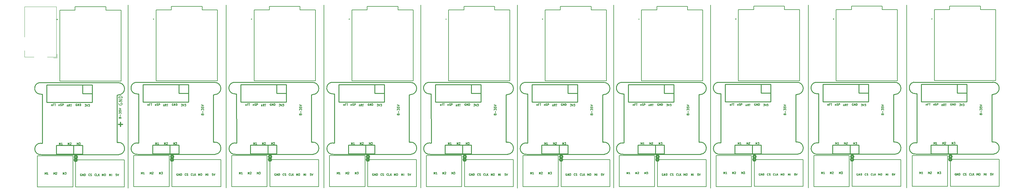
<source format=gbr>
%TF.GenerationSoftware,KiCad,Pcbnew,8.0.6*%
%TF.CreationDate,2024-11-22T20:17:49-05:00*%
%TF.ProjectId,exosuit_modular_board,65786f73-7569-4745-9f6d-6f64756c6172,rev?*%
%TF.SameCoordinates,Original*%
%TF.FileFunction,Legend,Top*%
%TF.FilePolarity,Positive*%
%FSLAX46Y46*%
G04 Gerber Fmt 4.6, Leading zero omitted, Abs format (unit mm)*
G04 Created by KiCad (PCBNEW 8.0.6) date 2024-11-22 20:17:49*
%MOMM*%
%LPD*%
G01*
G04 APERTURE LIST*
%ADD10C,0.254000*%
%ADD11C,0.200000*%
%ADD12C,0.140000*%
%ADD13C,0.160000*%
%ADD14C,0.300000*%
%ADD15C,0.152400*%
%ADD16C,0.508000*%
%ADD17C,0.127000*%
%ADD18C,0.120000*%
G04 APERTURE END LIST*
D10*
X271172258Y-103060300D02*
X271187458Y-117335100D01*
X377572083Y-99675000D02*
G75*
G02*
X377686369Y-103235479I126917J-1778000D01*
G01*
X377686370Y-103235403D02*
X377318000Y-103251300D01*
X186278785Y-103053566D02*
X186701357Y-103060300D01*
X326820828Y-103018566D02*
X327243400Y-103025300D01*
X265150941Y-99710000D02*
X242290901Y-99710000D01*
X157864743Y-103053566D02*
G75*
G02*
X157405963Y-99710023I-77843J1692566D01*
G01*
X355593400Y-103025300D02*
X355608600Y-117300100D01*
X152320998Y-99795000D02*
X129460958Y-99795000D01*
X242926004Y-120665000D02*
G75*
G02*
X242764536Y-117346121I-254204J1651000D01*
G01*
X406087083Y-99645000D02*
X383227043Y-99645000D01*
X158041061Y-120665000D02*
X180520000Y-120665000D01*
X270749686Y-103053566D02*
G75*
G02*
X270290910Y-99710038I-77786J1692566D01*
G01*
X270926004Y-120665000D02*
G75*
G02*
X270764536Y-117346121I-254204J1651000D01*
G01*
X377318000Y-103251300D02*
X377318000Y-117063800D01*
D11*
X324262043Y-77175000D02*
X324262043Y-130500000D01*
D10*
X270926004Y-120665000D02*
X293404943Y-120665000D01*
X406138422Y-117041143D02*
G75*
G02*
X406341080Y-120599924I75578J-1780857D01*
G01*
X130342315Y-103145300D02*
X130357515Y-117420100D01*
X237119437Y-117106143D02*
X236814015Y-117098800D01*
X298874146Y-120659000D02*
X321353085Y-120659000D01*
X355347146Y-120630000D02*
G75*
G02*
X355185678Y-117311117I-254246J1651000D01*
G01*
D11*
X212108058Y-77200000D02*
X212108058Y-130450000D01*
D10*
X355185679Y-117311097D02*
X355608600Y-117300100D01*
X214666843Y-103053566D02*
X215089415Y-103060300D01*
X130096061Y-120750000D02*
G75*
G02*
X129934593Y-117431115I-254261J1651000D01*
G01*
X186701357Y-103060300D02*
X186716557Y-117335100D01*
D11*
X296139043Y-77150000D02*
X296139043Y-130450000D01*
X183720000Y-77175000D02*
X183720000Y-130450000D01*
D10*
X293150941Y-99710000D02*
X270290901Y-99710000D01*
D11*
X155300043Y-77175000D02*
X155300000Y-130475000D01*
D10*
X349273422Y-117071143D02*
X348968000Y-117063800D01*
X383862146Y-120600000D02*
G75*
G02*
X383700678Y-117281117I-254246J1651000D01*
G01*
X208425957Y-103286300D02*
X208425957Y-117098800D01*
X383862146Y-120600000D02*
X406341085Y-120600000D01*
X152372337Y-117191143D02*
X152066915Y-117183800D01*
X298697828Y-103047566D02*
X299120400Y-103054300D01*
X237119437Y-117106143D02*
G75*
G02*
X237322094Y-120664923I75563J-1780857D01*
G01*
X152372337Y-117191143D02*
G75*
G02*
X152574994Y-120749923I75563J-1780857D01*
G01*
D11*
X381127043Y-77150000D02*
X381127043Y-130425000D01*
D10*
X242749686Y-103053566D02*
G75*
G02*
X242290910Y-99710038I-77786J1692566D01*
G01*
X270764537Y-117346097D02*
X271187458Y-117335100D01*
X265202280Y-117106143D02*
X264896858Y-117098800D01*
X157864743Y-103053566D02*
X158287315Y-103060300D01*
X383685828Y-102988566D02*
X384108400Y-102995300D01*
X186278785Y-103053566D02*
G75*
G02*
X185820009Y-99710038I-77785J1692566D01*
G01*
X321150422Y-117100143D02*
X320845000Y-117092800D01*
X326820828Y-103018566D02*
G75*
G02*
X326362049Y-99675027I-77828J1692566D01*
G01*
X242749686Y-103053566D02*
X243172258Y-103060300D01*
X406138422Y-117041143D02*
X405833000Y-117033800D01*
X158041061Y-120665000D02*
G75*
G02*
X157879593Y-117346115I-254261J1651000D01*
G01*
X377623422Y-117071143D02*
X377318000Y-117063800D01*
X265202280Y-117106143D02*
G75*
G02*
X265404937Y-120664918I75520J-1780857D01*
G01*
X293202280Y-117106143D02*
G75*
G02*
X293404937Y-120664918I75520J-1780857D01*
G01*
X355347146Y-120630000D02*
X377826085Y-120630000D01*
X242926004Y-120665000D02*
X265404943Y-120665000D01*
X321099083Y-99704000D02*
X298239043Y-99704000D01*
X236814015Y-103286300D02*
X236814015Y-117098800D01*
X298697828Y-103047566D02*
G75*
G02*
X298239049Y-99704027I-77828J1692566D01*
G01*
X130096061Y-120750000D02*
X152575000Y-120750000D01*
X293265228Y-103270403D02*
X292896858Y-103286300D01*
X152066915Y-103371300D02*
X152066915Y-117183800D01*
X321150422Y-117100143D02*
G75*
G02*
X321353080Y-120658924I75578J-1780857D01*
G01*
X180265998Y-99710000D02*
G75*
G02*
X180380284Y-103270485I127002J-1778000D01*
G01*
X186293636Y-117346097D02*
X186716557Y-117335100D01*
X326835679Y-117311097D02*
X327258600Y-117300100D01*
X180011915Y-103286300D02*
X180011915Y-117098800D01*
D11*
X240190901Y-77175000D02*
X240190901Y-130450000D01*
D10*
X270749686Y-103053566D02*
X271172258Y-103060300D01*
X383685828Y-102988566D02*
G75*
G02*
X383227049Y-99645027I-77828J1692566D01*
G01*
X326997146Y-120630000D02*
X349476085Y-120630000D01*
X242764537Y-117346097D02*
X243187458Y-117335100D01*
X406087083Y-99645000D02*
G75*
G02*
X406201369Y-103205479I126917J-1778000D01*
G01*
X405833000Y-103221300D02*
X405833000Y-117033800D01*
X237068098Y-99710000D02*
X214208058Y-99710000D01*
X214666843Y-103053566D02*
G75*
G02*
X214208063Y-99710023I-77843J1692566D01*
G01*
X293150941Y-99710000D02*
G75*
G02*
X293265227Y-103270482I126959J-1778000D01*
G01*
X180380285Y-103270403D02*
X180011915Y-103286300D01*
D11*
X268190901Y-77125000D02*
X268190901Y-130500000D01*
D10*
X265265228Y-103270403D02*
X264896858Y-103286300D01*
X152435285Y-103355403D02*
X152066915Y-103371300D01*
X214843161Y-120665000D02*
X237322100Y-120665000D01*
X349222083Y-99675000D02*
G75*
G02*
X349336369Y-103235479I126917J-1778000D01*
G01*
X208731379Y-117106143D02*
X208425957Y-117098800D01*
X186455103Y-120665000D02*
X208934042Y-120665000D01*
X321099083Y-99704000D02*
G75*
G02*
X321213369Y-103264479I126917J-1778000D01*
G01*
X327243400Y-103025300D02*
X327258600Y-117300100D01*
X129934594Y-117431097D02*
X130357515Y-117420100D01*
X349336370Y-103235403D02*
X348968000Y-103251300D01*
X180317337Y-117106143D02*
X180011915Y-117098800D01*
X384108400Y-102995300D02*
X384123600Y-117270100D01*
D11*
X352612043Y-77125000D02*
X352612043Y-130400000D01*
D10*
X214681694Y-117346097D02*
X215104615Y-117335100D01*
X377572083Y-99675000D02*
X354712043Y-99675000D01*
X298874146Y-120659000D02*
G75*
G02*
X298712678Y-117340117I-254246J1651000D01*
G01*
X208680040Y-99710000D02*
X185820000Y-99710000D01*
X214843161Y-120665000D02*
G75*
G02*
X214681693Y-117346115I-254261J1651000D01*
G01*
X129919743Y-103138566D02*
G75*
G02*
X129460963Y-99795023I-77843J1692566D01*
G01*
X320845000Y-103280300D02*
X320845000Y-117092800D01*
X208794327Y-103270403D02*
X208425957Y-103286300D01*
X349273422Y-117071143D02*
G75*
G02*
X349476080Y-120629924I75578J-1780857D01*
G01*
X215089415Y-103060300D02*
X215104615Y-117335100D01*
X355170828Y-103018566D02*
X355593400Y-103025300D01*
X292896858Y-103286300D02*
X292896858Y-117098800D01*
X321213370Y-103264403D02*
X320845000Y-103280300D01*
X243172258Y-103060300D02*
X243187458Y-117335100D01*
X237068098Y-99710000D02*
G75*
G02*
X237182384Y-103270478I126902J-1778000D01*
G01*
X406201370Y-103205403D02*
X405833000Y-103221300D01*
X180265998Y-99710000D02*
X157405958Y-99710000D01*
X298712679Y-117340097D02*
X299135600Y-117329100D01*
X186455103Y-120665000D02*
G75*
G02*
X186293635Y-117346121I-254203J1651000D01*
G01*
X157879594Y-117346097D02*
X158302515Y-117335100D01*
X265150941Y-99710000D02*
G75*
G02*
X265265227Y-103270482I126959J-1778000D01*
G01*
X129919743Y-103138566D02*
X130342315Y-103145300D01*
X377623422Y-117071143D02*
G75*
G02*
X377826080Y-120629924I75578J-1780857D01*
G01*
X299120400Y-103054300D02*
X299135600Y-117329100D01*
X208731379Y-117106143D02*
G75*
G02*
X208934036Y-120664918I75521J-1780857D01*
G01*
X383700679Y-117281097D02*
X384123600Y-117270100D01*
X152320998Y-99795000D02*
G75*
G02*
X152435284Y-103355485I127002J-1778000D01*
G01*
X237182385Y-103270403D02*
X236814015Y-103286300D01*
X355170828Y-103018566D02*
G75*
G02*
X354712049Y-99675027I-77828J1692566D01*
G01*
X180317337Y-117106143D02*
G75*
G02*
X180519994Y-120664923I75563J-1780857D01*
G01*
X326997146Y-120630000D02*
G75*
G02*
X326835678Y-117311117I-254246J1651000D01*
G01*
X293202280Y-117106143D02*
X292896858Y-117098800D01*
X348968000Y-103251300D02*
X348968000Y-117063800D01*
X264896858Y-103286300D02*
X264896858Y-117098800D01*
X208680040Y-99710000D02*
G75*
G02*
X208794326Y-103270482I126960J-1778000D01*
G01*
X349222083Y-99675000D02*
X326362043Y-99675000D01*
X158287315Y-103060300D02*
X158302515Y-117335100D01*
D12*
X334461438Y-106179053D02*
X334461438Y-106552386D01*
X334461438Y-106232386D02*
X334488105Y-106205720D01*
X334488105Y-106205720D02*
X334541438Y-106179053D01*
X334541438Y-106179053D02*
X334621438Y-106179053D01*
X334621438Y-106179053D02*
X334674771Y-106205720D01*
X334674771Y-106205720D02*
X334701438Y-106259053D01*
X334701438Y-106259053D02*
X334701438Y-106552386D01*
X335288105Y-106552386D02*
X335101438Y-106285720D01*
X334968105Y-106552386D02*
X334968105Y-105992386D01*
X334968105Y-105992386D02*
X335181438Y-105992386D01*
X335181438Y-105992386D02*
X335234772Y-106019053D01*
X335234772Y-106019053D02*
X335261438Y-106045720D01*
X335261438Y-106045720D02*
X335288105Y-106099053D01*
X335288105Y-106099053D02*
X335288105Y-106179053D01*
X335288105Y-106179053D02*
X335261438Y-106232386D01*
X335261438Y-106232386D02*
X335234772Y-106259053D01*
X335234772Y-106259053D02*
X335181438Y-106285720D01*
X335181438Y-106285720D02*
X334968105Y-106285720D01*
X335448105Y-105992386D02*
X335768105Y-105992386D01*
X335608105Y-106552386D02*
X335608105Y-105992386D01*
X217735453Y-106087053D02*
X217735453Y-106460386D01*
X217735453Y-106140386D02*
X217762120Y-106113720D01*
X217762120Y-106113720D02*
X217815453Y-106087053D01*
X217815453Y-106087053D02*
X217895453Y-106087053D01*
X217895453Y-106087053D02*
X217948786Y-106113720D01*
X217948786Y-106113720D02*
X217975453Y-106167053D01*
X217975453Y-106167053D02*
X217975453Y-106460386D01*
X218428787Y-106167053D02*
X218242120Y-106167053D01*
X218242120Y-106460386D02*
X218242120Y-105900386D01*
X218242120Y-105900386D02*
X218508787Y-105900386D01*
X218642120Y-105900386D02*
X218962120Y-105900386D01*
X218802120Y-106460386D02*
X218802120Y-105900386D01*
X137814353Y-117848386D02*
X137814353Y-117288386D01*
X137814353Y-117288386D02*
X138001020Y-117688386D01*
X138001020Y-117688386D02*
X138187686Y-117288386D01*
X138187686Y-117288386D02*
X138187686Y-117848386D01*
X138427686Y-117341720D02*
X138454353Y-117315053D01*
X138454353Y-117315053D02*
X138507686Y-117288386D01*
X138507686Y-117288386D02*
X138641020Y-117288386D01*
X138641020Y-117288386D02*
X138694353Y-117315053D01*
X138694353Y-117315053D02*
X138721020Y-117341720D01*
X138721020Y-117341720D02*
X138747686Y-117395053D01*
X138747686Y-117395053D02*
X138747686Y-117448386D01*
X138747686Y-117448386D02*
X138721020Y-117528386D01*
X138721020Y-117528386D02*
X138401020Y-117848386D01*
X138401020Y-117848386D02*
X138747686Y-117848386D01*
X365732438Y-117728386D02*
X365732438Y-117168386D01*
X365732438Y-117168386D02*
X365919105Y-117568386D01*
X365919105Y-117568386D02*
X366105771Y-117168386D01*
X366105771Y-117168386D02*
X366105771Y-117728386D01*
X366319105Y-117168386D02*
X366665771Y-117168386D01*
X366665771Y-117168386D02*
X366479105Y-117381720D01*
X366479105Y-117381720D02*
X366559105Y-117381720D01*
X366559105Y-117381720D02*
X366612438Y-117408386D01*
X366612438Y-117408386D02*
X366639105Y-117435053D01*
X366639105Y-117435053D02*
X366665771Y-117488386D01*
X366665771Y-117488386D02*
X366665771Y-117621720D01*
X366665771Y-117621720D02*
X366639105Y-117675053D01*
X366639105Y-117675053D02*
X366612438Y-117701720D01*
X366612438Y-117701720D02*
X366559105Y-117728386D01*
X366559105Y-117728386D02*
X366399105Y-117728386D01*
X366399105Y-117728386D02*
X366345771Y-117701720D01*
X366345771Y-117701720D02*
X366319105Y-117675053D01*
X232467638Y-126841686D02*
X232467638Y-126281686D01*
X232467638Y-126281686D02*
X232654305Y-126681686D01*
X232654305Y-126681686D02*
X232840971Y-126281686D01*
X232840971Y-126281686D02*
X232840971Y-126841686D01*
X233214305Y-126281686D02*
X233320971Y-126281686D01*
X233320971Y-126281686D02*
X233374305Y-126308353D01*
X233374305Y-126308353D02*
X233427638Y-126361686D01*
X233427638Y-126361686D02*
X233454305Y-126468353D01*
X233454305Y-126468353D02*
X233454305Y-126655020D01*
X233454305Y-126655020D02*
X233427638Y-126761686D01*
X233427638Y-126761686D02*
X233374305Y-126815020D01*
X233374305Y-126815020D02*
X233320971Y-126841686D01*
X233320971Y-126841686D02*
X233214305Y-126841686D01*
X233214305Y-126841686D02*
X233160971Y-126815020D01*
X233160971Y-126815020D02*
X233107638Y-126761686D01*
X233107638Y-126761686D02*
X233080971Y-126655020D01*
X233080971Y-126655020D02*
X233080971Y-126468353D01*
X233080971Y-126468353D02*
X233107638Y-126361686D01*
X233107638Y-126361686D02*
X233160971Y-126308353D01*
X233160971Y-126308353D02*
X233214305Y-126281686D01*
X151987205Y-126366686D02*
X151720538Y-126366686D01*
X151720538Y-126366686D02*
X151693871Y-126633353D01*
X151693871Y-126633353D02*
X151720538Y-126606686D01*
X151720538Y-126606686D02*
X151773871Y-126580020D01*
X151773871Y-126580020D02*
X151907205Y-126580020D01*
X151907205Y-126580020D02*
X151960538Y-126606686D01*
X151960538Y-126606686D02*
X151987205Y-126633353D01*
X151987205Y-126633353D02*
X152013871Y-126686686D01*
X152013871Y-126686686D02*
X152013871Y-126820020D01*
X152013871Y-126820020D02*
X151987205Y-126873353D01*
X151987205Y-126873353D02*
X151960538Y-126900020D01*
X151960538Y-126900020D02*
X151907205Y-126926686D01*
X151907205Y-126926686D02*
X151773871Y-126926686D01*
X151773871Y-126926686D02*
X151720538Y-126900020D01*
X151720538Y-126900020D02*
X151693871Y-126873353D01*
X152173871Y-126366686D02*
X152360538Y-126926686D01*
X152360538Y-126926686D02*
X152547204Y-126366686D01*
X311492105Y-106021386D02*
X311838771Y-106021386D01*
X311838771Y-106021386D02*
X311652105Y-106234720D01*
X311652105Y-106234720D02*
X311732105Y-106234720D01*
X311732105Y-106234720D02*
X311785438Y-106261386D01*
X311785438Y-106261386D02*
X311812105Y-106288053D01*
X311812105Y-106288053D02*
X311838771Y-106341386D01*
X311838771Y-106341386D02*
X311838771Y-106474720D01*
X311838771Y-106474720D02*
X311812105Y-106528053D01*
X311812105Y-106528053D02*
X311785438Y-106554720D01*
X311785438Y-106554720D02*
X311732105Y-106581386D01*
X311732105Y-106581386D02*
X311572105Y-106581386D01*
X311572105Y-106581386D02*
X311518771Y-106554720D01*
X311518771Y-106554720D02*
X311492105Y-106528053D01*
X311998771Y-106021386D02*
X312185438Y-106581386D01*
X312185438Y-106581386D02*
X312372104Y-106021386D01*
X312505438Y-106021386D02*
X312852104Y-106021386D01*
X312852104Y-106021386D02*
X312665438Y-106234720D01*
X312665438Y-106234720D02*
X312745438Y-106234720D01*
X312745438Y-106234720D02*
X312798771Y-106261386D01*
X312798771Y-106261386D02*
X312825438Y-106288053D01*
X312825438Y-106288053D02*
X312852104Y-106341386D01*
X312852104Y-106341386D02*
X312852104Y-106474720D01*
X312852104Y-106474720D02*
X312825438Y-106528053D01*
X312825438Y-106528053D02*
X312798771Y-106554720D01*
X312798771Y-106554720D02*
X312745438Y-106581386D01*
X312745438Y-106581386D02*
X312585438Y-106581386D01*
X312585438Y-106581386D02*
X312532104Y-106554720D01*
X312532104Y-106554720D02*
X312505438Y-106528053D01*
X360398438Y-106052053D02*
X360398438Y-106425386D01*
X360398438Y-106105386D02*
X360425105Y-106078720D01*
X360425105Y-106078720D02*
X360478438Y-106052053D01*
X360478438Y-106052053D02*
X360558438Y-106052053D01*
X360558438Y-106052053D02*
X360611771Y-106078720D01*
X360611771Y-106078720D02*
X360638438Y-106132053D01*
X360638438Y-106132053D02*
X360638438Y-106425386D01*
X360878438Y-106398720D02*
X360958438Y-106425386D01*
X360958438Y-106425386D02*
X361091772Y-106425386D01*
X361091772Y-106425386D02*
X361145105Y-106398720D01*
X361145105Y-106398720D02*
X361171772Y-106372053D01*
X361171772Y-106372053D02*
X361198438Y-106318720D01*
X361198438Y-106318720D02*
X361198438Y-106265386D01*
X361198438Y-106265386D02*
X361171772Y-106212053D01*
X361171772Y-106212053D02*
X361145105Y-106185386D01*
X361145105Y-106185386D02*
X361091772Y-106158720D01*
X361091772Y-106158720D02*
X360985105Y-106132053D01*
X360985105Y-106132053D02*
X360931772Y-106105386D01*
X360931772Y-106105386D02*
X360905105Y-106078720D01*
X360905105Y-106078720D02*
X360878438Y-106025386D01*
X360878438Y-106025386D02*
X360878438Y-105972053D01*
X360878438Y-105972053D02*
X360905105Y-105918720D01*
X360905105Y-105918720D02*
X360931772Y-105892053D01*
X360931772Y-105892053D02*
X360985105Y-105865386D01*
X360985105Y-105865386D02*
X361118438Y-105865386D01*
X361118438Y-105865386D02*
X361198438Y-105892053D01*
X361438438Y-106425386D02*
X361438438Y-105865386D01*
X361438438Y-105865386D02*
X361651771Y-105865386D01*
X361651771Y-105865386D02*
X361705105Y-105892053D01*
X361705105Y-105892053D02*
X361731771Y-105918720D01*
X361731771Y-105918720D02*
X361758438Y-105972053D01*
X361758438Y-105972053D02*
X361758438Y-106052053D01*
X361758438Y-106052053D02*
X361731771Y-106105386D01*
X361731771Y-106105386D02*
X361705105Y-106132053D01*
X361705105Y-106132053D02*
X361651771Y-106158720D01*
X361651771Y-106158720D02*
X361438438Y-106158720D01*
X275977296Y-106087053D02*
X275977296Y-106460386D01*
X275977296Y-106140386D02*
X276003963Y-106113720D01*
X276003963Y-106113720D02*
X276057296Y-106087053D01*
X276057296Y-106087053D02*
X276137296Y-106087053D01*
X276137296Y-106087053D02*
X276190629Y-106113720D01*
X276190629Y-106113720D02*
X276217296Y-106167053D01*
X276217296Y-106167053D02*
X276217296Y-106460386D01*
X276457296Y-106433720D02*
X276537296Y-106460386D01*
X276537296Y-106460386D02*
X276670630Y-106460386D01*
X276670630Y-106460386D02*
X276723963Y-106433720D01*
X276723963Y-106433720D02*
X276750630Y-106407053D01*
X276750630Y-106407053D02*
X276777296Y-106353720D01*
X276777296Y-106353720D02*
X276777296Y-106300386D01*
X276777296Y-106300386D02*
X276750630Y-106247053D01*
X276750630Y-106247053D02*
X276723963Y-106220386D01*
X276723963Y-106220386D02*
X276670630Y-106193720D01*
X276670630Y-106193720D02*
X276563963Y-106167053D01*
X276563963Y-106167053D02*
X276510630Y-106140386D01*
X276510630Y-106140386D02*
X276483963Y-106113720D01*
X276483963Y-106113720D02*
X276457296Y-106060386D01*
X276457296Y-106060386D02*
X276457296Y-106007053D01*
X276457296Y-106007053D02*
X276483963Y-105953720D01*
X276483963Y-105953720D02*
X276510630Y-105927053D01*
X276510630Y-105927053D02*
X276563963Y-105900386D01*
X276563963Y-105900386D02*
X276697296Y-105900386D01*
X276697296Y-105900386D02*
X276777296Y-105927053D01*
X277017296Y-106460386D02*
X277017296Y-105900386D01*
X277017296Y-105900386D02*
X277230629Y-105900386D01*
X277230629Y-105900386D02*
X277283963Y-105927053D01*
X277283963Y-105927053D02*
X277310629Y-105953720D01*
X277310629Y-105953720D02*
X277337296Y-106007053D01*
X277337296Y-106007053D02*
X277337296Y-106087053D01*
X277337296Y-106087053D02*
X277310629Y-106140386D01*
X277310629Y-106140386D02*
X277283963Y-106167053D01*
X277283963Y-106167053D02*
X277230629Y-106193720D01*
X277230629Y-106193720D02*
X277017296Y-106193720D01*
X225140786Y-105927053D02*
X225087453Y-105900386D01*
X225087453Y-105900386D02*
X225007453Y-105900386D01*
X225007453Y-105900386D02*
X224927453Y-105927053D01*
X224927453Y-105927053D02*
X224874120Y-105980386D01*
X224874120Y-105980386D02*
X224847453Y-106033720D01*
X224847453Y-106033720D02*
X224820786Y-106140386D01*
X224820786Y-106140386D02*
X224820786Y-106220386D01*
X224820786Y-106220386D02*
X224847453Y-106327053D01*
X224847453Y-106327053D02*
X224874120Y-106380386D01*
X224874120Y-106380386D02*
X224927453Y-106433720D01*
X224927453Y-106433720D02*
X225007453Y-106460386D01*
X225007453Y-106460386D02*
X225060786Y-106460386D01*
X225060786Y-106460386D02*
X225140786Y-106433720D01*
X225140786Y-106433720D02*
X225167453Y-106407053D01*
X225167453Y-106407053D02*
X225167453Y-106220386D01*
X225167453Y-106220386D02*
X225060786Y-106220386D01*
X225407453Y-106460386D02*
X225407453Y-105900386D01*
X225407453Y-105900386D02*
X225727453Y-106460386D01*
X225727453Y-106460386D02*
X225727453Y-105900386D01*
X225994120Y-106460386D02*
X225994120Y-105900386D01*
X225994120Y-105900386D02*
X226127453Y-105900386D01*
X226127453Y-105900386D02*
X226207453Y-105927053D01*
X226207453Y-105927053D02*
X226260787Y-105980386D01*
X226260787Y-105980386D02*
X226287453Y-106033720D01*
X226287453Y-106033720D02*
X226314120Y-106140386D01*
X226314120Y-106140386D02*
X226314120Y-106220386D01*
X226314120Y-106220386D02*
X226287453Y-106327053D01*
X226287453Y-106327053D02*
X226260787Y-106380386D01*
X226260787Y-106380386D02*
X226207453Y-106433720D01*
X226207453Y-106433720D02*
X226127453Y-106460386D01*
X226127453Y-106460386D02*
X225994120Y-106460386D01*
X362811438Y-106179053D02*
X362811438Y-106552386D01*
X362811438Y-106232386D02*
X362838105Y-106205720D01*
X362838105Y-106205720D02*
X362891438Y-106179053D01*
X362891438Y-106179053D02*
X362971438Y-106179053D01*
X362971438Y-106179053D02*
X363024771Y-106205720D01*
X363024771Y-106205720D02*
X363051438Y-106259053D01*
X363051438Y-106259053D02*
X363051438Y-106552386D01*
X363638105Y-106552386D02*
X363451438Y-106285720D01*
X363318105Y-106552386D02*
X363318105Y-105992386D01*
X363318105Y-105992386D02*
X363531438Y-105992386D01*
X363531438Y-105992386D02*
X363584772Y-106019053D01*
X363584772Y-106019053D02*
X363611438Y-106045720D01*
X363611438Y-106045720D02*
X363638105Y-106099053D01*
X363638105Y-106099053D02*
X363638105Y-106179053D01*
X363638105Y-106179053D02*
X363611438Y-106232386D01*
X363611438Y-106232386D02*
X363584772Y-106259053D01*
X363584772Y-106259053D02*
X363531438Y-106285720D01*
X363531438Y-106285720D02*
X363318105Y-106285720D01*
X363798105Y-105992386D02*
X364118105Y-105992386D01*
X363958105Y-106552386D02*
X363958105Y-105992386D01*
X301766438Y-106081053D02*
X301766438Y-106454386D01*
X301766438Y-106134386D02*
X301793105Y-106107720D01*
X301793105Y-106107720D02*
X301846438Y-106081053D01*
X301846438Y-106081053D02*
X301926438Y-106081053D01*
X301926438Y-106081053D02*
X301979771Y-106107720D01*
X301979771Y-106107720D02*
X302006438Y-106161053D01*
X302006438Y-106161053D02*
X302006438Y-106454386D01*
X302459772Y-106161053D02*
X302273105Y-106161053D01*
X302273105Y-106454386D02*
X302273105Y-105894386D01*
X302273105Y-105894386D02*
X302539772Y-105894386D01*
X302673105Y-105894386D02*
X302993105Y-105894386D01*
X302833105Y-106454386D02*
X302833105Y-105894386D01*
X306592438Y-117757386D02*
X306592438Y-117197386D01*
X306592438Y-117197386D02*
X306779105Y-117597386D01*
X306779105Y-117597386D02*
X306965771Y-117197386D01*
X306965771Y-117197386D02*
X306965771Y-117757386D01*
X307205771Y-117250720D02*
X307232438Y-117224053D01*
X307232438Y-117224053D02*
X307285771Y-117197386D01*
X307285771Y-117197386D02*
X307419105Y-117197386D01*
X307419105Y-117197386D02*
X307472438Y-117224053D01*
X307472438Y-117224053D02*
X307499105Y-117250720D01*
X307499105Y-117250720D02*
X307525771Y-117304053D01*
X307525771Y-117304053D02*
X307525771Y-117357386D01*
X307525771Y-117357386D02*
X307499105Y-117437386D01*
X307499105Y-117437386D02*
X307179105Y-117757386D01*
X307179105Y-117757386D02*
X307525771Y-117757386D01*
X160933353Y-106087053D02*
X160933353Y-106460386D01*
X160933353Y-106140386D02*
X160960020Y-106113720D01*
X160960020Y-106113720D02*
X161013353Y-106087053D01*
X161013353Y-106087053D02*
X161093353Y-106087053D01*
X161093353Y-106087053D02*
X161146686Y-106113720D01*
X161146686Y-106113720D02*
X161173353Y-106167053D01*
X161173353Y-106167053D02*
X161173353Y-106460386D01*
X161626687Y-106167053D02*
X161440020Y-106167053D01*
X161440020Y-106460386D02*
X161440020Y-105900386D01*
X161440020Y-105900386D02*
X161706687Y-105900386D01*
X161840020Y-105900386D02*
X162160020Y-105900386D01*
X162000020Y-106460386D02*
X162000020Y-105900386D01*
X161633338Y-126394386D02*
X161633338Y-125834386D01*
X161633338Y-125834386D02*
X161820005Y-126234386D01*
X161820005Y-126234386D02*
X162006671Y-125834386D01*
X162006671Y-125834386D02*
X162006671Y-126394386D01*
X162246671Y-125887720D02*
X162273338Y-125861053D01*
X162273338Y-125861053D02*
X162326671Y-125834386D01*
X162326671Y-125834386D02*
X162460005Y-125834386D01*
X162460005Y-125834386D02*
X162513338Y-125861053D01*
X162513338Y-125861053D02*
X162540005Y-125887720D01*
X162540005Y-125887720D02*
X162566671Y-125941053D01*
X162566671Y-125941053D02*
X162566671Y-125994386D01*
X162566671Y-125994386D02*
X162540005Y-126074386D01*
X162540005Y-126074386D02*
X162220005Y-126394386D01*
X162220005Y-126394386D02*
X162566671Y-126394386D01*
X177790538Y-126841686D02*
X177790538Y-126281686D01*
X177790538Y-126281686D02*
X177977205Y-126681686D01*
X177977205Y-126681686D02*
X178163871Y-126281686D01*
X178163871Y-126281686D02*
X178163871Y-126841686D01*
X178430538Y-126841686D02*
X178430538Y-126281686D01*
D13*
X374123441Y-109056927D02*
X374092965Y-109117879D01*
X374092965Y-109117879D02*
X374062489Y-109148356D01*
X374062489Y-109148356D02*
X374001537Y-109178832D01*
X374001537Y-109178832D02*
X373971060Y-109178832D01*
X373971060Y-109178832D02*
X373910108Y-109148356D01*
X373910108Y-109148356D02*
X373879632Y-109117879D01*
X373879632Y-109117879D02*
X373849156Y-109056927D01*
X373849156Y-109056927D02*
X373849156Y-108935022D01*
X373849156Y-108935022D02*
X373879632Y-108874070D01*
X373879632Y-108874070D02*
X373910108Y-108843594D01*
X373910108Y-108843594D02*
X373971060Y-108813117D01*
X373971060Y-108813117D02*
X374001537Y-108813117D01*
X374001537Y-108813117D02*
X374062489Y-108843594D01*
X374062489Y-108843594D02*
X374092965Y-108874070D01*
X374092965Y-108874070D02*
X374123441Y-108935022D01*
X374123441Y-108935022D02*
X374123441Y-109056927D01*
X374123441Y-109056927D02*
X374153918Y-109117879D01*
X374153918Y-109117879D02*
X374184394Y-109148356D01*
X374184394Y-109148356D02*
X374245346Y-109178832D01*
X374245346Y-109178832D02*
X374367251Y-109178832D01*
X374367251Y-109178832D02*
X374428203Y-109148356D01*
X374428203Y-109148356D02*
X374458680Y-109117879D01*
X374458680Y-109117879D02*
X374489156Y-109056927D01*
X374489156Y-109056927D02*
X374489156Y-108935022D01*
X374489156Y-108935022D02*
X374458680Y-108874070D01*
X374458680Y-108874070D02*
X374428203Y-108843594D01*
X374428203Y-108843594D02*
X374367251Y-108813117D01*
X374367251Y-108813117D02*
X374245346Y-108813117D01*
X374245346Y-108813117D02*
X374184394Y-108843594D01*
X374184394Y-108843594D02*
X374153918Y-108874070D01*
X374153918Y-108874070D02*
X374123441Y-108935022D01*
X374245346Y-108538832D02*
X374245346Y-108051213D01*
X373849156Y-107807403D02*
X373849156Y-107411212D01*
X373849156Y-107411212D02*
X374092965Y-107624546D01*
X374092965Y-107624546D02*
X374092965Y-107533117D01*
X374092965Y-107533117D02*
X374123441Y-107472165D01*
X374123441Y-107472165D02*
X374153918Y-107441689D01*
X374153918Y-107441689D02*
X374214870Y-107411212D01*
X374214870Y-107411212D02*
X374367251Y-107411212D01*
X374367251Y-107411212D02*
X374428203Y-107441689D01*
X374428203Y-107441689D02*
X374458680Y-107472165D01*
X374458680Y-107472165D02*
X374489156Y-107533117D01*
X374489156Y-107533117D02*
X374489156Y-107715974D01*
X374489156Y-107715974D02*
X374458680Y-107776927D01*
X374458680Y-107776927D02*
X374428203Y-107807403D01*
X373849156Y-106832165D02*
X373849156Y-107136927D01*
X373849156Y-107136927D02*
X374153918Y-107167403D01*
X374153918Y-107167403D02*
X374123441Y-107136927D01*
X374123441Y-107136927D02*
X374092965Y-107075974D01*
X374092965Y-107075974D02*
X374092965Y-106923593D01*
X374092965Y-106923593D02*
X374123441Y-106862641D01*
X374123441Y-106862641D02*
X374153918Y-106832165D01*
X374153918Y-106832165D02*
X374214870Y-106801688D01*
X374214870Y-106801688D02*
X374367251Y-106801688D01*
X374367251Y-106801688D02*
X374428203Y-106832165D01*
X374428203Y-106832165D02*
X374458680Y-106862641D01*
X374458680Y-106862641D02*
X374489156Y-106923593D01*
X374489156Y-106923593D02*
X374489156Y-107075974D01*
X374489156Y-107075974D02*
X374458680Y-107136927D01*
X374458680Y-107136927D02*
X374428203Y-107167403D01*
X373849156Y-106618831D02*
X374489156Y-106405498D01*
X374489156Y-106405498D02*
X373849156Y-106192164D01*
D12*
X140481353Y-117848386D02*
X140481353Y-117288386D01*
X140481353Y-117288386D02*
X140668020Y-117688386D01*
X140668020Y-117688386D02*
X140854686Y-117288386D01*
X140854686Y-117288386D02*
X140854686Y-117848386D01*
X141068020Y-117288386D02*
X141414686Y-117288386D01*
X141414686Y-117288386D02*
X141228020Y-117501720D01*
X141228020Y-117501720D02*
X141308020Y-117501720D01*
X141308020Y-117501720D02*
X141361353Y-117528386D01*
X141361353Y-117528386D02*
X141388020Y-117555053D01*
X141388020Y-117555053D02*
X141414686Y-117608386D01*
X141414686Y-117608386D02*
X141414686Y-117741720D01*
X141414686Y-117741720D02*
X141388020Y-117795053D01*
X141388020Y-117795053D02*
X141361353Y-117821720D01*
X141361353Y-117821720D02*
X141308020Y-117848386D01*
X141308020Y-117848386D02*
X141148020Y-117848386D01*
X141148020Y-117848386D02*
X141094686Y-117821720D01*
X141094686Y-117821720D02*
X141068020Y-117795053D01*
X344621623Y-126806686D02*
X344621623Y-126246686D01*
X344621623Y-126246686D02*
X344808290Y-126646686D01*
X344808290Y-126646686D02*
X344994956Y-126246686D01*
X344994956Y-126246686D02*
X344994956Y-126806686D01*
X345368290Y-126246686D02*
X345474956Y-126246686D01*
X345474956Y-126246686D02*
X345528290Y-126273353D01*
X345528290Y-126273353D02*
X345581623Y-126326686D01*
X345581623Y-126326686D02*
X345608290Y-126433353D01*
X345608290Y-126433353D02*
X345608290Y-126620020D01*
X345608290Y-126620020D02*
X345581623Y-126726686D01*
X345581623Y-126726686D02*
X345528290Y-126780020D01*
X345528290Y-126780020D02*
X345474956Y-126806686D01*
X345474956Y-126806686D02*
X345368290Y-126806686D01*
X345368290Y-126806686D02*
X345314956Y-126780020D01*
X345314956Y-126780020D02*
X345261623Y-126726686D01*
X345261623Y-126726686D02*
X345234956Y-126620020D01*
X345234956Y-126620020D02*
X345234956Y-126433353D01*
X345234956Y-126433353D02*
X345261623Y-126326686D01*
X345261623Y-126326686D02*
X345314956Y-126273353D01*
X345314956Y-126273353D02*
X345368290Y-126246686D01*
X377238290Y-126246686D02*
X376971623Y-126246686D01*
X376971623Y-126246686D02*
X376944956Y-126513353D01*
X376944956Y-126513353D02*
X376971623Y-126486686D01*
X376971623Y-126486686D02*
X377024956Y-126460020D01*
X377024956Y-126460020D02*
X377158290Y-126460020D01*
X377158290Y-126460020D02*
X377211623Y-126486686D01*
X377211623Y-126486686D02*
X377238290Y-126513353D01*
X377238290Y-126513353D02*
X377264956Y-126566686D01*
X377264956Y-126566686D02*
X377264956Y-126700020D01*
X377264956Y-126700020D02*
X377238290Y-126753353D01*
X377238290Y-126753353D02*
X377211623Y-126780020D01*
X377211623Y-126780020D02*
X377158290Y-126806686D01*
X377158290Y-126806686D02*
X377024956Y-126806686D01*
X377024956Y-126806686D02*
X376971623Y-126780020D01*
X376971623Y-126780020D02*
X376944956Y-126753353D01*
X377424956Y-126246686D02*
X377611623Y-126806686D01*
X377611623Y-126806686D02*
X377798289Y-126246686D01*
X332175438Y-117728386D02*
X332175438Y-117168386D01*
X332175438Y-117168386D02*
X332362105Y-117568386D01*
X332362105Y-117568386D02*
X332548771Y-117168386D01*
X332548771Y-117168386D02*
X332548771Y-117728386D01*
X333108771Y-117728386D02*
X332788771Y-117728386D01*
X332948771Y-117728386D02*
X332948771Y-117168386D01*
X332948771Y-117168386D02*
X332895438Y-117248386D01*
X332895438Y-117248386D02*
X332842105Y-117301720D01*
X332842105Y-117301720D02*
X332788771Y-117328386D01*
X245818296Y-106087053D02*
X245818296Y-106460386D01*
X245818296Y-106140386D02*
X245844963Y-106113720D01*
X245844963Y-106113720D02*
X245898296Y-106087053D01*
X245898296Y-106087053D02*
X245978296Y-106087053D01*
X245978296Y-106087053D02*
X246031629Y-106113720D01*
X246031629Y-106113720D02*
X246058296Y-106167053D01*
X246058296Y-106167053D02*
X246058296Y-106460386D01*
X246511630Y-106167053D02*
X246324963Y-106167053D01*
X246324963Y-106460386D02*
X246324963Y-105900386D01*
X246324963Y-105900386D02*
X246591630Y-105900386D01*
X246724963Y-105900386D02*
X247044963Y-105900386D01*
X246884963Y-106460386D02*
X246884963Y-105900386D01*
X278644296Y-117763386D02*
X278644296Y-117203386D01*
X278644296Y-117203386D02*
X278830963Y-117603386D01*
X278830963Y-117603386D02*
X279017629Y-117203386D01*
X279017629Y-117203386D02*
X279017629Y-117763386D01*
X279257629Y-117256720D02*
X279284296Y-117230053D01*
X279284296Y-117230053D02*
X279337629Y-117203386D01*
X279337629Y-117203386D02*
X279470963Y-117203386D01*
X279470963Y-117203386D02*
X279524296Y-117230053D01*
X279524296Y-117230053D02*
X279550963Y-117256720D01*
X279550963Y-117256720D02*
X279577629Y-117310053D01*
X279577629Y-117310053D02*
X279577629Y-117363386D01*
X279577629Y-117363386D02*
X279550963Y-117443386D01*
X279550963Y-117443386D02*
X279230963Y-117763386D01*
X279230963Y-117763386D02*
X279577629Y-117763386D01*
X394247438Y-117698386D02*
X394247438Y-117138386D01*
X394247438Y-117138386D02*
X394434105Y-117538386D01*
X394434105Y-117538386D02*
X394620771Y-117138386D01*
X394620771Y-117138386D02*
X394620771Y-117698386D01*
X394834105Y-117138386D02*
X395180771Y-117138386D01*
X395180771Y-117138386D02*
X394994105Y-117351720D01*
X394994105Y-117351720D02*
X395074105Y-117351720D01*
X395074105Y-117351720D02*
X395127438Y-117378386D01*
X395127438Y-117378386D02*
X395154105Y-117405053D01*
X395154105Y-117405053D02*
X395180771Y-117458386D01*
X395180771Y-117458386D02*
X395180771Y-117591720D01*
X395180771Y-117591720D02*
X395154105Y-117645053D01*
X395154105Y-117645053D02*
X395127438Y-117671720D01*
X395127438Y-117671720D02*
X395074105Y-117698386D01*
X395074105Y-117698386D02*
X394914105Y-117698386D01*
X394914105Y-117698386D02*
X394860771Y-117671720D01*
X394860771Y-117671720D02*
X394834105Y-117645053D01*
X168426353Y-117763386D02*
X168426353Y-117203386D01*
X168426353Y-117203386D02*
X168613020Y-117603386D01*
X168613020Y-117603386D02*
X168799686Y-117203386D01*
X168799686Y-117203386D02*
X168799686Y-117763386D01*
X169013020Y-117203386D02*
X169359686Y-117203386D01*
X169359686Y-117203386D02*
X169173020Y-117416720D01*
X169173020Y-117416720D02*
X169253020Y-117416720D01*
X169253020Y-117416720D02*
X169306353Y-117443386D01*
X169306353Y-117443386D02*
X169333020Y-117470053D01*
X169333020Y-117470053D02*
X169359686Y-117523386D01*
X169359686Y-117523386D02*
X169359686Y-117656720D01*
X169359686Y-117656720D02*
X169333020Y-117710053D01*
X169333020Y-117710053D02*
X169306353Y-117736720D01*
X169306353Y-117736720D02*
X169253020Y-117763386D01*
X169253020Y-117763386D02*
X169093020Y-117763386D01*
X169093020Y-117763386D02*
X169039686Y-117736720D01*
X169039686Y-117736720D02*
X169013020Y-117710053D01*
X165505353Y-106214053D02*
X165505353Y-106587386D01*
X165505353Y-106267386D02*
X165532020Y-106240720D01*
X165532020Y-106240720D02*
X165585353Y-106214053D01*
X165585353Y-106214053D02*
X165665353Y-106214053D01*
X165665353Y-106214053D02*
X165718686Y-106240720D01*
X165718686Y-106240720D02*
X165745353Y-106294053D01*
X165745353Y-106294053D02*
X165745353Y-106587386D01*
X166332020Y-106587386D02*
X166145353Y-106320720D01*
X166012020Y-106587386D02*
X166012020Y-106027386D01*
X166012020Y-106027386D02*
X166225353Y-106027386D01*
X166225353Y-106027386D02*
X166278687Y-106054053D01*
X166278687Y-106054053D02*
X166305353Y-106080720D01*
X166305353Y-106080720D02*
X166332020Y-106134053D01*
X166332020Y-106134053D02*
X166332020Y-106214053D01*
X166332020Y-106214053D02*
X166305353Y-106267386D01*
X166305353Y-106267386D02*
X166278687Y-106294053D01*
X166278687Y-106294053D02*
X166225353Y-106320720D01*
X166225353Y-106320720D02*
X166012020Y-106320720D01*
X166492020Y-106027386D02*
X166812020Y-106027386D01*
X166652020Y-106587386D02*
X166652020Y-106027386D01*
D13*
X205231398Y-109091927D02*
X205200922Y-109152879D01*
X205200922Y-109152879D02*
X205170446Y-109183356D01*
X205170446Y-109183356D02*
X205109494Y-109213832D01*
X205109494Y-109213832D02*
X205079017Y-109213832D01*
X205079017Y-109213832D02*
X205018065Y-109183356D01*
X205018065Y-109183356D02*
X204987589Y-109152879D01*
X204987589Y-109152879D02*
X204957113Y-109091927D01*
X204957113Y-109091927D02*
X204957113Y-108970022D01*
X204957113Y-108970022D02*
X204987589Y-108909070D01*
X204987589Y-108909070D02*
X205018065Y-108878594D01*
X205018065Y-108878594D02*
X205079017Y-108848117D01*
X205079017Y-108848117D02*
X205109494Y-108848117D01*
X205109494Y-108848117D02*
X205170446Y-108878594D01*
X205170446Y-108878594D02*
X205200922Y-108909070D01*
X205200922Y-108909070D02*
X205231398Y-108970022D01*
X205231398Y-108970022D02*
X205231398Y-109091927D01*
X205231398Y-109091927D02*
X205261875Y-109152879D01*
X205261875Y-109152879D02*
X205292351Y-109183356D01*
X205292351Y-109183356D02*
X205353303Y-109213832D01*
X205353303Y-109213832D02*
X205475208Y-109213832D01*
X205475208Y-109213832D02*
X205536160Y-109183356D01*
X205536160Y-109183356D02*
X205566637Y-109152879D01*
X205566637Y-109152879D02*
X205597113Y-109091927D01*
X205597113Y-109091927D02*
X205597113Y-108970022D01*
X205597113Y-108970022D02*
X205566637Y-108909070D01*
X205566637Y-108909070D02*
X205536160Y-108878594D01*
X205536160Y-108878594D02*
X205475208Y-108848117D01*
X205475208Y-108848117D02*
X205353303Y-108848117D01*
X205353303Y-108848117D02*
X205292351Y-108878594D01*
X205292351Y-108878594D02*
X205261875Y-108909070D01*
X205261875Y-108909070D02*
X205231398Y-108970022D01*
X205353303Y-108573832D02*
X205353303Y-108086213D01*
X204957113Y-107842403D02*
X204957113Y-107446212D01*
X204957113Y-107446212D02*
X205200922Y-107659546D01*
X205200922Y-107659546D02*
X205200922Y-107568117D01*
X205200922Y-107568117D02*
X205231398Y-107507165D01*
X205231398Y-107507165D02*
X205261875Y-107476689D01*
X205261875Y-107476689D02*
X205322827Y-107446212D01*
X205322827Y-107446212D02*
X205475208Y-107446212D01*
X205475208Y-107446212D02*
X205536160Y-107476689D01*
X205536160Y-107476689D02*
X205566637Y-107507165D01*
X205566637Y-107507165D02*
X205597113Y-107568117D01*
X205597113Y-107568117D02*
X205597113Y-107750974D01*
X205597113Y-107750974D02*
X205566637Y-107811927D01*
X205566637Y-107811927D02*
X205536160Y-107842403D01*
X204957113Y-106867165D02*
X204957113Y-107171927D01*
X204957113Y-107171927D02*
X205261875Y-107202403D01*
X205261875Y-107202403D02*
X205231398Y-107171927D01*
X205231398Y-107171927D02*
X205200922Y-107110974D01*
X205200922Y-107110974D02*
X205200922Y-106958593D01*
X205200922Y-106958593D02*
X205231398Y-106897641D01*
X205231398Y-106897641D02*
X205261875Y-106867165D01*
X205261875Y-106867165D02*
X205322827Y-106836688D01*
X205322827Y-106836688D02*
X205475208Y-106836688D01*
X205475208Y-106836688D02*
X205536160Y-106867165D01*
X205536160Y-106867165D02*
X205566637Y-106897641D01*
X205566637Y-106897641D02*
X205597113Y-106958593D01*
X205597113Y-106958593D02*
X205597113Y-107110974D01*
X205597113Y-107110974D02*
X205566637Y-107171927D01*
X205566637Y-107171927D02*
X205536160Y-107202403D01*
X204957113Y-106653831D02*
X205597113Y-106440498D01*
X205597113Y-106440498D02*
X204957113Y-106227164D01*
D12*
X318623623Y-126835686D02*
X318623623Y-126275686D01*
X318623623Y-126275686D02*
X318810290Y-126675686D01*
X318810290Y-126675686D02*
X318996956Y-126275686D01*
X318996956Y-126275686D02*
X318996956Y-126835686D01*
X319263623Y-126835686D02*
X319263623Y-126275686D01*
X348888290Y-126246686D02*
X348621623Y-126246686D01*
X348621623Y-126246686D02*
X348594956Y-126513353D01*
X348594956Y-126513353D02*
X348621623Y-126486686D01*
X348621623Y-126486686D02*
X348674956Y-126460020D01*
X348674956Y-126460020D02*
X348808290Y-126460020D01*
X348808290Y-126460020D02*
X348861623Y-126486686D01*
X348861623Y-126486686D02*
X348888290Y-126513353D01*
X348888290Y-126513353D02*
X348914956Y-126566686D01*
X348914956Y-126566686D02*
X348914956Y-126700020D01*
X348914956Y-126700020D02*
X348888290Y-126753353D01*
X348888290Y-126753353D02*
X348861623Y-126780020D01*
X348861623Y-126780020D02*
X348808290Y-126806686D01*
X348808290Y-126806686D02*
X348674956Y-126806686D01*
X348674956Y-126806686D02*
X348621623Y-126780020D01*
X348621623Y-126780020D02*
X348594956Y-126753353D01*
X349074956Y-126246686D02*
X349261623Y-126806686D01*
X349261623Y-126806686D02*
X349448289Y-126246686D01*
X202274580Y-126788353D02*
X202247913Y-126815020D01*
X202247913Y-126815020D02*
X202167913Y-126841686D01*
X202167913Y-126841686D02*
X202114580Y-126841686D01*
X202114580Y-126841686D02*
X202034580Y-126815020D01*
X202034580Y-126815020D02*
X201981247Y-126761686D01*
X201981247Y-126761686D02*
X201954580Y-126708353D01*
X201954580Y-126708353D02*
X201927913Y-126601686D01*
X201927913Y-126601686D02*
X201927913Y-126521686D01*
X201927913Y-126521686D02*
X201954580Y-126415020D01*
X201954580Y-126415020D02*
X201981247Y-126361686D01*
X201981247Y-126361686D02*
X202034580Y-126308353D01*
X202034580Y-126308353D02*
X202114580Y-126281686D01*
X202114580Y-126281686D02*
X202167913Y-126281686D01*
X202167913Y-126281686D02*
X202247913Y-126308353D01*
X202247913Y-126308353D02*
X202274580Y-126335020D01*
X202781247Y-126841686D02*
X202514580Y-126841686D01*
X202514580Y-126841686D02*
X202514580Y-126281686D01*
X202967913Y-126841686D02*
X202967913Y-126281686D01*
X203287913Y-126841686D02*
X203047913Y-126521686D01*
X203287913Y-126281686D02*
X202967913Y-126601686D01*
X394159771Y-105862053D02*
X394106438Y-105835386D01*
X394106438Y-105835386D02*
X394026438Y-105835386D01*
X394026438Y-105835386D02*
X393946438Y-105862053D01*
X393946438Y-105862053D02*
X393893105Y-105915386D01*
X393893105Y-105915386D02*
X393866438Y-105968720D01*
X393866438Y-105968720D02*
X393839771Y-106075386D01*
X393839771Y-106075386D02*
X393839771Y-106155386D01*
X393839771Y-106155386D02*
X393866438Y-106262053D01*
X393866438Y-106262053D02*
X393893105Y-106315386D01*
X393893105Y-106315386D02*
X393946438Y-106368720D01*
X393946438Y-106368720D02*
X394026438Y-106395386D01*
X394026438Y-106395386D02*
X394079771Y-106395386D01*
X394079771Y-106395386D02*
X394159771Y-106368720D01*
X394159771Y-106368720D02*
X394186438Y-106342053D01*
X394186438Y-106342053D02*
X394186438Y-106155386D01*
X394186438Y-106155386D02*
X394079771Y-106155386D01*
X394426438Y-106395386D02*
X394426438Y-105835386D01*
X394426438Y-105835386D02*
X394746438Y-106395386D01*
X394746438Y-106395386D02*
X394746438Y-105835386D01*
X395013105Y-106395386D02*
X395013105Y-105835386D01*
X395013105Y-105835386D02*
X395146438Y-105835386D01*
X395146438Y-105835386D02*
X395226438Y-105862053D01*
X395226438Y-105862053D02*
X395279772Y-105915386D01*
X395279772Y-105915386D02*
X395306438Y-105968720D01*
X395306438Y-105968720D02*
X395333105Y-106075386D01*
X395333105Y-106075386D02*
X395333105Y-106155386D01*
X395333105Y-106155386D02*
X395306438Y-106262053D01*
X395306438Y-106262053D02*
X395279772Y-106315386D01*
X395279772Y-106315386D02*
X395226438Y-106368720D01*
X395226438Y-106368720D02*
X395146438Y-106395386D01*
X395146438Y-106395386D02*
X395013105Y-106395386D01*
X253223629Y-105927053D02*
X253170296Y-105900386D01*
X253170296Y-105900386D02*
X253090296Y-105900386D01*
X253090296Y-105900386D02*
X253010296Y-105927053D01*
X253010296Y-105927053D02*
X252956963Y-105980386D01*
X252956963Y-105980386D02*
X252930296Y-106033720D01*
X252930296Y-106033720D02*
X252903629Y-106140386D01*
X252903629Y-106140386D02*
X252903629Y-106220386D01*
X252903629Y-106220386D02*
X252930296Y-106327053D01*
X252930296Y-106327053D02*
X252956963Y-106380386D01*
X252956963Y-106380386D02*
X253010296Y-106433720D01*
X253010296Y-106433720D02*
X253090296Y-106460386D01*
X253090296Y-106460386D02*
X253143629Y-106460386D01*
X253143629Y-106460386D02*
X253223629Y-106433720D01*
X253223629Y-106433720D02*
X253250296Y-106407053D01*
X253250296Y-106407053D02*
X253250296Y-106220386D01*
X253250296Y-106220386D02*
X253143629Y-106220386D01*
X253490296Y-106460386D02*
X253490296Y-105900386D01*
X253490296Y-105900386D02*
X253810296Y-106460386D01*
X253810296Y-106460386D02*
X253810296Y-105900386D01*
X254076963Y-106460386D02*
X254076963Y-105900386D01*
X254076963Y-105900386D02*
X254210296Y-105900386D01*
X254210296Y-105900386D02*
X254290296Y-105927053D01*
X254290296Y-105927053D02*
X254343630Y-105980386D01*
X254343630Y-105980386D02*
X254370296Y-106033720D01*
X254370296Y-106033720D02*
X254396963Y-106140386D01*
X254396963Y-106140386D02*
X254396963Y-106220386D01*
X254396963Y-106220386D02*
X254370296Y-106327053D01*
X254370296Y-106327053D02*
X254343630Y-106380386D01*
X254343630Y-106380386D02*
X254290296Y-106433720D01*
X254290296Y-106433720D02*
X254210296Y-106460386D01*
X254210296Y-106460386D02*
X254076963Y-106460386D01*
X133688338Y-126479386D02*
X133688338Y-125919386D01*
X133688338Y-125919386D02*
X133875005Y-126319386D01*
X133875005Y-126319386D02*
X134061671Y-125919386D01*
X134061671Y-125919386D02*
X134061671Y-126479386D01*
X134301671Y-125972720D02*
X134328338Y-125946053D01*
X134328338Y-125946053D02*
X134381671Y-125919386D01*
X134381671Y-125919386D02*
X134515005Y-125919386D01*
X134515005Y-125919386D02*
X134568338Y-125946053D01*
X134568338Y-125946053D02*
X134595005Y-125972720D01*
X134595005Y-125972720D02*
X134621671Y-126026053D01*
X134621671Y-126026053D02*
X134621671Y-126079386D01*
X134621671Y-126079386D02*
X134595005Y-126159386D01*
X134595005Y-126159386D02*
X134275005Y-126479386D01*
X134275005Y-126479386D02*
X134621671Y-126479386D01*
X299926423Y-126388386D02*
X299926423Y-125828386D01*
X299926423Y-125828386D02*
X300113090Y-126228386D01*
X300113090Y-126228386D02*
X300299756Y-125828386D01*
X300299756Y-125828386D02*
X300299756Y-126388386D01*
X300859756Y-126388386D02*
X300539756Y-126388386D01*
X300699756Y-126388386D02*
X300699756Y-125828386D01*
X300699756Y-125828386D02*
X300646423Y-125908386D01*
X300646423Y-125908386D02*
X300593090Y-125961720D01*
X300593090Y-125961720D02*
X300539756Y-125988386D01*
X271978281Y-126394386D02*
X271978281Y-125834386D01*
X271978281Y-125834386D02*
X272164948Y-126234386D01*
X272164948Y-126234386D02*
X272351614Y-125834386D01*
X272351614Y-125834386D02*
X272351614Y-126394386D01*
X272911614Y-126394386D02*
X272591614Y-126394386D01*
X272751614Y-126394386D02*
X272751614Y-125834386D01*
X272751614Y-125834386D02*
X272698281Y-125914386D01*
X272698281Y-125914386D02*
X272644948Y-125967720D01*
X272644948Y-125967720D02*
X272591614Y-125994386D01*
X278390296Y-106214053D02*
X278390296Y-106587386D01*
X278390296Y-106267386D02*
X278416963Y-106240720D01*
X278416963Y-106240720D02*
X278470296Y-106214053D01*
X278470296Y-106214053D02*
X278550296Y-106214053D01*
X278550296Y-106214053D02*
X278603629Y-106240720D01*
X278603629Y-106240720D02*
X278630296Y-106294053D01*
X278630296Y-106294053D02*
X278630296Y-106587386D01*
X279216963Y-106587386D02*
X279030296Y-106320720D01*
X278896963Y-106587386D02*
X278896963Y-106027386D01*
X278896963Y-106027386D02*
X279110296Y-106027386D01*
X279110296Y-106027386D02*
X279163630Y-106054053D01*
X279163630Y-106054053D02*
X279190296Y-106080720D01*
X279190296Y-106080720D02*
X279216963Y-106134053D01*
X279216963Y-106134053D02*
X279216963Y-106214053D01*
X279216963Y-106214053D02*
X279190296Y-106267386D01*
X279190296Y-106267386D02*
X279163630Y-106294053D01*
X279163630Y-106294053D02*
X279110296Y-106320720D01*
X279110296Y-106320720D02*
X278896963Y-106320720D01*
X279376963Y-106027386D02*
X279696963Y-106027386D01*
X279536963Y-106587386D02*
X279536963Y-106027386D01*
X236734305Y-126281686D02*
X236467638Y-126281686D01*
X236467638Y-126281686D02*
X236440971Y-126548353D01*
X236440971Y-126548353D02*
X236467638Y-126521686D01*
X236467638Y-126521686D02*
X236520971Y-126495020D01*
X236520971Y-126495020D02*
X236654305Y-126495020D01*
X236654305Y-126495020D02*
X236707638Y-126521686D01*
X236707638Y-126521686D02*
X236734305Y-126548353D01*
X236734305Y-126548353D02*
X236760971Y-126601686D01*
X236760971Y-126601686D02*
X236760971Y-126735020D01*
X236760971Y-126735020D02*
X236734305Y-126788353D01*
X236734305Y-126788353D02*
X236707638Y-126815020D01*
X236707638Y-126815020D02*
X236654305Y-126841686D01*
X236654305Y-126841686D02*
X236520971Y-126841686D01*
X236520971Y-126841686D02*
X236467638Y-126815020D01*
X236467638Y-126815020D02*
X236440971Y-126788353D01*
X236920971Y-126281686D02*
X237107638Y-126841686D01*
X237107638Y-126841686D02*
X237294304Y-126281686D01*
D13*
X152871441Y-110100927D02*
X152840965Y-110161879D01*
X152840965Y-110161879D02*
X152810489Y-110192356D01*
X152810489Y-110192356D02*
X152749537Y-110222832D01*
X152749537Y-110222832D02*
X152719060Y-110222832D01*
X152719060Y-110222832D02*
X152658108Y-110192356D01*
X152658108Y-110192356D02*
X152627632Y-110161879D01*
X152627632Y-110161879D02*
X152597156Y-110100927D01*
X152597156Y-110100927D02*
X152597156Y-109979022D01*
X152597156Y-109979022D02*
X152627632Y-109918070D01*
X152627632Y-109918070D02*
X152658108Y-109887594D01*
X152658108Y-109887594D02*
X152719060Y-109857117D01*
X152719060Y-109857117D02*
X152749537Y-109857117D01*
X152749537Y-109857117D02*
X152810489Y-109887594D01*
X152810489Y-109887594D02*
X152840965Y-109918070D01*
X152840965Y-109918070D02*
X152871441Y-109979022D01*
X152871441Y-109979022D02*
X152871441Y-110100927D01*
X152871441Y-110100927D02*
X152901918Y-110161879D01*
X152901918Y-110161879D02*
X152932394Y-110192356D01*
X152932394Y-110192356D02*
X152993346Y-110222832D01*
X152993346Y-110222832D02*
X153115251Y-110222832D01*
X153115251Y-110222832D02*
X153176203Y-110192356D01*
X153176203Y-110192356D02*
X153206680Y-110161879D01*
X153206680Y-110161879D02*
X153237156Y-110100927D01*
X153237156Y-110100927D02*
X153237156Y-109979022D01*
X153237156Y-109979022D02*
X153206680Y-109918070D01*
X153206680Y-109918070D02*
X153176203Y-109887594D01*
X153176203Y-109887594D02*
X153115251Y-109857117D01*
X153115251Y-109857117D02*
X152993346Y-109857117D01*
X152993346Y-109857117D02*
X152932394Y-109887594D01*
X152932394Y-109887594D02*
X152901918Y-109918070D01*
X152901918Y-109918070D02*
X152871441Y-109979022D01*
X152993346Y-109582832D02*
X152993346Y-109095213D01*
X152597156Y-108851403D02*
X152597156Y-108455212D01*
X152597156Y-108455212D02*
X152840965Y-108668546D01*
X152840965Y-108668546D02*
X152840965Y-108577117D01*
X152840965Y-108577117D02*
X152871441Y-108516165D01*
X152871441Y-108516165D02*
X152901918Y-108485689D01*
X152901918Y-108485689D02*
X152962870Y-108455212D01*
X152962870Y-108455212D02*
X153115251Y-108455212D01*
X153115251Y-108455212D02*
X153176203Y-108485689D01*
X153176203Y-108485689D02*
X153206680Y-108516165D01*
X153206680Y-108516165D02*
X153237156Y-108577117D01*
X153237156Y-108577117D02*
X153237156Y-108759974D01*
X153237156Y-108759974D02*
X153206680Y-108820927D01*
X153206680Y-108820927D02*
X153176203Y-108851403D01*
X152597156Y-107876165D02*
X152597156Y-108180927D01*
X152597156Y-108180927D02*
X152901918Y-108211403D01*
X152901918Y-108211403D02*
X152871441Y-108180927D01*
X152871441Y-108180927D02*
X152840965Y-108119974D01*
X152840965Y-108119974D02*
X152840965Y-107967593D01*
X152840965Y-107967593D02*
X152871441Y-107906641D01*
X152871441Y-107906641D02*
X152901918Y-107876165D01*
X152901918Y-107876165D02*
X152962870Y-107845688D01*
X152962870Y-107845688D02*
X153115251Y-107845688D01*
X153115251Y-107845688D02*
X153176203Y-107876165D01*
X153176203Y-107876165D02*
X153206680Y-107906641D01*
X153206680Y-107906641D02*
X153237156Y-107967593D01*
X153237156Y-107967593D02*
X153237156Y-108119974D01*
X153237156Y-108119974D02*
X153206680Y-108180927D01*
X153206680Y-108180927D02*
X153176203Y-108211403D01*
X152597156Y-107662831D02*
X153237156Y-107449498D01*
X153237156Y-107449498D02*
X152597156Y-107236164D01*
D12*
X303925438Y-106081053D02*
X303925438Y-106454386D01*
X303925438Y-106134386D02*
X303952105Y-106107720D01*
X303952105Y-106107720D02*
X304005438Y-106081053D01*
X304005438Y-106081053D02*
X304085438Y-106081053D01*
X304085438Y-106081053D02*
X304138771Y-106107720D01*
X304138771Y-106107720D02*
X304165438Y-106161053D01*
X304165438Y-106161053D02*
X304165438Y-106454386D01*
X304405438Y-106427720D02*
X304485438Y-106454386D01*
X304485438Y-106454386D02*
X304618772Y-106454386D01*
X304618772Y-106454386D02*
X304672105Y-106427720D01*
X304672105Y-106427720D02*
X304698772Y-106401053D01*
X304698772Y-106401053D02*
X304725438Y-106347720D01*
X304725438Y-106347720D02*
X304725438Y-106294386D01*
X304725438Y-106294386D02*
X304698772Y-106241053D01*
X304698772Y-106241053D02*
X304672105Y-106214386D01*
X304672105Y-106214386D02*
X304618772Y-106187720D01*
X304618772Y-106187720D02*
X304512105Y-106161053D01*
X304512105Y-106161053D02*
X304458772Y-106134386D01*
X304458772Y-106134386D02*
X304432105Y-106107720D01*
X304432105Y-106107720D02*
X304405438Y-106054386D01*
X304405438Y-106054386D02*
X304405438Y-106001053D01*
X304405438Y-106001053D02*
X304432105Y-105947720D01*
X304432105Y-105947720D02*
X304458772Y-105921053D01*
X304458772Y-105921053D02*
X304512105Y-105894386D01*
X304512105Y-105894386D02*
X304645438Y-105894386D01*
X304645438Y-105894386D02*
X304725438Y-105921053D01*
X304965438Y-106454386D02*
X304965438Y-105894386D01*
X304965438Y-105894386D02*
X305178771Y-105894386D01*
X305178771Y-105894386D02*
X305232105Y-105921053D01*
X305232105Y-105921053D02*
X305258771Y-105947720D01*
X305258771Y-105947720D02*
X305285438Y-106001053D01*
X305285438Y-106001053D02*
X305285438Y-106081053D01*
X305285438Y-106081053D02*
X305258771Y-106134386D01*
X305258771Y-106134386D02*
X305232105Y-106161053D01*
X305232105Y-106161053D02*
X305178771Y-106187720D01*
X305178771Y-106187720D02*
X304965438Y-106187720D01*
X165759353Y-117763386D02*
X165759353Y-117203386D01*
X165759353Y-117203386D02*
X165946020Y-117603386D01*
X165946020Y-117603386D02*
X166132686Y-117203386D01*
X166132686Y-117203386D02*
X166132686Y-117763386D01*
X166372686Y-117256720D02*
X166399353Y-117230053D01*
X166399353Y-117230053D02*
X166452686Y-117203386D01*
X166452686Y-117203386D02*
X166586020Y-117203386D01*
X166586020Y-117203386D02*
X166639353Y-117230053D01*
X166639353Y-117230053D02*
X166666020Y-117256720D01*
X166666020Y-117256720D02*
X166692686Y-117310053D01*
X166692686Y-117310053D02*
X166692686Y-117363386D01*
X166692686Y-117363386D02*
X166666020Y-117443386D01*
X166666020Y-117443386D02*
X166346020Y-117763386D01*
X166346020Y-117763386D02*
X166692686Y-117763386D01*
X141713871Y-126393353D02*
X141660538Y-126366686D01*
X141660538Y-126366686D02*
X141580538Y-126366686D01*
X141580538Y-126366686D02*
X141500538Y-126393353D01*
X141500538Y-126393353D02*
X141447205Y-126446686D01*
X141447205Y-126446686D02*
X141420538Y-126500020D01*
X141420538Y-126500020D02*
X141393871Y-126606686D01*
X141393871Y-126606686D02*
X141393871Y-126686686D01*
X141393871Y-126686686D02*
X141420538Y-126793353D01*
X141420538Y-126793353D02*
X141447205Y-126846686D01*
X141447205Y-126846686D02*
X141500538Y-126900020D01*
X141500538Y-126900020D02*
X141580538Y-126926686D01*
X141580538Y-126926686D02*
X141633871Y-126926686D01*
X141633871Y-126926686D02*
X141713871Y-126900020D01*
X141713871Y-126900020D02*
X141740538Y-126873353D01*
X141740538Y-126873353D02*
X141740538Y-126686686D01*
X141740538Y-126686686D02*
X141633871Y-126686686D01*
X141980538Y-126926686D02*
X141980538Y-126366686D01*
X141980538Y-126366686D02*
X142300538Y-126926686D01*
X142300538Y-126926686D02*
X142300538Y-126366686D01*
X142567205Y-126926686D02*
X142567205Y-126366686D01*
X142567205Y-126366686D02*
X142700538Y-126366686D01*
X142700538Y-126366686D02*
X142780538Y-126393353D01*
X142780538Y-126393353D02*
X142833872Y-126446686D01*
X142833872Y-126446686D02*
X142860538Y-126500020D01*
X142860538Y-126500020D02*
X142887205Y-126606686D01*
X142887205Y-126606686D02*
X142887205Y-126686686D01*
X142887205Y-126686686D02*
X142860538Y-126793353D01*
X142860538Y-126793353D02*
X142833872Y-126846686D01*
X142833872Y-126846686D02*
X142780538Y-126900020D01*
X142780538Y-126900020D02*
X142700538Y-126926686D01*
X142700538Y-126926686D02*
X142567205Y-126926686D01*
X208346247Y-126281686D02*
X208079580Y-126281686D01*
X208079580Y-126281686D02*
X208052913Y-126548353D01*
X208052913Y-126548353D02*
X208079580Y-126521686D01*
X208079580Y-126521686D02*
X208132913Y-126495020D01*
X208132913Y-126495020D02*
X208266247Y-126495020D01*
X208266247Y-126495020D02*
X208319580Y-126521686D01*
X208319580Y-126521686D02*
X208346247Y-126548353D01*
X208346247Y-126548353D02*
X208372913Y-126601686D01*
X208372913Y-126601686D02*
X208372913Y-126735020D01*
X208372913Y-126735020D02*
X208346247Y-126788353D01*
X208346247Y-126788353D02*
X208319580Y-126815020D01*
X208319580Y-126815020D02*
X208266247Y-126841686D01*
X208266247Y-126841686D02*
X208132913Y-126841686D01*
X208132913Y-126841686D02*
X208079580Y-126815020D01*
X208079580Y-126815020D02*
X208052913Y-126788353D01*
X208532913Y-126281686D02*
X208719580Y-126841686D01*
X208719580Y-126841686D02*
X208906246Y-126281686D01*
X225228453Y-117763386D02*
X225228453Y-117203386D01*
X225228453Y-117203386D02*
X225415120Y-117603386D01*
X225415120Y-117603386D02*
X225601786Y-117203386D01*
X225601786Y-117203386D02*
X225601786Y-117763386D01*
X225815120Y-117203386D02*
X226161786Y-117203386D01*
X226161786Y-117203386D02*
X225975120Y-117416720D01*
X225975120Y-117416720D02*
X226055120Y-117416720D01*
X226055120Y-117416720D02*
X226108453Y-117443386D01*
X226108453Y-117443386D02*
X226135120Y-117470053D01*
X226135120Y-117470053D02*
X226161786Y-117523386D01*
X226161786Y-117523386D02*
X226161786Y-117656720D01*
X226161786Y-117656720D02*
X226135120Y-117710053D01*
X226135120Y-117710053D02*
X226108453Y-117736720D01*
X226108453Y-117736720D02*
X226055120Y-117763386D01*
X226055120Y-117763386D02*
X225895120Y-117763386D01*
X225895120Y-117763386D02*
X225841786Y-117736720D01*
X225841786Y-117736720D02*
X225815120Y-117710053D01*
X314693623Y-126782353D02*
X314666956Y-126809020D01*
X314666956Y-126809020D02*
X314586956Y-126835686D01*
X314586956Y-126835686D02*
X314533623Y-126835686D01*
X314533623Y-126835686D02*
X314453623Y-126809020D01*
X314453623Y-126809020D02*
X314400290Y-126755686D01*
X314400290Y-126755686D02*
X314373623Y-126702353D01*
X314373623Y-126702353D02*
X314346956Y-126595686D01*
X314346956Y-126595686D02*
X314346956Y-126515686D01*
X314346956Y-126515686D02*
X314373623Y-126409020D01*
X314373623Y-126409020D02*
X314400290Y-126355686D01*
X314400290Y-126355686D02*
X314453623Y-126302353D01*
X314453623Y-126302353D02*
X314533623Y-126275686D01*
X314533623Y-126275686D02*
X314586956Y-126275686D01*
X314586956Y-126275686D02*
X314666956Y-126302353D01*
X314666956Y-126302353D02*
X314693623Y-126329020D01*
X315200290Y-126835686D02*
X314933623Y-126835686D01*
X314933623Y-126835686D02*
X314933623Y-126275686D01*
X315386956Y-126835686D02*
X315386956Y-126275686D01*
X315706956Y-126835686D02*
X315466956Y-126515686D01*
X315706956Y-126275686D02*
X315386956Y-126595686D01*
D11*
X152614838Y-105781517D02*
X152567219Y-105876755D01*
X152567219Y-105876755D02*
X152567219Y-106019612D01*
X152567219Y-106019612D02*
X152614838Y-106162469D01*
X152614838Y-106162469D02*
X152710076Y-106257707D01*
X152710076Y-106257707D02*
X152805314Y-106305326D01*
X152805314Y-106305326D02*
X152995790Y-106352945D01*
X152995790Y-106352945D02*
X153138647Y-106352945D01*
X153138647Y-106352945D02*
X153329123Y-106305326D01*
X153329123Y-106305326D02*
X153424361Y-106257707D01*
X153424361Y-106257707D02*
X153519600Y-106162469D01*
X153519600Y-106162469D02*
X153567219Y-106019612D01*
X153567219Y-106019612D02*
X153567219Y-105924374D01*
X153567219Y-105924374D02*
X153519600Y-105781517D01*
X153519600Y-105781517D02*
X153471980Y-105733898D01*
X153471980Y-105733898D02*
X153138647Y-105733898D01*
X153138647Y-105733898D02*
X153138647Y-105924374D01*
X153567219Y-105305326D02*
X152567219Y-105305326D01*
X152567219Y-105305326D02*
X153567219Y-104733898D01*
X153567219Y-104733898D02*
X152567219Y-104733898D01*
X153567219Y-104257707D02*
X152567219Y-104257707D01*
X152567219Y-104257707D02*
X152567219Y-104019612D01*
X152567219Y-104019612D02*
X152614838Y-103876755D01*
X152614838Y-103876755D02*
X152710076Y-103781517D01*
X152710076Y-103781517D02*
X152805314Y-103733898D01*
X152805314Y-103733898D02*
X152995790Y-103686279D01*
X152995790Y-103686279D02*
X153138647Y-103686279D01*
X153138647Y-103686279D02*
X153329123Y-103733898D01*
X153329123Y-103733898D02*
X153424361Y-103781517D01*
X153424361Y-103781517D02*
X153519600Y-103876755D01*
X153519600Y-103876755D02*
X153567219Y-104019612D01*
X153567219Y-104019612D02*
X153567219Y-104257707D01*
D12*
X290675481Y-126841686D02*
X290675481Y-126281686D01*
X290675481Y-126281686D02*
X290862148Y-126681686D01*
X290862148Y-126681686D02*
X291048814Y-126281686D01*
X291048814Y-126281686D02*
X291048814Y-126841686D01*
X291315481Y-126841686D02*
X291315481Y-126281686D01*
X189347395Y-106087053D02*
X189347395Y-106460386D01*
X189347395Y-106140386D02*
X189374062Y-106113720D01*
X189374062Y-106113720D02*
X189427395Y-106087053D01*
X189427395Y-106087053D02*
X189507395Y-106087053D01*
X189507395Y-106087053D02*
X189560728Y-106113720D01*
X189560728Y-106113720D02*
X189587395Y-106167053D01*
X189587395Y-106167053D02*
X189587395Y-106460386D01*
X190040729Y-106167053D02*
X189854062Y-106167053D01*
X189854062Y-106460386D02*
X189854062Y-105900386D01*
X189854062Y-105900386D02*
X190120729Y-105900386D01*
X190254062Y-105900386D02*
X190574062Y-105900386D01*
X190414062Y-106460386D02*
X190414062Y-105900386D01*
X292817148Y-126281686D02*
X292550481Y-126281686D01*
X292550481Y-126281686D02*
X292523814Y-126548353D01*
X292523814Y-126548353D02*
X292550481Y-126521686D01*
X292550481Y-126521686D02*
X292603814Y-126495020D01*
X292603814Y-126495020D02*
X292737148Y-126495020D01*
X292737148Y-126495020D02*
X292790481Y-126521686D01*
X292790481Y-126521686D02*
X292817148Y-126548353D01*
X292817148Y-126548353D02*
X292843814Y-126601686D01*
X292843814Y-126601686D02*
X292843814Y-126735020D01*
X292843814Y-126735020D02*
X292817148Y-126788353D01*
X292817148Y-126788353D02*
X292790481Y-126815020D01*
X292790481Y-126815020D02*
X292737148Y-126841686D01*
X292737148Y-126841686D02*
X292603814Y-126841686D01*
X292603814Y-126841686D02*
X292550481Y-126815020D01*
X292550481Y-126815020D02*
X292523814Y-126788353D01*
X293003814Y-126281686D02*
X293190481Y-126841686D01*
X293190481Y-126841686D02*
X293377147Y-126281686D01*
X387454423Y-126329386D02*
X387454423Y-125769386D01*
X387454423Y-125769386D02*
X387641090Y-126169386D01*
X387641090Y-126169386D02*
X387827756Y-125769386D01*
X387827756Y-125769386D02*
X387827756Y-126329386D01*
X388067756Y-125822720D02*
X388094423Y-125796053D01*
X388094423Y-125796053D02*
X388147756Y-125769386D01*
X388147756Y-125769386D02*
X388281090Y-125769386D01*
X388281090Y-125769386D02*
X388334423Y-125796053D01*
X388334423Y-125796053D02*
X388361090Y-125822720D01*
X388361090Y-125822720D02*
X388387756Y-125876053D01*
X388387756Y-125876053D02*
X388387756Y-125929386D01*
X388387756Y-125929386D02*
X388361090Y-126009386D01*
X388361090Y-126009386D02*
X388041090Y-126329386D01*
X388041090Y-126329386D02*
X388387756Y-126329386D01*
D13*
X176817356Y-109091927D02*
X176786880Y-109152879D01*
X176786880Y-109152879D02*
X176756404Y-109183356D01*
X176756404Y-109183356D02*
X176695452Y-109213832D01*
X176695452Y-109213832D02*
X176664975Y-109213832D01*
X176664975Y-109213832D02*
X176604023Y-109183356D01*
X176604023Y-109183356D02*
X176573547Y-109152879D01*
X176573547Y-109152879D02*
X176543071Y-109091927D01*
X176543071Y-109091927D02*
X176543071Y-108970022D01*
X176543071Y-108970022D02*
X176573547Y-108909070D01*
X176573547Y-108909070D02*
X176604023Y-108878594D01*
X176604023Y-108878594D02*
X176664975Y-108848117D01*
X176664975Y-108848117D02*
X176695452Y-108848117D01*
X176695452Y-108848117D02*
X176756404Y-108878594D01*
X176756404Y-108878594D02*
X176786880Y-108909070D01*
X176786880Y-108909070D02*
X176817356Y-108970022D01*
X176817356Y-108970022D02*
X176817356Y-109091927D01*
X176817356Y-109091927D02*
X176847833Y-109152879D01*
X176847833Y-109152879D02*
X176878309Y-109183356D01*
X176878309Y-109183356D02*
X176939261Y-109213832D01*
X176939261Y-109213832D02*
X177061166Y-109213832D01*
X177061166Y-109213832D02*
X177122118Y-109183356D01*
X177122118Y-109183356D02*
X177152595Y-109152879D01*
X177152595Y-109152879D02*
X177183071Y-109091927D01*
X177183071Y-109091927D02*
X177183071Y-108970022D01*
X177183071Y-108970022D02*
X177152595Y-108909070D01*
X177152595Y-108909070D02*
X177122118Y-108878594D01*
X177122118Y-108878594D02*
X177061166Y-108848117D01*
X177061166Y-108848117D02*
X176939261Y-108848117D01*
X176939261Y-108848117D02*
X176878309Y-108878594D01*
X176878309Y-108878594D02*
X176847833Y-108909070D01*
X176847833Y-108909070D02*
X176817356Y-108970022D01*
X176939261Y-108573832D02*
X176939261Y-108086213D01*
X176543071Y-107842403D02*
X176543071Y-107446212D01*
X176543071Y-107446212D02*
X176786880Y-107659546D01*
X176786880Y-107659546D02*
X176786880Y-107568117D01*
X176786880Y-107568117D02*
X176817356Y-107507165D01*
X176817356Y-107507165D02*
X176847833Y-107476689D01*
X176847833Y-107476689D02*
X176908785Y-107446212D01*
X176908785Y-107446212D02*
X177061166Y-107446212D01*
X177061166Y-107446212D02*
X177122118Y-107476689D01*
X177122118Y-107476689D02*
X177152595Y-107507165D01*
X177152595Y-107507165D02*
X177183071Y-107568117D01*
X177183071Y-107568117D02*
X177183071Y-107750974D01*
X177183071Y-107750974D02*
X177152595Y-107811927D01*
X177152595Y-107811927D02*
X177122118Y-107842403D01*
X176543071Y-106867165D02*
X176543071Y-107171927D01*
X176543071Y-107171927D02*
X176847833Y-107202403D01*
X176847833Y-107202403D02*
X176817356Y-107171927D01*
X176817356Y-107171927D02*
X176786880Y-107110974D01*
X176786880Y-107110974D02*
X176786880Y-106958593D01*
X176786880Y-106958593D02*
X176817356Y-106897641D01*
X176817356Y-106897641D02*
X176847833Y-106867165D01*
X176847833Y-106867165D02*
X176908785Y-106836688D01*
X176908785Y-106836688D02*
X177061166Y-106836688D01*
X177061166Y-106836688D02*
X177122118Y-106867165D01*
X177122118Y-106867165D02*
X177152595Y-106897641D01*
X177152595Y-106897641D02*
X177183071Y-106958593D01*
X177183071Y-106958593D02*
X177183071Y-107110974D01*
X177183071Y-107110974D02*
X177152595Y-107171927D01*
X177152595Y-107171927D02*
X177122118Y-107202403D01*
X176543071Y-106653831D02*
X177183071Y-106440498D01*
X177183071Y-106440498D02*
X176543071Y-106227164D01*
D12*
X304052438Y-117757386D02*
X304052438Y-117197386D01*
X304052438Y-117197386D02*
X304239105Y-117597386D01*
X304239105Y-117597386D02*
X304425771Y-117197386D01*
X304425771Y-117197386D02*
X304425771Y-117757386D01*
X304985771Y-117757386D02*
X304665771Y-117757386D01*
X304825771Y-117757386D02*
X304825771Y-117197386D01*
X304825771Y-117197386D02*
X304772438Y-117277386D01*
X304772438Y-117277386D02*
X304719105Y-117330720D01*
X304719105Y-117330720D02*
X304665771Y-117357386D01*
X358939423Y-126359386D02*
X358939423Y-125799386D01*
X358939423Y-125799386D02*
X359126090Y-126199386D01*
X359126090Y-126199386D02*
X359312756Y-125799386D01*
X359312756Y-125799386D02*
X359312756Y-126359386D01*
X359552756Y-125852720D02*
X359579423Y-125826053D01*
X359579423Y-125826053D02*
X359632756Y-125799386D01*
X359632756Y-125799386D02*
X359766090Y-125799386D01*
X359766090Y-125799386D02*
X359819423Y-125826053D01*
X359819423Y-125826053D02*
X359846090Y-125852720D01*
X359846090Y-125852720D02*
X359872756Y-125906053D01*
X359872756Y-125906053D02*
X359872756Y-125959386D01*
X359872756Y-125959386D02*
X359846090Y-126039386D01*
X359846090Y-126039386D02*
X359526090Y-126359386D01*
X359526090Y-126359386D02*
X359872756Y-126359386D01*
X226460971Y-126308353D02*
X226407638Y-126281686D01*
X226407638Y-126281686D02*
X226327638Y-126281686D01*
X226327638Y-126281686D02*
X226247638Y-126308353D01*
X226247638Y-126308353D02*
X226194305Y-126361686D01*
X226194305Y-126361686D02*
X226167638Y-126415020D01*
X226167638Y-126415020D02*
X226140971Y-126521686D01*
X226140971Y-126521686D02*
X226140971Y-126601686D01*
X226140971Y-126601686D02*
X226167638Y-126708353D01*
X226167638Y-126708353D02*
X226194305Y-126761686D01*
X226194305Y-126761686D02*
X226247638Y-126815020D01*
X226247638Y-126815020D02*
X226327638Y-126841686D01*
X226327638Y-126841686D02*
X226380971Y-126841686D01*
X226380971Y-126841686D02*
X226460971Y-126815020D01*
X226460971Y-126815020D02*
X226487638Y-126788353D01*
X226487638Y-126788353D02*
X226487638Y-126601686D01*
X226487638Y-126601686D02*
X226380971Y-126601686D01*
X226727638Y-126841686D02*
X226727638Y-126281686D01*
X226727638Y-126281686D02*
X227047638Y-126841686D01*
X227047638Y-126841686D02*
X227047638Y-126281686D01*
X227314305Y-126841686D02*
X227314305Y-126281686D01*
X227314305Y-126281686D02*
X227447638Y-126281686D01*
X227447638Y-126281686D02*
X227527638Y-126308353D01*
X227527638Y-126308353D02*
X227580972Y-126361686D01*
X227580972Y-126361686D02*
X227607638Y-126415020D01*
X227607638Y-126415020D02*
X227634305Y-126521686D01*
X227634305Y-126521686D02*
X227634305Y-126601686D01*
X227634305Y-126601686D02*
X227607638Y-126708353D01*
X227607638Y-126708353D02*
X227580972Y-126761686D01*
X227580972Y-126761686D02*
X227527638Y-126815020D01*
X227527638Y-126815020D02*
X227447638Y-126841686D01*
X227447638Y-126841686D02*
X227314305Y-126841686D01*
X234592638Y-126841686D02*
X234592638Y-126281686D01*
X234592638Y-126281686D02*
X234779305Y-126681686D01*
X234779305Y-126681686D02*
X234965971Y-126281686D01*
X234965971Y-126281686D02*
X234965971Y-126841686D01*
X235232638Y-126841686D02*
X235232638Y-126281686D01*
X329889438Y-106052053D02*
X329889438Y-106425386D01*
X329889438Y-106105386D02*
X329916105Y-106078720D01*
X329916105Y-106078720D02*
X329969438Y-106052053D01*
X329969438Y-106052053D02*
X330049438Y-106052053D01*
X330049438Y-106052053D02*
X330102771Y-106078720D01*
X330102771Y-106078720D02*
X330129438Y-106132053D01*
X330129438Y-106132053D02*
X330129438Y-106425386D01*
X330582772Y-106132053D02*
X330396105Y-106132053D01*
X330396105Y-106425386D02*
X330396105Y-105865386D01*
X330396105Y-105865386D02*
X330662772Y-105865386D01*
X330796105Y-105865386D02*
X331116105Y-105865386D01*
X330956105Y-106425386D02*
X330956105Y-105865386D01*
X361606423Y-126359386D02*
X361606423Y-125799386D01*
X361606423Y-125799386D02*
X361793090Y-126199386D01*
X361793090Y-126199386D02*
X361979756Y-125799386D01*
X361979756Y-125799386D02*
X361979756Y-126359386D01*
X362193090Y-125799386D02*
X362539756Y-125799386D01*
X362539756Y-125799386D02*
X362353090Y-126012720D01*
X362353090Y-126012720D02*
X362433090Y-126012720D01*
X362433090Y-126012720D02*
X362486423Y-126039386D01*
X362486423Y-126039386D02*
X362513090Y-126066053D01*
X362513090Y-126066053D02*
X362539756Y-126119386D01*
X362539756Y-126119386D02*
X362539756Y-126252720D01*
X362539756Y-126252720D02*
X362513090Y-126306053D01*
X362513090Y-126306053D02*
X362486423Y-126332720D01*
X362486423Y-126332720D02*
X362433090Y-126359386D01*
X362433090Y-126359386D02*
X362273090Y-126359386D01*
X362273090Y-126359386D02*
X362219756Y-126332720D01*
X362219756Y-126332720D02*
X362193090Y-126306053D01*
X243978281Y-126394386D02*
X243978281Y-125834386D01*
X243978281Y-125834386D02*
X244164948Y-126234386D01*
X244164948Y-126234386D02*
X244351614Y-125834386D01*
X244351614Y-125834386D02*
X244351614Y-126394386D01*
X244911614Y-126394386D02*
X244591614Y-126394386D01*
X244751614Y-126394386D02*
X244751614Y-125834386D01*
X244751614Y-125834386D02*
X244698281Y-125914386D01*
X244698281Y-125914386D02*
X244644948Y-125967720D01*
X244644948Y-125967720D02*
X244591614Y-125994386D01*
X142714020Y-106112386D02*
X143060686Y-106112386D01*
X143060686Y-106112386D02*
X142874020Y-106325720D01*
X142874020Y-106325720D02*
X142954020Y-106325720D01*
X142954020Y-106325720D02*
X143007353Y-106352386D01*
X143007353Y-106352386D02*
X143034020Y-106379053D01*
X143034020Y-106379053D02*
X143060686Y-106432386D01*
X143060686Y-106432386D02*
X143060686Y-106565720D01*
X143060686Y-106565720D02*
X143034020Y-106619053D01*
X143034020Y-106619053D02*
X143007353Y-106645720D01*
X143007353Y-106645720D02*
X142954020Y-106672386D01*
X142954020Y-106672386D02*
X142794020Y-106672386D01*
X142794020Y-106672386D02*
X142740686Y-106645720D01*
X142740686Y-106645720D02*
X142714020Y-106619053D01*
X143220686Y-106112386D02*
X143407353Y-106672386D01*
X143407353Y-106672386D02*
X143594019Y-106112386D01*
X143727353Y-106112386D02*
X144074019Y-106112386D01*
X144074019Y-106112386D02*
X143887353Y-106325720D01*
X143887353Y-106325720D02*
X143967353Y-106325720D01*
X143967353Y-106325720D02*
X144020686Y-106352386D01*
X144020686Y-106352386D02*
X144047353Y-106379053D01*
X144047353Y-106379053D02*
X144074019Y-106432386D01*
X144074019Y-106432386D02*
X144074019Y-106565720D01*
X144074019Y-106565720D02*
X144047353Y-106619053D01*
X144047353Y-106619053D02*
X144020686Y-106645720D01*
X144020686Y-106645720D02*
X143967353Y-106672386D01*
X143967353Y-106672386D02*
X143807353Y-106672386D01*
X143807353Y-106672386D02*
X143754019Y-106645720D01*
X143754019Y-106645720D02*
X143727353Y-106619053D01*
X341041623Y-126753353D02*
X341014956Y-126780020D01*
X341014956Y-126780020D02*
X340934956Y-126806686D01*
X340934956Y-126806686D02*
X340881623Y-126806686D01*
X340881623Y-126806686D02*
X340801623Y-126780020D01*
X340801623Y-126780020D02*
X340748290Y-126726686D01*
X340748290Y-126726686D02*
X340721623Y-126673353D01*
X340721623Y-126673353D02*
X340694956Y-126566686D01*
X340694956Y-126566686D02*
X340694956Y-126486686D01*
X340694956Y-126486686D02*
X340721623Y-126380020D01*
X340721623Y-126380020D02*
X340748290Y-126326686D01*
X340748290Y-126326686D02*
X340801623Y-126273353D01*
X340801623Y-126273353D02*
X340881623Y-126246686D01*
X340881623Y-126246686D02*
X340934956Y-126246686D01*
X340934956Y-126246686D02*
X341014956Y-126273353D01*
X341014956Y-126273353D02*
X341041623Y-126300020D01*
X341254956Y-126780020D02*
X341334956Y-126806686D01*
X341334956Y-126806686D02*
X341468290Y-126806686D01*
X341468290Y-126806686D02*
X341521623Y-126780020D01*
X341521623Y-126780020D02*
X341548290Y-126753353D01*
X341548290Y-126753353D02*
X341574956Y-126700020D01*
X341574956Y-126700020D02*
X341574956Y-126646686D01*
X341574956Y-126646686D02*
X341548290Y-126593353D01*
X341548290Y-126593353D02*
X341521623Y-126566686D01*
X341521623Y-126566686D02*
X341468290Y-126540020D01*
X341468290Y-126540020D02*
X341361623Y-126513353D01*
X341361623Y-126513353D02*
X341308290Y-126486686D01*
X341308290Y-126486686D02*
X341281623Y-126460020D01*
X341281623Y-126460020D02*
X341254956Y-126406686D01*
X341254956Y-126406686D02*
X341254956Y-126353353D01*
X341254956Y-126353353D02*
X341281623Y-126300020D01*
X341281623Y-126300020D02*
X341308290Y-126273353D01*
X341308290Y-126273353D02*
X341361623Y-126246686D01*
X341361623Y-126246686D02*
X341494956Y-126246686D01*
X341494956Y-126246686D02*
X341574956Y-126273353D01*
X193919395Y-106214053D02*
X193919395Y-106587386D01*
X193919395Y-106267386D02*
X193946062Y-106240720D01*
X193946062Y-106240720D02*
X193999395Y-106214053D01*
X193999395Y-106214053D02*
X194079395Y-106214053D01*
X194079395Y-106214053D02*
X194132728Y-106240720D01*
X194132728Y-106240720D02*
X194159395Y-106294053D01*
X194159395Y-106294053D02*
X194159395Y-106587386D01*
X194746062Y-106587386D02*
X194559395Y-106320720D01*
X194426062Y-106587386D02*
X194426062Y-106027386D01*
X194426062Y-106027386D02*
X194639395Y-106027386D01*
X194639395Y-106027386D02*
X194692729Y-106054053D01*
X194692729Y-106054053D02*
X194719395Y-106080720D01*
X194719395Y-106080720D02*
X194746062Y-106134053D01*
X194746062Y-106134053D02*
X194746062Y-106214053D01*
X194746062Y-106214053D02*
X194719395Y-106267386D01*
X194719395Y-106267386D02*
X194692729Y-106294053D01*
X194692729Y-106294053D02*
X194639395Y-106320720D01*
X194639395Y-106320720D02*
X194426062Y-106320720D01*
X194906062Y-106027386D02*
X195226062Y-106027386D01*
X195066062Y-106587386D02*
X195066062Y-106027386D01*
X330589423Y-126359386D02*
X330589423Y-125799386D01*
X330589423Y-125799386D02*
X330776090Y-126199386D01*
X330776090Y-126199386D02*
X330962756Y-125799386D01*
X330962756Y-125799386D02*
X330962756Y-126359386D01*
X331202756Y-125852720D02*
X331229423Y-125826053D01*
X331229423Y-125826053D02*
X331282756Y-125799386D01*
X331282756Y-125799386D02*
X331416090Y-125799386D01*
X331416090Y-125799386D02*
X331469423Y-125826053D01*
X331469423Y-125826053D02*
X331496090Y-125852720D01*
X331496090Y-125852720D02*
X331522756Y-125906053D01*
X331522756Y-125906053D02*
X331522756Y-125959386D01*
X331522756Y-125959386D02*
X331496090Y-126039386D01*
X331496090Y-126039386D02*
X331176090Y-126359386D01*
X331176090Y-126359386D02*
X331522756Y-126359386D01*
X276104296Y-117763386D02*
X276104296Y-117203386D01*
X276104296Y-117203386D02*
X276290963Y-117603386D01*
X276290963Y-117603386D02*
X276477629Y-117203386D01*
X276477629Y-117203386D02*
X276477629Y-117763386D01*
X277037629Y-117763386D02*
X276717629Y-117763386D01*
X276877629Y-117763386D02*
X276877629Y-117203386D01*
X276877629Y-117203386D02*
X276824296Y-117283386D01*
X276824296Y-117283386D02*
X276770963Y-117336720D01*
X276770963Y-117336720D02*
X276717629Y-117363386D01*
X302466423Y-126388386D02*
X302466423Y-125828386D01*
X302466423Y-125828386D02*
X302653090Y-126228386D01*
X302653090Y-126228386D02*
X302839756Y-125828386D01*
X302839756Y-125828386D02*
X302839756Y-126388386D01*
X303079756Y-125881720D02*
X303106423Y-125855053D01*
X303106423Y-125855053D02*
X303159756Y-125828386D01*
X303159756Y-125828386D02*
X303293090Y-125828386D01*
X303293090Y-125828386D02*
X303346423Y-125855053D01*
X303346423Y-125855053D02*
X303373090Y-125881720D01*
X303373090Y-125881720D02*
X303399756Y-125935053D01*
X303399756Y-125935053D02*
X303399756Y-125988386D01*
X303399756Y-125988386D02*
X303373090Y-126068386D01*
X303373090Y-126068386D02*
X303053090Y-126388386D01*
X303053090Y-126388386D02*
X303399756Y-126388386D01*
D13*
X317650441Y-109085927D02*
X317619965Y-109146879D01*
X317619965Y-109146879D02*
X317589489Y-109177356D01*
X317589489Y-109177356D02*
X317528537Y-109207832D01*
X317528537Y-109207832D02*
X317498060Y-109207832D01*
X317498060Y-109207832D02*
X317437108Y-109177356D01*
X317437108Y-109177356D02*
X317406632Y-109146879D01*
X317406632Y-109146879D02*
X317376156Y-109085927D01*
X317376156Y-109085927D02*
X317376156Y-108964022D01*
X317376156Y-108964022D02*
X317406632Y-108903070D01*
X317406632Y-108903070D02*
X317437108Y-108872594D01*
X317437108Y-108872594D02*
X317498060Y-108842117D01*
X317498060Y-108842117D02*
X317528537Y-108842117D01*
X317528537Y-108842117D02*
X317589489Y-108872594D01*
X317589489Y-108872594D02*
X317619965Y-108903070D01*
X317619965Y-108903070D02*
X317650441Y-108964022D01*
X317650441Y-108964022D02*
X317650441Y-109085927D01*
X317650441Y-109085927D02*
X317680918Y-109146879D01*
X317680918Y-109146879D02*
X317711394Y-109177356D01*
X317711394Y-109177356D02*
X317772346Y-109207832D01*
X317772346Y-109207832D02*
X317894251Y-109207832D01*
X317894251Y-109207832D02*
X317955203Y-109177356D01*
X317955203Y-109177356D02*
X317985680Y-109146879D01*
X317985680Y-109146879D02*
X318016156Y-109085927D01*
X318016156Y-109085927D02*
X318016156Y-108964022D01*
X318016156Y-108964022D02*
X317985680Y-108903070D01*
X317985680Y-108903070D02*
X317955203Y-108872594D01*
X317955203Y-108872594D02*
X317894251Y-108842117D01*
X317894251Y-108842117D02*
X317772346Y-108842117D01*
X317772346Y-108842117D02*
X317711394Y-108872594D01*
X317711394Y-108872594D02*
X317680918Y-108903070D01*
X317680918Y-108903070D02*
X317650441Y-108964022D01*
X317772346Y-108567832D02*
X317772346Y-108080213D01*
X317376156Y-107836403D02*
X317376156Y-107440212D01*
X317376156Y-107440212D02*
X317619965Y-107653546D01*
X317619965Y-107653546D02*
X317619965Y-107562117D01*
X317619965Y-107562117D02*
X317650441Y-107501165D01*
X317650441Y-107501165D02*
X317680918Y-107470689D01*
X317680918Y-107470689D02*
X317741870Y-107440212D01*
X317741870Y-107440212D02*
X317894251Y-107440212D01*
X317894251Y-107440212D02*
X317955203Y-107470689D01*
X317955203Y-107470689D02*
X317985680Y-107501165D01*
X317985680Y-107501165D02*
X318016156Y-107562117D01*
X318016156Y-107562117D02*
X318016156Y-107744974D01*
X318016156Y-107744974D02*
X317985680Y-107805927D01*
X317985680Y-107805927D02*
X317955203Y-107836403D01*
X317376156Y-106861165D02*
X317376156Y-107165927D01*
X317376156Y-107165927D02*
X317680918Y-107196403D01*
X317680918Y-107196403D02*
X317650441Y-107165927D01*
X317650441Y-107165927D02*
X317619965Y-107104974D01*
X317619965Y-107104974D02*
X317619965Y-106952593D01*
X317619965Y-106952593D02*
X317650441Y-106891641D01*
X317650441Y-106891641D02*
X317680918Y-106861165D01*
X317680918Y-106861165D02*
X317741870Y-106830688D01*
X317741870Y-106830688D02*
X317894251Y-106830688D01*
X317894251Y-106830688D02*
X317955203Y-106861165D01*
X317955203Y-106861165D02*
X317985680Y-106891641D01*
X317985680Y-106891641D02*
X318016156Y-106952593D01*
X318016156Y-106952593D02*
X318016156Y-107104974D01*
X318016156Y-107104974D02*
X317985680Y-107165927D01*
X317985680Y-107165927D02*
X317955203Y-107196403D01*
X317376156Y-106647831D02*
X318016156Y-106434498D01*
X318016156Y-106434498D02*
X317376156Y-106221164D01*
D12*
X262675481Y-126841686D02*
X262675481Y-126281686D01*
X262675481Y-126281686D02*
X262862148Y-126681686D01*
X262862148Y-126681686D02*
X263048814Y-126281686D01*
X263048814Y-126281686D02*
X263048814Y-126841686D01*
X263315481Y-126841686D02*
X263315481Y-126281686D01*
D13*
X402638441Y-109026927D02*
X402607965Y-109087879D01*
X402607965Y-109087879D02*
X402577489Y-109118356D01*
X402577489Y-109118356D02*
X402516537Y-109148832D01*
X402516537Y-109148832D02*
X402486060Y-109148832D01*
X402486060Y-109148832D02*
X402425108Y-109118356D01*
X402425108Y-109118356D02*
X402394632Y-109087879D01*
X402394632Y-109087879D02*
X402364156Y-109026927D01*
X402364156Y-109026927D02*
X402364156Y-108905022D01*
X402364156Y-108905022D02*
X402394632Y-108844070D01*
X402394632Y-108844070D02*
X402425108Y-108813594D01*
X402425108Y-108813594D02*
X402486060Y-108783117D01*
X402486060Y-108783117D02*
X402516537Y-108783117D01*
X402516537Y-108783117D02*
X402577489Y-108813594D01*
X402577489Y-108813594D02*
X402607965Y-108844070D01*
X402607965Y-108844070D02*
X402638441Y-108905022D01*
X402638441Y-108905022D02*
X402638441Y-109026927D01*
X402638441Y-109026927D02*
X402668918Y-109087879D01*
X402668918Y-109087879D02*
X402699394Y-109118356D01*
X402699394Y-109118356D02*
X402760346Y-109148832D01*
X402760346Y-109148832D02*
X402882251Y-109148832D01*
X402882251Y-109148832D02*
X402943203Y-109118356D01*
X402943203Y-109118356D02*
X402973680Y-109087879D01*
X402973680Y-109087879D02*
X403004156Y-109026927D01*
X403004156Y-109026927D02*
X403004156Y-108905022D01*
X403004156Y-108905022D02*
X402973680Y-108844070D01*
X402973680Y-108844070D02*
X402943203Y-108813594D01*
X402943203Y-108813594D02*
X402882251Y-108783117D01*
X402882251Y-108783117D02*
X402760346Y-108783117D01*
X402760346Y-108783117D02*
X402699394Y-108813594D01*
X402699394Y-108813594D02*
X402668918Y-108844070D01*
X402668918Y-108844070D02*
X402638441Y-108905022D01*
X402760346Y-108508832D02*
X402760346Y-108021213D01*
X402364156Y-107777403D02*
X402364156Y-107381212D01*
X402364156Y-107381212D02*
X402607965Y-107594546D01*
X402607965Y-107594546D02*
X402607965Y-107503117D01*
X402607965Y-107503117D02*
X402638441Y-107442165D01*
X402638441Y-107442165D02*
X402668918Y-107411689D01*
X402668918Y-107411689D02*
X402729870Y-107381212D01*
X402729870Y-107381212D02*
X402882251Y-107381212D01*
X402882251Y-107381212D02*
X402943203Y-107411689D01*
X402943203Y-107411689D02*
X402973680Y-107442165D01*
X402973680Y-107442165D02*
X403004156Y-107503117D01*
X403004156Y-107503117D02*
X403004156Y-107685974D01*
X403004156Y-107685974D02*
X402973680Y-107746927D01*
X402973680Y-107746927D02*
X402943203Y-107777403D01*
X402364156Y-106802165D02*
X402364156Y-107106927D01*
X402364156Y-107106927D02*
X402668918Y-107137403D01*
X402668918Y-107137403D02*
X402638441Y-107106927D01*
X402638441Y-107106927D02*
X402607965Y-107045974D01*
X402607965Y-107045974D02*
X402607965Y-106893593D01*
X402607965Y-106893593D02*
X402638441Y-106832641D01*
X402638441Y-106832641D02*
X402668918Y-106802165D01*
X402668918Y-106802165D02*
X402729870Y-106771688D01*
X402729870Y-106771688D02*
X402882251Y-106771688D01*
X402882251Y-106771688D02*
X402943203Y-106802165D01*
X402943203Y-106802165D02*
X402973680Y-106832641D01*
X402973680Y-106832641D02*
X403004156Y-106893593D01*
X403004156Y-106893593D02*
X403004156Y-107045974D01*
X403004156Y-107045974D02*
X402973680Y-107106927D01*
X402973680Y-107106927D02*
X402943203Y-107137403D01*
X402364156Y-106588831D02*
X403004156Y-106375498D01*
X403004156Y-106375498D02*
X402364156Y-106162164D01*
D12*
X346746623Y-126806686D02*
X346746623Y-126246686D01*
X346746623Y-126246686D02*
X346933290Y-126646686D01*
X346933290Y-126646686D02*
X347119956Y-126246686D01*
X347119956Y-126246686D02*
X347119956Y-126806686D01*
X347386623Y-126806686D02*
X347386623Y-126246686D01*
X305133423Y-126388386D02*
X305133423Y-125828386D01*
X305133423Y-125828386D02*
X305320090Y-126228386D01*
X305320090Y-126228386D02*
X305506756Y-125828386D01*
X305506756Y-125828386D02*
X305506756Y-126388386D01*
X305720090Y-125828386D02*
X306066756Y-125828386D01*
X306066756Y-125828386D02*
X305880090Y-126041720D01*
X305880090Y-126041720D02*
X305960090Y-126041720D01*
X305960090Y-126041720D02*
X306013423Y-126068386D01*
X306013423Y-126068386D02*
X306040090Y-126095053D01*
X306040090Y-126095053D02*
X306066756Y-126148386D01*
X306066756Y-126148386D02*
X306066756Y-126281720D01*
X306066756Y-126281720D02*
X306040090Y-126335053D01*
X306040090Y-126335053D02*
X306013423Y-126361720D01*
X306013423Y-126361720D02*
X305960090Y-126388386D01*
X305960090Y-126388386D02*
X305800090Y-126388386D01*
X305800090Y-126388386D02*
X305746756Y-126361720D01*
X305746756Y-126361720D02*
X305720090Y-126335053D01*
X334715438Y-117728386D02*
X334715438Y-117168386D01*
X334715438Y-117168386D02*
X334902105Y-117568386D01*
X334902105Y-117568386D02*
X335088771Y-117168386D01*
X335088771Y-117168386D02*
X335088771Y-117728386D01*
X335328771Y-117221720D02*
X335355438Y-117195053D01*
X335355438Y-117195053D02*
X335408771Y-117168386D01*
X335408771Y-117168386D02*
X335542105Y-117168386D01*
X335542105Y-117168386D02*
X335595438Y-117195053D01*
X335595438Y-117195053D02*
X335622105Y-117221720D01*
X335622105Y-117221720D02*
X335648771Y-117275053D01*
X335648771Y-117275053D02*
X335648771Y-117328386D01*
X335648771Y-117328386D02*
X335622105Y-117408386D01*
X335622105Y-117408386D02*
X335302105Y-117728386D01*
X335302105Y-117728386D02*
X335648771Y-117728386D01*
X163219353Y-117763386D02*
X163219353Y-117203386D01*
X163219353Y-117203386D02*
X163406020Y-117603386D01*
X163406020Y-117603386D02*
X163592686Y-117203386D01*
X163592686Y-117203386D02*
X163592686Y-117763386D01*
X164152686Y-117763386D02*
X163832686Y-117763386D01*
X163992686Y-117763386D02*
X163992686Y-117203386D01*
X163992686Y-117203386D02*
X163939353Y-117283386D01*
X163939353Y-117283386D02*
X163886020Y-117336720D01*
X163886020Y-117336720D02*
X163832686Y-117363386D01*
X339615105Y-105992386D02*
X339961771Y-105992386D01*
X339961771Y-105992386D02*
X339775105Y-106205720D01*
X339775105Y-106205720D02*
X339855105Y-106205720D01*
X339855105Y-106205720D02*
X339908438Y-106232386D01*
X339908438Y-106232386D02*
X339935105Y-106259053D01*
X339935105Y-106259053D02*
X339961771Y-106312386D01*
X339961771Y-106312386D02*
X339961771Y-106445720D01*
X339961771Y-106445720D02*
X339935105Y-106499053D01*
X339935105Y-106499053D02*
X339908438Y-106525720D01*
X339908438Y-106525720D02*
X339855105Y-106552386D01*
X339855105Y-106552386D02*
X339695105Y-106552386D01*
X339695105Y-106552386D02*
X339641771Y-106525720D01*
X339641771Y-106525720D02*
X339615105Y-106499053D01*
X340121771Y-105992386D02*
X340308438Y-106552386D01*
X340308438Y-106552386D02*
X340495104Y-105992386D01*
X340628438Y-105992386D02*
X340975104Y-105992386D01*
X340975104Y-105992386D02*
X340788438Y-106205720D01*
X340788438Y-106205720D02*
X340868438Y-106205720D01*
X340868438Y-106205720D02*
X340921771Y-106232386D01*
X340921771Y-106232386D02*
X340948438Y-106259053D01*
X340948438Y-106259053D02*
X340975104Y-106312386D01*
X340975104Y-106312386D02*
X340975104Y-106445720D01*
X340975104Y-106445720D02*
X340948438Y-106499053D01*
X340948438Y-106499053D02*
X340921771Y-106525720D01*
X340921771Y-106525720D02*
X340868438Y-106552386D01*
X340868438Y-106552386D02*
X340708438Y-106552386D01*
X340708438Y-106552386D02*
X340655104Y-106525720D01*
X340655104Y-106525720D02*
X340628438Y-106499053D01*
X196840395Y-117763386D02*
X196840395Y-117203386D01*
X196840395Y-117203386D02*
X197027062Y-117603386D01*
X197027062Y-117603386D02*
X197213728Y-117203386D01*
X197213728Y-117203386D02*
X197213728Y-117763386D01*
X197427062Y-117203386D02*
X197773728Y-117203386D01*
X197773728Y-117203386D02*
X197587062Y-117416720D01*
X197587062Y-117416720D02*
X197667062Y-117416720D01*
X197667062Y-117416720D02*
X197720395Y-117443386D01*
X197720395Y-117443386D02*
X197747062Y-117470053D01*
X197747062Y-117470053D02*
X197773728Y-117523386D01*
X197773728Y-117523386D02*
X197773728Y-117656720D01*
X197773728Y-117656720D02*
X197747062Y-117710053D01*
X197747062Y-117710053D02*
X197720395Y-117736720D01*
X197720395Y-117736720D02*
X197667062Y-117763386D01*
X197667062Y-117763386D02*
X197507062Y-117763386D01*
X197507062Y-117763386D02*
X197453728Y-117736720D01*
X197453728Y-117736720D02*
X197427062Y-117710053D01*
D13*
X289702299Y-109091927D02*
X289671823Y-109152879D01*
X289671823Y-109152879D02*
X289641347Y-109183356D01*
X289641347Y-109183356D02*
X289580395Y-109213832D01*
X289580395Y-109213832D02*
X289549918Y-109213832D01*
X289549918Y-109213832D02*
X289488966Y-109183356D01*
X289488966Y-109183356D02*
X289458490Y-109152879D01*
X289458490Y-109152879D02*
X289428014Y-109091927D01*
X289428014Y-109091927D02*
X289428014Y-108970022D01*
X289428014Y-108970022D02*
X289458490Y-108909070D01*
X289458490Y-108909070D02*
X289488966Y-108878594D01*
X289488966Y-108878594D02*
X289549918Y-108848117D01*
X289549918Y-108848117D02*
X289580395Y-108848117D01*
X289580395Y-108848117D02*
X289641347Y-108878594D01*
X289641347Y-108878594D02*
X289671823Y-108909070D01*
X289671823Y-108909070D02*
X289702299Y-108970022D01*
X289702299Y-108970022D02*
X289702299Y-109091927D01*
X289702299Y-109091927D02*
X289732776Y-109152879D01*
X289732776Y-109152879D02*
X289763252Y-109183356D01*
X289763252Y-109183356D02*
X289824204Y-109213832D01*
X289824204Y-109213832D02*
X289946109Y-109213832D01*
X289946109Y-109213832D02*
X290007061Y-109183356D01*
X290007061Y-109183356D02*
X290037538Y-109152879D01*
X290037538Y-109152879D02*
X290068014Y-109091927D01*
X290068014Y-109091927D02*
X290068014Y-108970022D01*
X290068014Y-108970022D02*
X290037538Y-108909070D01*
X290037538Y-108909070D02*
X290007061Y-108878594D01*
X290007061Y-108878594D02*
X289946109Y-108848117D01*
X289946109Y-108848117D02*
X289824204Y-108848117D01*
X289824204Y-108848117D02*
X289763252Y-108878594D01*
X289763252Y-108878594D02*
X289732776Y-108909070D01*
X289732776Y-108909070D02*
X289702299Y-108970022D01*
X289824204Y-108573832D02*
X289824204Y-108086213D01*
X289428014Y-107842403D02*
X289428014Y-107446212D01*
X289428014Y-107446212D02*
X289671823Y-107659546D01*
X289671823Y-107659546D02*
X289671823Y-107568117D01*
X289671823Y-107568117D02*
X289702299Y-107507165D01*
X289702299Y-107507165D02*
X289732776Y-107476689D01*
X289732776Y-107476689D02*
X289793728Y-107446212D01*
X289793728Y-107446212D02*
X289946109Y-107446212D01*
X289946109Y-107446212D02*
X290007061Y-107476689D01*
X290007061Y-107476689D02*
X290037538Y-107507165D01*
X290037538Y-107507165D02*
X290068014Y-107568117D01*
X290068014Y-107568117D02*
X290068014Y-107750974D01*
X290068014Y-107750974D02*
X290037538Y-107811927D01*
X290037538Y-107811927D02*
X290007061Y-107842403D01*
X289428014Y-106867165D02*
X289428014Y-107171927D01*
X289428014Y-107171927D02*
X289732776Y-107202403D01*
X289732776Y-107202403D02*
X289702299Y-107171927D01*
X289702299Y-107171927D02*
X289671823Y-107110974D01*
X289671823Y-107110974D02*
X289671823Y-106958593D01*
X289671823Y-106958593D02*
X289702299Y-106897641D01*
X289702299Y-106897641D02*
X289732776Y-106867165D01*
X289732776Y-106867165D02*
X289793728Y-106836688D01*
X289793728Y-106836688D02*
X289946109Y-106836688D01*
X289946109Y-106836688D02*
X290007061Y-106867165D01*
X290007061Y-106867165D02*
X290037538Y-106897641D01*
X290037538Y-106897641D02*
X290068014Y-106958593D01*
X290068014Y-106958593D02*
X290068014Y-107110974D01*
X290068014Y-107110974D02*
X290037538Y-107171927D01*
X290037538Y-107171927D02*
X290007061Y-107202403D01*
X289428014Y-106653831D02*
X290068014Y-106440498D01*
X290068014Y-106440498D02*
X289428014Y-106227164D01*
D12*
X194173395Y-117763386D02*
X194173395Y-117203386D01*
X194173395Y-117203386D02*
X194360062Y-117603386D01*
X194360062Y-117603386D02*
X194546728Y-117203386D01*
X194546728Y-117203386D02*
X194546728Y-117763386D01*
X194786728Y-117256720D02*
X194813395Y-117230053D01*
X194813395Y-117230053D02*
X194866728Y-117203386D01*
X194866728Y-117203386D02*
X195000062Y-117203386D01*
X195000062Y-117203386D02*
X195053395Y-117230053D01*
X195053395Y-117230053D02*
X195080062Y-117256720D01*
X195080062Y-117256720D02*
X195106728Y-117310053D01*
X195106728Y-117310053D02*
X195106728Y-117363386D01*
X195106728Y-117363386D02*
X195080062Y-117443386D01*
X195080062Y-117443386D02*
X194760062Y-117763386D01*
X194760062Y-117763386D02*
X195106728Y-117763386D01*
X218435438Y-126394386D02*
X218435438Y-125834386D01*
X218435438Y-125834386D02*
X218622105Y-126234386D01*
X218622105Y-126234386D02*
X218808771Y-125834386D01*
X218808771Y-125834386D02*
X218808771Y-126394386D01*
X219048771Y-125887720D02*
X219075438Y-125861053D01*
X219075438Y-125861053D02*
X219128771Y-125834386D01*
X219128771Y-125834386D02*
X219262105Y-125834386D01*
X219262105Y-125834386D02*
X219315438Y-125861053D01*
X219315438Y-125861053D02*
X219342105Y-125887720D01*
X219342105Y-125887720D02*
X219368771Y-125941053D01*
X219368771Y-125941053D02*
X219368771Y-125994386D01*
X219368771Y-125994386D02*
X219342105Y-126074386D01*
X219342105Y-126074386D02*
X219022105Y-126394386D01*
X219022105Y-126394386D02*
X219368771Y-126394386D01*
X342816623Y-126753353D02*
X342789956Y-126780020D01*
X342789956Y-126780020D02*
X342709956Y-126806686D01*
X342709956Y-126806686D02*
X342656623Y-126806686D01*
X342656623Y-126806686D02*
X342576623Y-126780020D01*
X342576623Y-126780020D02*
X342523290Y-126726686D01*
X342523290Y-126726686D02*
X342496623Y-126673353D01*
X342496623Y-126673353D02*
X342469956Y-126566686D01*
X342469956Y-126566686D02*
X342469956Y-126486686D01*
X342469956Y-126486686D02*
X342496623Y-126380020D01*
X342496623Y-126380020D02*
X342523290Y-126326686D01*
X342523290Y-126326686D02*
X342576623Y-126273353D01*
X342576623Y-126273353D02*
X342656623Y-126246686D01*
X342656623Y-126246686D02*
X342709956Y-126246686D01*
X342709956Y-126246686D02*
X342789956Y-126273353D01*
X342789956Y-126273353D02*
X342816623Y-126300020D01*
X343323290Y-126806686D02*
X343056623Y-126806686D01*
X343056623Y-126806686D02*
X343056623Y-126246686D01*
X343509956Y-126806686D02*
X343509956Y-126246686D01*
X343829956Y-126806686D02*
X343589956Y-126486686D01*
X343829956Y-126246686D02*
X343509956Y-126566686D01*
X254543814Y-126308353D02*
X254490481Y-126281686D01*
X254490481Y-126281686D02*
X254410481Y-126281686D01*
X254410481Y-126281686D02*
X254330481Y-126308353D01*
X254330481Y-126308353D02*
X254277148Y-126361686D01*
X254277148Y-126361686D02*
X254250481Y-126415020D01*
X254250481Y-126415020D02*
X254223814Y-126521686D01*
X254223814Y-126521686D02*
X254223814Y-126601686D01*
X254223814Y-126601686D02*
X254250481Y-126708353D01*
X254250481Y-126708353D02*
X254277148Y-126761686D01*
X254277148Y-126761686D02*
X254330481Y-126815020D01*
X254330481Y-126815020D02*
X254410481Y-126841686D01*
X254410481Y-126841686D02*
X254463814Y-126841686D01*
X254463814Y-126841686D02*
X254543814Y-126815020D01*
X254543814Y-126815020D02*
X254570481Y-126788353D01*
X254570481Y-126788353D02*
X254570481Y-126601686D01*
X254570481Y-126601686D02*
X254463814Y-126601686D01*
X254810481Y-126841686D02*
X254810481Y-126281686D01*
X254810481Y-126281686D02*
X255130481Y-126841686D01*
X255130481Y-126841686D02*
X255130481Y-126281686D01*
X255397148Y-126841686D02*
X255397148Y-126281686D01*
X255397148Y-126281686D02*
X255530481Y-126281686D01*
X255530481Y-126281686D02*
X255610481Y-126308353D01*
X255610481Y-126308353D02*
X255663815Y-126361686D01*
X255663815Y-126361686D02*
X255690481Y-126415020D01*
X255690481Y-126415020D02*
X255717148Y-126521686D01*
X255717148Y-126521686D02*
X255717148Y-126601686D01*
X255717148Y-126601686D02*
X255690481Y-126708353D01*
X255690481Y-126708353D02*
X255663815Y-126761686D01*
X255663815Y-126761686D02*
X255610481Y-126815020D01*
X255610481Y-126815020D02*
X255530481Y-126841686D01*
X255530481Y-126841686D02*
X255397148Y-126841686D01*
D14*
X152479510Y-111979400D02*
X153622368Y-111979400D01*
X153050939Y-112550828D02*
X153050939Y-111407971D01*
D12*
X333256423Y-126359386D02*
X333256423Y-125799386D01*
X333256423Y-125799386D02*
X333443090Y-126199386D01*
X333443090Y-126199386D02*
X333629756Y-125799386D01*
X333629756Y-125799386D02*
X333629756Y-126359386D01*
X333843090Y-125799386D02*
X334189756Y-125799386D01*
X334189756Y-125799386D02*
X334003090Y-126012720D01*
X334003090Y-126012720D02*
X334083090Y-126012720D01*
X334083090Y-126012720D02*
X334136423Y-126039386D01*
X334136423Y-126039386D02*
X334163090Y-126066053D01*
X334163090Y-126066053D02*
X334189756Y-126119386D01*
X334189756Y-126119386D02*
X334189756Y-126252720D01*
X334189756Y-126252720D02*
X334163090Y-126306053D01*
X334163090Y-126306053D02*
X334136423Y-126332720D01*
X334136423Y-126332720D02*
X334083090Y-126359386D01*
X334083090Y-126359386D02*
X333923090Y-126359386D01*
X333923090Y-126359386D02*
X333869756Y-126332720D01*
X333869756Y-126332720D02*
X333843090Y-126306053D01*
X365644771Y-105892053D02*
X365591438Y-105865386D01*
X365591438Y-105865386D02*
X365511438Y-105865386D01*
X365511438Y-105865386D02*
X365431438Y-105892053D01*
X365431438Y-105892053D02*
X365378105Y-105945386D01*
X365378105Y-105945386D02*
X365351438Y-105998720D01*
X365351438Y-105998720D02*
X365324771Y-106105386D01*
X365324771Y-106105386D02*
X365324771Y-106185386D01*
X365324771Y-106185386D02*
X365351438Y-106292053D01*
X365351438Y-106292053D02*
X365378105Y-106345386D01*
X365378105Y-106345386D02*
X365431438Y-106398720D01*
X365431438Y-106398720D02*
X365511438Y-106425386D01*
X365511438Y-106425386D02*
X365564771Y-106425386D01*
X365564771Y-106425386D02*
X365644771Y-106398720D01*
X365644771Y-106398720D02*
X365671438Y-106372053D01*
X365671438Y-106372053D02*
X365671438Y-106185386D01*
X365671438Y-106185386D02*
X365564771Y-106185386D01*
X365911438Y-106425386D02*
X365911438Y-105865386D01*
X365911438Y-105865386D02*
X366231438Y-106425386D01*
X366231438Y-106425386D02*
X366231438Y-105865386D01*
X366498105Y-106425386D02*
X366498105Y-105865386D01*
X366498105Y-105865386D02*
X366631438Y-105865386D01*
X366631438Y-105865386D02*
X366711438Y-105892053D01*
X366711438Y-105892053D02*
X366764772Y-105945386D01*
X366764772Y-105945386D02*
X366791438Y-105998720D01*
X366791438Y-105998720D02*
X366818105Y-106105386D01*
X366818105Y-106105386D02*
X366818105Y-106185386D01*
X366818105Y-106185386D02*
X366791438Y-106292053D01*
X366791438Y-106292053D02*
X366764772Y-106345386D01*
X366764772Y-106345386D02*
X366711438Y-106398720D01*
X366711438Y-106398720D02*
X366631438Y-106425386D01*
X366631438Y-106425386D02*
X366498105Y-106425386D01*
X283543963Y-106027386D02*
X283890629Y-106027386D01*
X283890629Y-106027386D02*
X283703963Y-106240720D01*
X283703963Y-106240720D02*
X283783963Y-106240720D01*
X283783963Y-106240720D02*
X283837296Y-106267386D01*
X283837296Y-106267386D02*
X283863963Y-106294053D01*
X283863963Y-106294053D02*
X283890629Y-106347386D01*
X283890629Y-106347386D02*
X283890629Y-106480720D01*
X283890629Y-106480720D02*
X283863963Y-106534053D01*
X283863963Y-106534053D02*
X283837296Y-106560720D01*
X283837296Y-106560720D02*
X283783963Y-106587386D01*
X283783963Y-106587386D02*
X283623963Y-106587386D01*
X283623963Y-106587386D02*
X283570629Y-106560720D01*
X283570629Y-106560720D02*
X283543963Y-106534053D01*
X284050629Y-106027386D02*
X284237296Y-106587386D01*
X284237296Y-106587386D02*
X284423962Y-106027386D01*
X284557296Y-106027386D02*
X284903962Y-106027386D01*
X284903962Y-106027386D02*
X284717296Y-106240720D01*
X284717296Y-106240720D02*
X284797296Y-106240720D01*
X284797296Y-106240720D02*
X284850629Y-106267386D01*
X284850629Y-106267386D02*
X284877296Y-106294053D01*
X284877296Y-106294053D02*
X284903962Y-106347386D01*
X284903962Y-106347386D02*
X284903962Y-106480720D01*
X284903962Y-106480720D02*
X284877296Y-106534053D01*
X284877296Y-106534053D02*
X284850629Y-106560720D01*
X284850629Y-106560720D02*
X284797296Y-106587386D01*
X284797296Y-106587386D02*
X284637296Y-106587386D01*
X284637296Y-106587386D02*
X284583962Y-106560720D01*
X284583962Y-106560720D02*
X284557296Y-106534053D01*
X264817148Y-126281686D02*
X264550481Y-126281686D01*
X264550481Y-126281686D02*
X264523814Y-126548353D01*
X264523814Y-126548353D02*
X264550481Y-126521686D01*
X264550481Y-126521686D02*
X264603814Y-126495020D01*
X264603814Y-126495020D02*
X264737148Y-126495020D01*
X264737148Y-126495020D02*
X264790481Y-126521686D01*
X264790481Y-126521686D02*
X264817148Y-126548353D01*
X264817148Y-126548353D02*
X264843814Y-126601686D01*
X264843814Y-126601686D02*
X264843814Y-126735020D01*
X264843814Y-126735020D02*
X264817148Y-126788353D01*
X264817148Y-126788353D02*
X264790481Y-126815020D01*
X264790481Y-126815020D02*
X264737148Y-126841686D01*
X264737148Y-126841686D02*
X264603814Y-126841686D01*
X264603814Y-126841686D02*
X264550481Y-126815020D01*
X264550481Y-126815020D02*
X264523814Y-126788353D01*
X265003814Y-126281686D02*
X265190481Y-126841686D01*
X265190481Y-126841686D02*
X265377147Y-126281686D01*
X389040438Y-117698386D02*
X389040438Y-117138386D01*
X389040438Y-117138386D02*
X389227105Y-117538386D01*
X389227105Y-117538386D02*
X389413771Y-117138386D01*
X389413771Y-117138386D02*
X389413771Y-117698386D01*
X389973771Y-117698386D02*
X389653771Y-117698386D01*
X389813771Y-117698386D02*
X389813771Y-117138386D01*
X389813771Y-117138386D02*
X389760438Y-117218386D01*
X389760438Y-117218386D02*
X389707105Y-117271720D01*
X389707105Y-117271720D02*
X389653771Y-117298386D01*
X360525438Y-117728386D02*
X360525438Y-117168386D01*
X360525438Y-117168386D02*
X360712105Y-117568386D01*
X360712105Y-117568386D02*
X360898771Y-117168386D01*
X360898771Y-117168386D02*
X360898771Y-117728386D01*
X361458771Y-117728386D02*
X361138771Y-117728386D01*
X361298771Y-117728386D02*
X361298771Y-117168386D01*
X361298771Y-117168386D02*
X361245438Y-117248386D01*
X361245438Y-117248386D02*
X361192105Y-117301720D01*
X361192105Y-117301720D02*
X361138771Y-117328386D01*
X222307453Y-106214053D02*
X222307453Y-106587386D01*
X222307453Y-106267386D02*
X222334120Y-106240720D01*
X222334120Y-106240720D02*
X222387453Y-106214053D01*
X222387453Y-106214053D02*
X222467453Y-106214053D01*
X222467453Y-106214053D02*
X222520786Y-106240720D01*
X222520786Y-106240720D02*
X222547453Y-106294053D01*
X222547453Y-106294053D02*
X222547453Y-106587386D01*
X223134120Y-106587386D02*
X222947453Y-106320720D01*
X222814120Y-106587386D02*
X222814120Y-106027386D01*
X222814120Y-106027386D02*
X223027453Y-106027386D01*
X223027453Y-106027386D02*
X223080787Y-106054053D01*
X223080787Y-106054053D02*
X223107453Y-106080720D01*
X223107453Y-106080720D02*
X223134120Y-106134053D01*
X223134120Y-106134053D02*
X223134120Y-106214053D01*
X223134120Y-106214053D02*
X223107453Y-106267386D01*
X223107453Y-106267386D02*
X223080787Y-106294053D01*
X223080787Y-106294053D02*
X223027453Y-106320720D01*
X223027453Y-106320720D02*
X222814120Y-106320720D01*
X223294120Y-106027386D02*
X223614120Y-106027386D01*
X223454120Y-106587386D02*
X223454120Y-106027386D01*
D13*
X261702299Y-109091927D02*
X261671823Y-109152879D01*
X261671823Y-109152879D02*
X261641347Y-109183356D01*
X261641347Y-109183356D02*
X261580395Y-109213832D01*
X261580395Y-109213832D02*
X261549918Y-109213832D01*
X261549918Y-109213832D02*
X261488966Y-109183356D01*
X261488966Y-109183356D02*
X261458490Y-109152879D01*
X261458490Y-109152879D02*
X261428014Y-109091927D01*
X261428014Y-109091927D02*
X261428014Y-108970022D01*
X261428014Y-108970022D02*
X261458490Y-108909070D01*
X261458490Y-108909070D02*
X261488966Y-108878594D01*
X261488966Y-108878594D02*
X261549918Y-108848117D01*
X261549918Y-108848117D02*
X261580395Y-108848117D01*
X261580395Y-108848117D02*
X261641347Y-108878594D01*
X261641347Y-108878594D02*
X261671823Y-108909070D01*
X261671823Y-108909070D02*
X261702299Y-108970022D01*
X261702299Y-108970022D02*
X261702299Y-109091927D01*
X261702299Y-109091927D02*
X261732776Y-109152879D01*
X261732776Y-109152879D02*
X261763252Y-109183356D01*
X261763252Y-109183356D02*
X261824204Y-109213832D01*
X261824204Y-109213832D02*
X261946109Y-109213832D01*
X261946109Y-109213832D02*
X262007061Y-109183356D01*
X262007061Y-109183356D02*
X262037538Y-109152879D01*
X262037538Y-109152879D02*
X262068014Y-109091927D01*
X262068014Y-109091927D02*
X262068014Y-108970022D01*
X262068014Y-108970022D02*
X262037538Y-108909070D01*
X262037538Y-108909070D02*
X262007061Y-108878594D01*
X262007061Y-108878594D02*
X261946109Y-108848117D01*
X261946109Y-108848117D02*
X261824204Y-108848117D01*
X261824204Y-108848117D02*
X261763252Y-108878594D01*
X261763252Y-108878594D02*
X261732776Y-108909070D01*
X261732776Y-108909070D02*
X261702299Y-108970022D01*
X261824204Y-108573832D02*
X261824204Y-108086213D01*
X261428014Y-107842403D02*
X261428014Y-107446212D01*
X261428014Y-107446212D02*
X261671823Y-107659546D01*
X261671823Y-107659546D02*
X261671823Y-107568117D01*
X261671823Y-107568117D02*
X261702299Y-107507165D01*
X261702299Y-107507165D02*
X261732776Y-107476689D01*
X261732776Y-107476689D02*
X261793728Y-107446212D01*
X261793728Y-107446212D02*
X261946109Y-107446212D01*
X261946109Y-107446212D02*
X262007061Y-107476689D01*
X262007061Y-107476689D02*
X262037538Y-107507165D01*
X262037538Y-107507165D02*
X262068014Y-107568117D01*
X262068014Y-107568117D02*
X262068014Y-107750974D01*
X262068014Y-107750974D02*
X262037538Y-107811927D01*
X262037538Y-107811927D02*
X262007061Y-107842403D01*
X261428014Y-106867165D02*
X261428014Y-107171927D01*
X261428014Y-107171927D02*
X261732776Y-107202403D01*
X261732776Y-107202403D02*
X261702299Y-107171927D01*
X261702299Y-107171927D02*
X261671823Y-107110974D01*
X261671823Y-107110974D02*
X261671823Y-106958593D01*
X261671823Y-106958593D02*
X261702299Y-106897641D01*
X261702299Y-106897641D02*
X261732776Y-106867165D01*
X261732776Y-106867165D02*
X261793728Y-106836688D01*
X261793728Y-106836688D02*
X261946109Y-106836688D01*
X261946109Y-106836688D02*
X262007061Y-106867165D01*
X262007061Y-106867165D02*
X262037538Y-106897641D01*
X262037538Y-106897641D02*
X262068014Y-106958593D01*
X262068014Y-106958593D02*
X262068014Y-107110974D01*
X262068014Y-107110974D02*
X262037538Y-107171927D01*
X262037538Y-107171927D02*
X262007061Y-107202403D01*
X261428014Y-106653831D02*
X262068014Y-106440498D01*
X262068014Y-106440498D02*
X261428014Y-106227164D01*
D12*
X200499580Y-126788353D02*
X200472913Y-126815020D01*
X200472913Y-126815020D02*
X200392913Y-126841686D01*
X200392913Y-126841686D02*
X200339580Y-126841686D01*
X200339580Y-126841686D02*
X200259580Y-126815020D01*
X200259580Y-126815020D02*
X200206247Y-126761686D01*
X200206247Y-126761686D02*
X200179580Y-126708353D01*
X200179580Y-126708353D02*
X200152913Y-126601686D01*
X200152913Y-126601686D02*
X200152913Y-126521686D01*
X200152913Y-126521686D02*
X200179580Y-126415020D01*
X200179580Y-126415020D02*
X200206247Y-126361686D01*
X200206247Y-126361686D02*
X200259580Y-126308353D01*
X200259580Y-126308353D02*
X200339580Y-126281686D01*
X200339580Y-126281686D02*
X200392913Y-126281686D01*
X200392913Y-126281686D02*
X200472913Y-126308353D01*
X200472913Y-126308353D02*
X200499580Y-126335020D01*
X200712913Y-126815020D02*
X200792913Y-126841686D01*
X200792913Y-126841686D02*
X200926247Y-126841686D01*
X200926247Y-126841686D02*
X200979580Y-126815020D01*
X200979580Y-126815020D02*
X201006247Y-126788353D01*
X201006247Y-126788353D02*
X201032913Y-126735020D01*
X201032913Y-126735020D02*
X201032913Y-126681686D01*
X201032913Y-126681686D02*
X201006247Y-126628353D01*
X201006247Y-126628353D02*
X200979580Y-126601686D01*
X200979580Y-126601686D02*
X200926247Y-126575020D01*
X200926247Y-126575020D02*
X200819580Y-126548353D01*
X200819580Y-126548353D02*
X200766247Y-126521686D01*
X200766247Y-126521686D02*
X200739580Y-126495020D01*
X200739580Y-126495020D02*
X200712913Y-126441686D01*
X200712913Y-126441686D02*
X200712913Y-126388353D01*
X200712913Y-126388353D02*
X200739580Y-126335020D01*
X200739580Y-126335020D02*
X200766247Y-126308353D01*
X200766247Y-126308353D02*
X200819580Y-126281686D01*
X200819580Y-126281686D02*
X200952913Y-126281686D01*
X200952913Y-126281686D02*
X201032913Y-126308353D01*
X403611623Y-126776686D02*
X403611623Y-126216686D01*
X403611623Y-126216686D02*
X403798290Y-126616686D01*
X403798290Y-126616686D02*
X403984956Y-126216686D01*
X403984956Y-126216686D02*
X403984956Y-126776686D01*
X404251623Y-126776686D02*
X404251623Y-126216686D01*
X227461120Y-106027386D02*
X227807786Y-106027386D01*
X227807786Y-106027386D02*
X227621120Y-106240720D01*
X227621120Y-106240720D02*
X227701120Y-106240720D01*
X227701120Y-106240720D02*
X227754453Y-106267386D01*
X227754453Y-106267386D02*
X227781120Y-106294053D01*
X227781120Y-106294053D02*
X227807786Y-106347386D01*
X227807786Y-106347386D02*
X227807786Y-106480720D01*
X227807786Y-106480720D02*
X227781120Y-106534053D01*
X227781120Y-106534053D02*
X227754453Y-106560720D01*
X227754453Y-106560720D02*
X227701120Y-106587386D01*
X227701120Y-106587386D02*
X227541120Y-106587386D01*
X227541120Y-106587386D02*
X227487786Y-106560720D01*
X227487786Y-106560720D02*
X227461120Y-106534053D01*
X227967786Y-106027386D02*
X228154453Y-106587386D01*
X228154453Y-106587386D02*
X228341119Y-106027386D01*
X228474453Y-106027386D02*
X228821119Y-106027386D01*
X228821119Y-106027386D02*
X228634453Y-106240720D01*
X228634453Y-106240720D02*
X228714453Y-106240720D01*
X228714453Y-106240720D02*
X228767786Y-106267386D01*
X228767786Y-106267386D02*
X228794453Y-106294053D01*
X228794453Y-106294053D02*
X228821119Y-106347386D01*
X228821119Y-106347386D02*
X228821119Y-106480720D01*
X228821119Y-106480720D02*
X228794453Y-106534053D01*
X228794453Y-106534053D02*
X228767786Y-106560720D01*
X228767786Y-106560720D02*
X228714453Y-106587386D01*
X228714453Y-106587386D02*
X228554453Y-106587386D01*
X228554453Y-106587386D02*
X228501119Y-106560720D01*
X228501119Y-106560720D02*
X228474453Y-106534053D01*
X135147353Y-106172053D02*
X135147353Y-106545386D01*
X135147353Y-106225386D02*
X135174020Y-106198720D01*
X135174020Y-106198720D02*
X135227353Y-106172053D01*
X135227353Y-106172053D02*
X135307353Y-106172053D01*
X135307353Y-106172053D02*
X135360686Y-106198720D01*
X135360686Y-106198720D02*
X135387353Y-106252053D01*
X135387353Y-106252053D02*
X135387353Y-106545386D01*
X135627353Y-106518720D02*
X135707353Y-106545386D01*
X135707353Y-106545386D02*
X135840687Y-106545386D01*
X135840687Y-106545386D02*
X135894020Y-106518720D01*
X135894020Y-106518720D02*
X135920687Y-106492053D01*
X135920687Y-106492053D02*
X135947353Y-106438720D01*
X135947353Y-106438720D02*
X135947353Y-106385386D01*
X135947353Y-106385386D02*
X135920687Y-106332053D01*
X135920687Y-106332053D02*
X135894020Y-106305386D01*
X135894020Y-106305386D02*
X135840687Y-106278720D01*
X135840687Y-106278720D02*
X135734020Y-106252053D01*
X135734020Y-106252053D02*
X135680687Y-106225386D01*
X135680687Y-106225386D02*
X135654020Y-106198720D01*
X135654020Y-106198720D02*
X135627353Y-106145386D01*
X135627353Y-106145386D02*
X135627353Y-106092053D01*
X135627353Y-106092053D02*
X135654020Y-106038720D01*
X135654020Y-106038720D02*
X135680687Y-106012053D01*
X135680687Y-106012053D02*
X135734020Y-105985386D01*
X135734020Y-105985386D02*
X135867353Y-105985386D01*
X135867353Y-105985386D02*
X135947353Y-106012053D01*
X136187353Y-106545386D02*
X136187353Y-105985386D01*
X136187353Y-105985386D02*
X136400686Y-105985386D01*
X136400686Y-105985386D02*
X136454020Y-106012053D01*
X136454020Y-106012053D02*
X136480686Y-106038720D01*
X136480686Y-106038720D02*
X136507353Y-106092053D01*
X136507353Y-106092053D02*
X136507353Y-106172053D01*
X136507353Y-106172053D02*
X136480686Y-106225386D01*
X136480686Y-106225386D02*
X136454020Y-106252053D01*
X136454020Y-106252053D02*
X136400686Y-106278720D01*
X136400686Y-106278720D02*
X136187353Y-106278720D01*
X190047380Y-126394386D02*
X190047380Y-125834386D01*
X190047380Y-125834386D02*
X190234047Y-126234386D01*
X190234047Y-126234386D02*
X190420713Y-125834386D01*
X190420713Y-125834386D02*
X190420713Y-126394386D01*
X190660713Y-125887720D02*
X190687380Y-125861053D01*
X190687380Y-125861053D02*
X190740713Y-125834386D01*
X190740713Y-125834386D02*
X190874047Y-125834386D01*
X190874047Y-125834386D02*
X190927380Y-125861053D01*
X190927380Y-125861053D02*
X190954047Y-125887720D01*
X190954047Y-125887720D02*
X190980713Y-125941053D01*
X190980713Y-125941053D02*
X190980713Y-125994386D01*
X190980713Y-125994386D02*
X190954047Y-126074386D01*
X190954047Y-126074386D02*
X190634047Y-126394386D01*
X190634047Y-126394386D02*
X190980713Y-126394386D01*
X399681623Y-126723353D02*
X399654956Y-126750020D01*
X399654956Y-126750020D02*
X399574956Y-126776686D01*
X399574956Y-126776686D02*
X399521623Y-126776686D01*
X399521623Y-126776686D02*
X399441623Y-126750020D01*
X399441623Y-126750020D02*
X399388290Y-126696686D01*
X399388290Y-126696686D02*
X399361623Y-126643353D01*
X399361623Y-126643353D02*
X399334956Y-126536686D01*
X399334956Y-126536686D02*
X399334956Y-126456686D01*
X399334956Y-126456686D02*
X399361623Y-126350020D01*
X399361623Y-126350020D02*
X399388290Y-126296686D01*
X399388290Y-126296686D02*
X399441623Y-126243353D01*
X399441623Y-126243353D02*
X399521623Y-126216686D01*
X399521623Y-126216686D02*
X399574956Y-126216686D01*
X399574956Y-126216686D02*
X399654956Y-126243353D01*
X399654956Y-126243353D02*
X399681623Y-126270020D01*
X400188290Y-126776686D02*
X399921623Y-126776686D01*
X399921623Y-126776686D02*
X399921623Y-126216686D01*
X400374956Y-126776686D02*
X400374956Y-126216686D01*
X400694956Y-126776686D02*
X400454956Y-126456686D01*
X400694956Y-126216686D02*
X400374956Y-126536686D01*
X173860538Y-126788353D02*
X173833871Y-126815020D01*
X173833871Y-126815020D02*
X173753871Y-126841686D01*
X173753871Y-126841686D02*
X173700538Y-126841686D01*
X173700538Y-126841686D02*
X173620538Y-126815020D01*
X173620538Y-126815020D02*
X173567205Y-126761686D01*
X173567205Y-126761686D02*
X173540538Y-126708353D01*
X173540538Y-126708353D02*
X173513871Y-126601686D01*
X173513871Y-126601686D02*
X173513871Y-126521686D01*
X173513871Y-126521686D02*
X173540538Y-126415020D01*
X173540538Y-126415020D02*
X173567205Y-126361686D01*
X173567205Y-126361686D02*
X173620538Y-126308353D01*
X173620538Y-126308353D02*
X173700538Y-126281686D01*
X173700538Y-126281686D02*
X173753871Y-126281686D01*
X173753871Y-126281686D02*
X173833871Y-126308353D01*
X173833871Y-126308353D02*
X173860538Y-126335020D01*
X174367205Y-126841686D02*
X174100538Y-126841686D01*
X174100538Y-126841686D02*
X174100538Y-126281686D01*
X174553871Y-126841686D02*
X174553871Y-126281686D01*
X174873871Y-126841686D02*
X174633871Y-126521686D01*
X174873871Y-126281686D02*
X174553871Y-126601686D01*
X149845538Y-126926686D02*
X149845538Y-126366686D01*
X149845538Y-126366686D02*
X150032205Y-126766686D01*
X150032205Y-126766686D02*
X150218871Y-126366686D01*
X150218871Y-126366686D02*
X150218871Y-126926686D01*
X150485538Y-126926686D02*
X150485538Y-126366686D01*
X172085538Y-126788353D02*
X172058871Y-126815020D01*
X172058871Y-126815020D02*
X171978871Y-126841686D01*
X171978871Y-126841686D02*
X171925538Y-126841686D01*
X171925538Y-126841686D02*
X171845538Y-126815020D01*
X171845538Y-126815020D02*
X171792205Y-126761686D01*
X171792205Y-126761686D02*
X171765538Y-126708353D01*
X171765538Y-126708353D02*
X171738871Y-126601686D01*
X171738871Y-126601686D02*
X171738871Y-126521686D01*
X171738871Y-126521686D02*
X171765538Y-126415020D01*
X171765538Y-126415020D02*
X171792205Y-126361686D01*
X171792205Y-126361686D02*
X171845538Y-126308353D01*
X171845538Y-126308353D02*
X171925538Y-126281686D01*
X171925538Y-126281686D02*
X171978871Y-126281686D01*
X171978871Y-126281686D02*
X172058871Y-126308353D01*
X172058871Y-126308353D02*
X172085538Y-126335020D01*
X172298871Y-126815020D02*
X172378871Y-126841686D01*
X172378871Y-126841686D02*
X172512205Y-126841686D01*
X172512205Y-126841686D02*
X172565538Y-126815020D01*
X172565538Y-126815020D02*
X172592205Y-126788353D01*
X172592205Y-126788353D02*
X172618871Y-126735020D01*
X172618871Y-126735020D02*
X172618871Y-126681686D01*
X172618871Y-126681686D02*
X172592205Y-126628353D01*
X172592205Y-126628353D02*
X172565538Y-126601686D01*
X172565538Y-126601686D02*
X172512205Y-126575020D01*
X172512205Y-126575020D02*
X172405538Y-126548353D01*
X172405538Y-126548353D02*
X172352205Y-126521686D01*
X172352205Y-126521686D02*
X172325538Y-126495020D01*
X172325538Y-126495020D02*
X172298871Y-126441686D01*
X172298871Y-126441686D02*
X172298871Y-126388353D01*
X172298871Y-126388353D02*
X172325538Y-126335020D01*
X172325538Y-126335020D02*
X172352205Y-126308353D01*
X172352205Y-126308353D02*
X172405538Y-126281686D01*
X172405538Y-126281686D02*
X172538871Y-126281686D01*
X172538871Y-126281686D02*
X172618871Y-126308353D01*
X369391623Y-126753353D02*
X369364956Y-126780020D01*
X369364956Y-126780020D02*
X369284956Y-126806686D01*
X369284956Y-126806686D02*
X369231623Y-126806686D01*
X369231623Y-126806686D02*
X369151623Y-126780020D01*
X369151623Y-126780020D02*
X369098290Y-126726686D01*
X369098290Y-126726686D02*
X369071623Y-126673353D01*
X369071623Y-126673353D02*
X369044956Y-126566686D01*
X369044956Y-126566686D02*
X369044956Y-126486686D01*
X369044956Y-126486686D02*
X369071623Y-126380020D01*
X369071623Y-126380020D02*
X369098290Y-126326686D01*
X369098290Y-126326686D02*
X369151623Y-126273353D01*
X369151623Y-126273353D02*
X369231623Y-126246686D01*
X369231623Y-126246686D02*
X369284956Y-126246686D01*
X369284956Y-126246686D02*
X369364956Y-126273353D01*
X369364956Y-126273353D02*
X369391623Y-126300020D01*
X369604956Y-126780020D02*
X369684956Y-126806686D01*
X369684956Y-126806686D02*
X369818290Y-126806686D01*
X369818290Y-126806686D02*
X369871623Y-126780020D01*
X369871623Y-126780020D02*
X369898290Y-126753353D01*
X369898290Y-126753353D02*
X369924956Y-126700020D01*
X369924956Y-126700020D02*
X369924956Y-126646686D01*
X369924956Y-126646686D02*
X369898290Y-126593353D01*
X369898290Y-126593353D02*
X369871623Y-126566686D01*
X369871623Y-126566686D02*
X369818290Y-126540020D01*
X369818290Y-126540020D02*
X369711623Y-126513353D01*
X369711623Y-126513353D02*
X369658290Y-126486686D01*
X369658290Y-126486686D02*
X369631623Y-126460020D01*
X369631623Y-126460020D02*
X369604956Y-126406686D01*
X369604956Y-126406686D02*
X369604956Y-126353353D01*
X369604956Y-126353353D02*
X369631623Y-126300020D01*
X369631623Y-126300020D02*
X369658290Y-126273353D01*
X369658290Y-126273353D02*
X369711623Y-126246686D01*
X369711623Y-126246686D02*
X369844956Y-126246686D01*
X369844956Y-126246686D02*
X369924956Y-126273353D01*
X391326438Y-106149053D02*
X391326438Y-106522386D01*
X391326438Y-106202386D02*
X391353105Y-106175720D01*
X391353105Y-106175720D02*
X391406438Y-106149053D01*
X391406438Y-106149053D02*
X391486438Y-106149053D01*
X391486438Y-106149053D02*
X391539771Y-106175720D01*
X391539771Y-106175720D02*
X391566438Y-106229053D01*
X391566438Y-106229053D02*
X391566438Y-106522386D01*
X392153105Y-106522386D02*
X391966438Y-106255720D01*
X391833105Y-106522386D02*
X391833105Y-105962386D01*
X391833105Y-105962386D02*
X392046438Y-105962386D01*
X392046438Y-105962386D02*
X392099772Y-105989053D01*
X392099772Y-105989053D02*
X392126438Y-106015720D01*
X392126438Y-106015720D02*
X392153105Y-106069053D01*
X392153105Y-106069053D02*
X392153105Y-106149053D01*
X392153105Y-106149053D02*
X392126438Y-106202386D01*
X392126438Y-106202386D02*
X392099772Y-106229053D01*
X392099772Y-106229053D02*
X392046438Y-106255720D01*
X392046438Y-106255720D02*
X391833105Y-106255720D01*
X392313105Y-105962386D02*
X392633105Y-105962386D01*
X392473105Y-106522386D02*
X392473105Y-105962386D01*
D13*
X233619456Y-109091927D02*
X233588980Y-109152879D01*
X233588980Y-109152879D02*
X233558504Y-109183356D01*
X233558504Y-109183356D02*
X233497552Y-109213832D01*
X233497552Y-109213832D02*
X233467075Y-109213832D01*
X233467075Y-109213832D02*
X233406123Y-109183356D01*
X233406123Y-109183356D02*
X233375647Y-109152879D01*
X233375647Y-109152879D02*
X233345171Y-109091927D01*
X233345171Y-109091927D02*
X233345171Y-108970022D01*
X233345171Y-108970022D02*
X233375647Y-108909070D01*
X233375647Y-108909070D02*
X233406123Y-108878594D01*
X233406123Y-108878594D02*
X233467075Y-108848117D01*
X233467075Y-108848117D02*
X233497552Y-108848117D01*
X233497552Y-108848117D02*
X233558504Y-108878594D01*
X233558504Y-108878594D02*
X233588980Y-108909070D01*
X233588980Y-108909070D02*
X233619456Y-108970022D01*
X233619456Y-108970022D02*
X233619456Y-109091927D01*
X233619456Y-109091927D02*
X233649933Y-109152879D01*
X233649933Y-109152879D02*
X233680409Y-109183356D01*
X233680409Y-109183356D02*
X233741361Y-109213832D01*
X233741361Y-109213832D02*
X233863266Y-109213832D01*
X233863266Y-109213832D02*
X233924218Y-109183356D01*
X233924218Y-109183356D02*
X233954695Y-109152879D01*
X233954695Y-109152879D02*
X233985171Y-109091927D01*
X233985171Y-109091927D02*
X233985171Y-108970022D01*
X233985171Y-108970022D02*
X233954695Y-108909070D01*
X233954695Y-108909070D02*
X233924218Y-108878594D01*
X233924218Y-108878594D02*
X233863266Y-108848117D01*
X233863266Y-108848117D02*
X233741361Y-108848117D01*
X233741361Y-108848117D02*
X233680409Y-108878594D01*
X233680409Y-108878594D02*
X233649933Y-108909070D01*
X233649933Y-108909070D02*
X233619456Y-108970022D01*
X233741361Y-108573832D02*
X233741361Y-108086213D01*
X233345171Y-107842403D02*
X233345171Y-107446212D01*
X233345171Y-107446212D02*
X233588980Y-107659546D01*
X233588980Y-107659546D02*
X233588980Y-107568117D01*
X233588980Y-107568117D02*
X233619456Y-107507165D01*
X233619456Y-107507165D02*
X233649933Y-107476689D01*
X233649933Y-107476689D02*
X233710885Y-107446212D01*
X233710885Y-107446212D02*
X233863266Y-107446212D01*
X233863266Y-107446212D02*
X233924218Y-107476689D01*
X233924218Y-107476689D02*
X233954695Y-107507165D01*
X233954695Y-107507165D02*
X233985171Y-107568117D01*
X233985171Y-107568117D02*
X233985171Y-107750974D01*
X233985171Y-107750974D02*
X233954695Y-107811927D01*
X233954695Y-107811927D02*
X233924218Y-107842403D01*
X233345171Y-106867165D02*
X233345171Y-107171927D01*
X233345171Y-107171927D02*
X233649933Y-107202403D01*
X233649933Y-107202403D02*
X233619456Y-107171927D01*
X233619456Y-107171927D02*
X233588980Y-107110974D01*
X233588980Y-107110974D02*
X233588980Y-106958593D01*
X233588980Y-106958593D02*
X233619456Y-106897641D01*
X233619456Y-106897641D02*
X233649933Y-106867165D01*
X233649933Y-106867165D02*
X233710885Y-106836688D01*
X233710885Y-106836688D02*
X233863266Y-106836688D01*
X233863266Y-106836688D02*
X233924218Y-106867165D01*
X233924218Y-106867165D02*
X233954695Y-106897641D01*
X233954695Y-106897641D02*
X233985171Y-106958593D01*
X233985171Y-106958593D02*
X233985171Y-107110974D01*
X233985171Y-107110974D02*
X233954695Y-107171927D01*
X233954695Y-107171927D02*
X233924218Y-107202403D01*
X233345171Y-106653831D02*
X233985171Y-106440498D01*
X233985171Y-106440498D02*
X233345171Y-106227164D01*
D12*
X135274353Y-117848386D02*
X135274353Y-117288386D01*
X135274353Y-117288386D02*
X135461020Y-117688386D01*
X135461020Y-117688386D02*
X135647686Y-117288386D01*
X135647686Y-117288386D02*
X135647686Y-117848386D01*
X136207686Y-117848386D02*
X135887686Y-117848386D01*
X136047686Y-117848386D02*
X136047686Y-117288386D01*
X136047686Y-117288386D02*
X135994353Y-117368386D01*
X135994353Y-117368386D02*
X135941020Y-117421720D01*
X135941020Y-117421720D02*
X135887686Y-117448386D01*
X163092353Y-106087053D02*
X163092353Y-106460386D01*
X163092353Y-106140386D02*
X163119020Y-106113720D01*
X163119020Y-106113720D02*
X163172353Y-106087053D01*
X163172353Y-106087053D02*
X163252353Y-106087053D01*
X163252353Y-106087053D02*
X163305686Y-106113720D01*
X163305686Y-106113720D02*
X163332353Y-106167053D01*
X163332353Y-106167053D02*
X163332353Y-106460386D01*
X163572353Y-106433720D02*
X163652353Y-106460386D01*
X163652353Y-106460386D02*
X163785687Y-106460386D01*
X163785687Y-106460386D02*
X163839020Y-106433720D01*
X163839020Y-106433720D02*
X163865687Y-106407053D01*
X163865687Y-106407053D02*
X163892353Y-106353720D01*
X163892353Y-106353720D02*
X163892353Y-106300386D01*
X163892353Y-106300386D02*
X163865687Y-106247053D01*
X163865687Y-106247053D02*
X163839020Y-106220386D01*
X163839020Y-106220386D02*
X163785687Y-106193720D01*
X163785687Y-106193720D02*
X163679020Y-106167053D01*
X163679020Y-106167053D02*
X163625687Y-106140386D01*
X163625687Y-106140386D02*
X163599020Y-106113720D01*
X163599020Y-106113720D02*
X163572353Y-106060386D01*
X163572353Y-106060386D02*
X163572353Y-106007053D01*
X163572353Y-106007053D02*
X163599020Y-105953720D01*
X163599020Y-105953720D02*
X163625687Y-105927053D01*
X163625687Y-105927053D02*
X163679020Y-105900386D01*
X163679020Y-105900386D02*
X163812353Y-105900386D01*
X163812353Y-105900386D02*
X163892353Y-105927053D01*
X164132353Y-106460386D02*
X164132353Y-105900386D01*
X164132353Y-105900386D02*
X164345686Y-105900386D01*
X164345686Y-105900386D02*
X164399020Y-105927053D01*
X164399020Y-105927053D02*
X164425686Y-105953720D01*
X164425686Y-105953720D02*
X164452353Y-106007053D01*
X164452353Y-106007053D02*
X164452353Y-106087053D01*
X164452353Y-106087053D02*
X164425686Y-106140386D01*
X164425686Y-106140386D02*
X164399020Y-106167053D01*
X164399020Y-106167053D02*
X164345686Y-106193720D01*
X164345686Y-106193720D02*
X164132353Y-106193720D01*
X175665538Y-126841686D02*
X175665538Y-126281686D01*
X175665538Y-126281686D02*
X175852205Y-126681686D01*
X175852205Y-126681686D02*
X176038871Y-126281686D01*
X176038871Y-126281686D02*
X176038871Y-126841686D01*
X176412205Y-126281686D02*
X176518871Y-126281686D01*
X176518871Y-126281686D02*
X176572205Y-126308353D01*
X176572205Y-126308353D02*
X176625538Y-126361686D01*
X176625538Y-126361686D02*
X176652205Y-126468353D01*
X176652205Y-126468353D02*
X176652205Y-126655020D01*
X176652205Y-126655020D02*
X176625538Y-126761686D01*
X176625538Y-126761686D02*
X176572205Y-126815020D01*
X176572205Y-126815020D02*
X176518871Y-126841686D01*
X176518871Y-126841686D02*
X176412205Y-126841686D01*
X176412205Y-126841686D02*
X176358871Y-126815020D01*
X176358871Y-126815020D02*
X176305538Y-126761686D01*
X176305538Y-126761686D02*
X176278871Y-126655020D01*
X176278871Y-126655020D02*
X176278871Y-126468353D01*
X176278871Y-126468353D02*
X176305538Y-126361686D01*
X176305538Y-126361686D02*
X176358871Y-126308353D01*
X176358871Y-126308353D02*
X176412205Y-126281686D01*
X215895438Y-126394386D02*
X215895438Y-125834386D01*
X215895438Y-125834386D02*
X216082105Y-126234386D01*
X216082105Y-126234386D02*
X216268771Y-125834386D01*
X216268771Y-125834386D02*
X216268771Y-126394386D01*
X216828771Y-126394386D02*
X216508771Y-126394386D01*
X216668771Y-126394386D02*
X216668771Y-125834386D01*
X216668771Y-125834386D02*
X216615438Y-125914386D01*
X216615438Y-125914386D02*
X216562105Y-125967720D01*
X216562105Y-125967720D02*
X216508771Y-125994386D01*
X367965105Y-105992386D02*
X368311771Y-105992386D01*
X368311771Y-105992386D02*
X368125105Y-106205720D01*
X368125105Y-106205720D02*
X368205105Y-106205720D01*
X368205105Y-106205720D02*
X368258438Y-106232386D01*
X368258438Y-106232386D02*
X368285105Y-106259053D01*
X368285105Y-106259053D02*
X368311771Y-106312386D01*
X368311771Y-106312386D02*
X368311771Y-106445720D01*
X368311771Y-106445720D02*
X368285105Y-106499053D01*
X368285105Y-106499053D02*
X368258438Y-106525720D01*
X368258438Y-106525720D02*
X368205105Y-106552386D01*
X368205105Y-106552386D02*
X368045105Y-106552386D01*
X368045105Y-106552386D02*
X367991771Y-106525720D01*
X367991771Y-106525720D02*
X367965105Y-106499053D01*
X368471771Y-105992386D02*
X368658438Y-106552386D01*
X368658438Y-106552386D02*
X368845104Y-105992386D01*
X368978438Y-105992386D02*
X369325104Y-105992386D01*
X369325104Y-105992386D02*
X369138438Y-106205720D01*
X369138438Y-106205720D02*
X369218438Y-106205720D01*
X369218438Y-106205720D02*
X369271771Y-106232386D01*
X369271771Y-106232386D02*
X369298438Y-106259053D01*
X369298438Y-106259053D02*
X369325104Y-106312386D01*
X369325104Y-106312386D02*
X369325104Y-106445720D01*
X369325104Y-106445720D02*
X369298438Y-106499053D01*
X369298438Y-106499053D02*
X369271771Y-106525720D01*
X369271771Y-106525720D02*
X369218438Y-106552386D01*
X369218438Y-106552386D02*
X369058438Y-106552386D01*
X369058438Y-106552386D02*
X369005104Y-106525720D01*
X369005104Y-106525720D02*
X368978438Y-106499053D01*
X248104296Y-117763386D02*
X248104296Y-117203386D01*
X248104296Y-117203386D02*
X248290963Y-117603386D01*
X248290963Y-117603386D02*
X248477629Y-117203386D01*
X248477629Y-117203386D02*
X248477629Y-117763386D01*
X249037629Y-117763386D02*
X248717629Y-117763386D01*
X248877629Y-117763386D02*
X248877629Y-117203386D01*
X248877629Y-117203386D02*
X248824296Y-117283386D01*
X248824296Y-117283386D02*
X248770963Y-117336720D01*
X248770963Y-117336720D02*
X248717629Y-117363386D01*
X191506395Y-106087053D02*
X191506395Y-106460386D01*
X191506395Y-106140386D02*
X191533062Y-106113720D01*
X191533062Y-106113720D02*
X191586395Y-106087053D01*
X191586395Y-106087053D02*
X191666395Y-106087053D01*
X191666395Y-106087053D02*
X191719728Y-106113720D01*
X191719728Y-106113720D02*
X191746395Y-106167053D01*
X191746395Y-106167053D02*
X191746395Y-106460386D01*
X191986395Y-106433720D02*
X192066395Y-106460386D01*
X192066395Y-106460386D02*
X192199729Y-106460386D01*
X192199729Y-106460386D02*
X192253062Y-106433720D01*
X192253062Y-106433720D02*
X192279729Y-106407053D01*
X192279729Y-106407053D02*
X192306395Y-106353720D01*
X192306395Y-106353720D02*
X192306395Y-106300386D01*
X192306395Y-106300386D02*
X192279729Y-106247053D01*
X192279729Y-106247053D02*
X192253062Y-106220386D01*
X192253062Y-106220386D02*
X192199729Y-106193720D01*
X192199729Y-106193720D02*
X192093062Y-106167053D01*
X192093062Y-106167053D02*
X192039729Y-106140386D01*
X192039729Y-106140386D02*
X192013062Y-106113720D01*
X192013062Y-106113720D02*
X191986395Y-106060386D01*
X191986395Y-106060386D02*
X191986395Y-106007053D01*
X191986395Y-106007053D02*
X192013062Y-105953720D01*
X192013062Y-105953720D02*
X192039729Y-105927053D01*
X192039729Y-105927053D02*
X192093062Y-105900386D01*
X192093062Y-105900386D02*
X192226395Y-105900386D01*
X192226395Y-105900386D02*
X192306395Y-105927053D01*
X192546395Y-106460386D02*
X192546395Y-105900386D01*
X192546395Y-105900386D02*
X192759728Y-105900386D01*
X192759728Y-105900386D02*
X192813062Y-105927053D01*
X192813062Y-105927053D02*
X192839728Y-105953720D01*
X192839728Y-105953720D02*
X192866395Y-106007053D01*
X192866395Y-106007053D02*
X192866395Y-106087053D01*
X192866395Y-106087053D02*
X192839728Y-106140386D01*
X192839728Y-106140386D02*
X192813062Y-106167053D01*
X192813062Y-106167053D02*
X192759728Y-106193720D01*
X192759728Y-106193720D02*
X192546395Y-106193720D01*
X221102438Y-126394386D02*
X221102438Y-125834386D01*
X221102438Y-125834386D02*
X221289105Y-126234386D01*
X221289105Y-126234386D02*
X221475771Y-125834386D01*
X221475771Y-125834386D02*
X221475771Y-126394386D01*
X221689105Y-125834386D02*
X222035771Y-125834386D01*
X222035771Y-125834386D02*
X221849105Y-126047720D01*
X221849105Y-126047720D02*
X221929105Y-126047720D01*
X221929105Y-126047720D02*
X221982438Y-126074386D01*
X221982438Y-126074386D02*
X222009105Y-126101053D01*
X222009105Y-126101053D02*
X222035771Y-126154386D01*
X222035771Y-126154386D02*
X222035771Y-126287720D01*
X222035771Y-126287720D02*
X222009105Y-126341053D01*
X222009105Y-126341053D02*
X221982438Y-126367720D01*
X221982438Y-126367720D02*
X221929105Y-126394386D01*
X221929105Y-126394386D02*
X221769105Y-126394386D01*
X221769105Y-126394386D02*
X221715771Y-126367720D01*
X221715771Y-126367720D02*
X221689105Y-126341053D01*
X309259438Y-117757386D02*
X309259438Y-117197386D01*
X309259438Y-117197386D02*
X309446105Y-117597386D01*
X309446105Y-117597386D02*
X309632771Y-117197386D01*
X309632771Y-117197386D02*
X309632771Y-117757386D01*
X309846105Y-117197386D02*
X310192771Y-117197386D01*
X310192771Y-117197386D02*
X310006105Y-117410720D01*
X310006105Y-117410720D02*
X310086105Y-117410720D01*
X310086105Y-117410720D02*
X310139438Y-117437386D01*
X310139438Y-117437386D02*
X310166105Y-117464053D01*
X310166105Y-117464053D02*
X310192771Y-117517386D01*
X310192771Y-117517386D02*
X310192771Y-117650720D01*
X310192771Y-117650720D02*
X310166105Y-117704053D01*
X310166105Y-117704053D02*
X310139438Y-117730720D01*
X310139438Y-117730720D02*
X310086105Y-117757386D01*
X310086105Y-117757386D02*
X309926105Y-117757386D01*
X309926105Y-117757386D02*
X309872771Y-117730720D01*
X309872771Y-117730720D02*
X309846105Y-117704053D01*
X281311296Y-117763386D02*
X281311296Y-117203386D01*
X281311296Y-117203386D02*
X281497963Y-117603386D01*
X281497963Y-117603386D02*
X281684629Y-117203386D01*
X281684629Y-117203386D02*
X281684629Y-117763386D01*
X281897963Y-117203386D02*
X282244629Y-117203386D01*
X282244629Y-117203386D02*
X282057963Y-117416720D01*
X282057963Y-117416720D02*
X282137963Y-117416720D01*
X282137963Y-117416720D02*
X282191296Y-117443386D01*
X282191296Y-117443386D02*
X282217963Y-117470053D01*
X282217963Y-117470053D02*
X282244629Y-117523386D01*
X282244629Y-117523386D02*
X282244629Y-117656720D01*
X282244629Y-117656720D02*
X282217963Y-117710053D01*
X282217963Y-117710053D02*
X282191296Y-117736720D01*
X282191296Y-117736720D02*
X282137963Y-117763386D01*
X282137963Y-117763386D02*
X281977963Y-117763386D01*
X281977963Y-117763386D02*
X281924629Y-117736720D01*
X281924629Y-117736720D02*
X281897963Y-117710053D01*
X204079580Y-126841686D02*
X204079580Y-126281686D01*
X204079580Y-126281686D02*
X204266247Y-126681686D01*
X204266247Y-126681686D02*
X204452913Y-126281686D01*
X204452913Y-126281686D02*
X204452913Y-126841686D01*
X204826247Y-126281686D02*
X204932913Y-126281686D01*
X204932913Y-126281686D02*
X204986247Y-126308353D01*
X204986247Y-126308353D02*
X205039580Y-126361686D01*
X205039580Y-126361686D02*
X205066247Y-126468353D01*
X205066247Y-126468353D02*
X205066247Y-126655020D01*
X205066247Y-126655020D02*
X205039580Y-126761686D01*
X205039580Y-126761686D02*
X204986247Y-126815020D01*
X204986247Y-126815020D02*
X204932913Y-126841686D01*
X204932913Y-126841686D02*
X204826247Y-126841686D01*
X204826247Y-126841686D02*
X204772913Y-126815020D01*
X204772913Y-126815020D02*
X204719580Y-126761686D01*
X204719580Y-126761686D02*
X204692913Y-126655020D01*
X204692913Y-126655020D02*
X204692913Y-126468353D01*
X204692913Y-126468353D02*
X204719580Y-126361686D01*
X204719580Y-126361686D02*
X204772913Y-126308353D01*
X204772913Y-126308353D02*
X204826247Y-126281686D01*
X222561453Y-117763386D02*
X222561453Y-117203386D01*
X222561453Y-117203386D02*
X222748120Y-117603386D01*
X222748120Y-117603386D02*
X222934786Y-117203386D01*
X222934786Y-117203386D02*
X222934786Y-117763386D01*
X223174786Y-117256720D02*
X223201453Y-117230053D01*
X223201453Y-117230053D02*
X223254786Y-117203386D01*
X223254786Y-117203386D02*
X223388120Y-117203386D01*
X223388120Y-117203386D02*
X223441453Y-117230053D01*
X223441453Y-117230053D02*
X223468120Y-117256720D01*
X223468120Y-117256720D02*
X223494786Y-117310053D01*
X223494786Y-117310053D02*
X223494786Y-117363386D01*
X223494786Y-117363386D02*
X223468120Y-117443386D01*
X223468120Y-117443386D02*
X223148120Y-117763386D01*
X223148120Y-117763386D02*
X223494786Y-117763386D01*
X356399423Y-126359386D02*
X356399423Y-125799386D01*
X356399423Y-125799386D02*
X356586090Y-126199386D01*
X356586090Y-126199386D02*
X356772756Y-125799386D01*
X356772756Y-125799386D02*
X356772756Y-126359386D01*
X357332756Y-126359386D02*
X357012756Y-126359386D01*
X357172756Y-126359386D02*
X357172756Y-125799386D01*
X357172756Y-125799386D02*
X357119423Y-125879386D01*
X357119423Y-125879386D02*
X357066090Y-125932720D01*
X357066090Y-125932720D02*
X357012756Y-125959386D01*
X192714380Y-126394386D02*
X192714380Y-125834386D01*
X192714380Y-125834386D02*
X192901047Y-126234386D01*
X192901047Y-126234386D02*
X193087713Y-125834386D01*
X193087713Y-125834386D02*
X193087713Y-126394386D01*
X193301047Y-125834386D02*
X193647713Y-125834386D01*
X193647713Y-125834386D02*
X193461047Y-126047720D01*
X193461047Y-126047720D02*
X193541047Y-126047720D01*
X193541047Y-126047720D02*
X193594380Y-126074386D01*
X193594380Y-126074386D02*
X193621047Y-126101053D01*
X193621047Y-126101053D02*
X193647713Y-126154386D01*
X193647713Y-126154386D02*
X193647713Y-126287720D01*
X193647713Y-126287720D02*
X193621047Y-126341053D01*
X193621047Y-126341053D02*
X193594380Y-126367720D01*
X193594380Y-126367720D02*
X193541047Y-126394386D01*
X193541047Y-126394386D02*
X193381047Y-126394386D01*
X193381047Y-126394386D02*
X193327713Y-126367720D01*
X193327713Y-126367720D02*
X193301047Y-126341053D01*
X386754438Y-106022053D02*
X386754438Y-106395386D01*
X386754438Y-106075386D02*
X386781105Y-106048720D01*
X386781105Y-106048720D02*
X386834438Y-106022053D01*
X386834438Y-106022053D02*
X386914438Y-106022053D01*
X386914438Y-106022053D02*
X386967771Y-106048720D01*
X386967771Y-106048720D02*
X386994438Y-106102053D01*
X386994438Y-106102053D02*
X386994438Y-106395386D01*
X387447772Y-106102053D02*
X387261105Y-106102053D01*
X387261105Y-106395386D02*
X387261105Y-105835386D01*
X387261105Y-105835386D02*
X387527772Y-105835386D01*
X387661105Y-105835386D02*
X387981105Y-105835386D01*
X387821105Y-106395386D02*
X387821105Y-105835386D01*
X228887638Y-126788353D02*
X228860971Y-126815020D01*
X228860971Y-126815020D02*
X228780971Y-126841686D01*
X228780971Y-126841686D02*
X228727638Y-126841686D01*
X228727638Y-126841686D02*
X228647638Y-126815020D01*
X228647638Y-126815020D02*
X228594305Y-126761686D01*
X228594305Y-126761686D02*
X228567638Y-126708353D01*
X228567638Y-126708353D02*
X228540971Y-126601686D01*
X228540971Y-126601686D02*
X228540971Y-126521686D01*
X228540971Y-126521686D02*
X228567638Y-126415020D01*
X228567638Y-126415020D02*
X228594305Y-126361686D01*
X228594305Y-126361686D02*
X228647638Y-126308353D01*
X228647638Y-126308353D02*
X228727638Y-126281686D01*
X228727638Y-126281686D02*
X228780971Y-126281686D01*
X228780971Y-126281686D02*
X228860971Y-126308353D01*
X228860971Y-126308353D02*
X228887638Y-126335020D01*
X229100971Y-126815020D02*
X229180971Y-126841686D01*
X229180971Y-126841686D02*
X229314305Y-126841686D01*
X229314305Y-126841686D02*
X229367638Y-126815020D01*
X229367638Y-126815020D02*
X229394305Y-126788353D01*
X229394305Y-126788353D02*
X229420971Y-126735020D01*
X229420971Y-126735020D02*
X229420971Y-126681686D01*
X229420971Y-126681686D02*
X229394305Y-126628353D01*
X229394305Y-126628353D02*
X229367638Y-126601686D01*
X229367638Y-126601686D02*
X229314305Y-126575020D01*
X229314305Y-126575020D02*
X229207638Y-126548353D01*
X229207638Y-126548353D02*
X229154305Y-126521686D01*
X229154305Y-126521686D02*
X229127638Y-126495020D01*
X229127638Y-126495020D02*
X229100971Y-126441686D01*
X229100971Y-126441686D02*
X229100971Y-126388353D01*
X229100971Y-126388353D02*
X229127638Y-126335020D01*
X229127638Y-126335020D02*
X229154305Y-126308353D01*
X229154305Y-126308353D02*
X229207638Y-126281686D01*
X229207638Y-126281686D02*
X229340971Y-126281686D01*
X229340971Y-126281686D02*
X229420971Y-126308353D01*
X405753290Y-126216686D02*
X405486623Y-126216686D01*
X405486623Y-126216686D02*
X405459956Y-126483353D01*
X405459956Y-126483353D02*
X405486623Y-126456686D01*
X405486623Y-126456686D02*
X405539956Y-126430020D01*
X405539956Y-126430020D02*
X405673290Y-126430020D01*
X405673290Y-126430020D02*
X405726623Y-126456686D01*
X405726623Y-126456686D02*
X405753290Y-126483353D01*
X405753290Y-126483353D02*
X405779956Y-126536686D01*
X405779956Y-126536686D02*
X405779956Y-126670020D01*
X405779956Y-126670020D02*
X405753290Y-126723353D01*
X405753290Y-126723353D02*
X405726623Y-126750020D01*
X405726623Y-126750020D02*
X405673290Y-126776686D01*
X405673290Y-126776686D02*
X405539956Y-126776686D01*
X405539956Y-126776686D02*
X405486623Y-126750020D01*
X405486623Y-126750020D02*
X405459956Y-126723353D01*
X405939956Y-126216686D02*
X406126623Y-126776686D01*
X406126623Y-126776686D02*
X406313289Y-126216686D01*
X366964956Y-126273353D02*
X366911623Y-126246686D01*
X366911623Y-126246686D02*
X366831623Y-126246686D01*
X366831623Y-126246686D02*
X366751623Y-126273353D01*
X366751623Y-126273353D02*
X366698290Y-126326686D01*
X366698290Y-126326686D02*
X366671623Y-126380020D01*
X366671623Y-126380020D02*
X366644956Y-126486686D01*
X366644956Y-126486686D02*
X366644956Y-126566686D01*
X366644956Y-126566686D02*
X366671623Y-126673353D01*
X366671623Y-126673353D02*
X366698290Y-126726686D01*
X366698290Y-126726686D02*
X366751623Y-126780020D01*
X366751623Y-126780020D02*
X366831623Y-126806686D01*
X366831623Y-126806686D02*
X366884956Y-126806686D01*
X366884956Y-126806686D02*
X366964956Y-126780020D01*
X366964956Y-126780020D02*
X366991623Y-126753353D01*
X366991623Y-126753353D02*
X366991623Y-126566686D01*
X366991623Y-126566686D02*
X366884956Y-126566686D01*
X367231623Y-126806686D02*
X367231623Y-126246686D01*
X367231623Y-126246686D02*
X367551623Y-126806686D01*
X367551623Y-126806686D02*
X367551623Y-126246686D01*
X367818290Y-126806686D02*
X367818290Y-126246686D01*
X367818290Y-126246686D02*
X367951623Y-126246686D01*
X367951623Y-126246686D02*
X368031623Y-126273353D01*
X368031623Y-126273353D02*
X368084957Y-126326686D01*
X368084957Y-126326686D02*
X368111623Y-126380020D01*
X368111623Y-126380020D02*
X368138290Y-126486686D01*
X368138290Y-126486686D02*
X368138290Y-126566686D01*
X368138290Y-126566686D02*
X368111623Y-126673353D01*
X368111623Y-126673353D02*
X368084957Y-126726686D01*
X368084957Y-126726686D02*
X368031623Y-126780020D01*
X368031623Y-126780020D02*
X367951623Y-126806686D01*
X367951623Y-126806686D02*
X367818290Y-126806686D01*
X256970481Y-126788353D02*
X256943814Y-126815020D01*
X256943814Y-126815020D02*
X256863814Y-126841686D01*
X256863814Y-126841686D02*
X256810481Y-126841686D01*
X256810481Y-126841686D02*
X256730481Y-126815020D01*
X256730481Y-126815020D02*
X256677148Y-126761686D01*
X256677148Y-126761686D02*
X256650481Y-126708353D01*
X256650481Y-126708353D02*
X256623814Y-126601686D01*
X256623814Y-126601686D02*
X256623814Y-126521686D01*
X256623814Y-126521686D02*
X256650481Y-126415020D01*
X256650481Y-126415020D02*
X256677148Y-126361686D01*
X256677148Y-126361686D02*
X256730481Y-126308353D01*
X256730481Y-126308353D02*
X256810481Y-126281686D01*
X256810481Y-126281686D02*
X256863814Y-126281686D01*
X256863814Y-126281686D02*
X256943814Y-126308353D01*
X256943814Y-126308353D02*
X256970481Y-126335020D01*
X257183814Y-126815020D02*
X257263814Y-126841686D01*
X257263814Y-126841686D02*
X257397148Y-126841686D01*
X257397148Y-126841686D02*
X257450481Y-126815020D01*
X257450481Y-126815020D02*
X257477148Y-126788353D01*
X257477148Y-126788353D02*
X257503814Y-126735020D01*
X257503814Y-126735020D02*
X257503814Y-126681686D01*
X257503814Y-126681686D02*
X257477148Y-126628353D01*
X257477148Y-126628353D02*
X257450481Y-126601686D01*
X257450481Y-126601686D02*
X257397148Y-126575020D01*
X257397148Y-126575020D02*
X257290481Y-126548353D01*
X257290481Y-126548353D02*
X257237148Y-126521686D01*
X257237148Y-126521686D02*
X257210481Y-126495020D01*
X257210481Y-126495020D02*
X257183814Y-126441686D01*
X257183814Y-126441686D02*
X257183814Y-126388353D01*
X257183814Y-126388353D02*
X257210481Y-126335020D01*
X257210481Y-126335020D02*
X257237148Y-126308353D01*
X257237148Y-126308353D02*
X257290481Y-126281686D01*
X257290481Y-126281686D02*
X257423814Y-126281686D01*
X257423814Y-126281686D02*
X257503814Y-126308353D01*
X274518281Y-126394386D02*
X274518281Y-125834386D01*
X274518281Y-125834386D02*
X274704948Y-126234386D01*
X274704948Y-126234386D02*
X274891614Y-125834386D01*
X274891614Y-125834386D02*
X274891614Y-126394386D01*
X275131614Y-125887720D02*
X275158281Y-125861053D01*
X275158281Y-125861053D02*
X275211614Y-125834386D01*
X275211614Y-125834386D02*
X275344948Y-125834386D01*
X275344948Y-125834386D02*
X275398281Y-125861053D01*
X275398281Y-125861053D02*
X275424948Y-125887720D01*
X275424948Y-125887720D02*
X275451614Y-125941053D01*
X275451614Y-125941053D02*
X275451614Y-125994386D01*
X275451614Y-125994386D02*
X275424948Y-126074386D01*
X275424948Y-126074386D02*
X275104948Y-126394386D01*
X275104948Y-126394386D02*
X275451614Y-126394386D01*
X358239438Y-106052053D02*
X358239438Y-106425386D01*
X358239438Y-106105386D02*
X358266105Y-106078720D01*
X358266105Y-106078720D02*
X358319438Y-106052053D01*
X358319438Y-106052053D02*
X358399438Y-106052053D01*
X358399438Y-106052053D02*
X358452771Y-106078720D01*
X358452771Y-106078720D02*
X358479438Y-106132053D01*
X358479438Y-106132053D02*
X358479438Y-106425386D01*
X358932772Y-106132053D02*
X358746105Y-106132053D01*
X358746105Y-106425386D02*
X358746105Y-105865386D01*
X358746105Y-105865386D02*
X359012772Y-105865386D01*
X359146105Y-105865386D02*
X359466105Y-105865386D01*
X359306105Y-106425386D02*
X359306105Y-105865386D01*
X284970481Y-126788353D02*
X284943814Y-126815020D01*
X284943814Y-126815020D02*
X284863814Y-126841686D01*
X284863814Y-126841686D02*
X284810481Y-126841686D01*
X284810481Y-126841686D02*
X284730481Y-126815020D01*
X284730481Y-126815020D02*
X284677148Y-126761686D01*
X284677148Y-126761686D02*
X284650481Y-126708353D01*
X284650481Y-126708353D02*
X284623814Y-126601686D01*
X284623814Y-126601686D02*
X284623814Y-126521686D01*
X284623814Y-126521686D02*
X284650481Y-126415020D01*
X284650481Y-126415020D02*
X284677148Y-126361686D01*
X284677148Y-126361686D02*
X284730481Y-126308353D01*
X284730481Y-126308353D02*
X284810481Y-126281686D01*
X284810481Y-126281686D02*
X284863814Y-126281686D01*
X284863814Y-126281686D02*
X284943814Y-126308353D01*
X284943814Y-126308353D02*
X284970481Y-126335020D01*
X285183814Y-126815020D02*
X285263814Y-126841686D01*
X285263814Y-126841686D02*
X285397148Y-126841686D01*
X285397148Y-126841686D02*
X285450481Y-126815020D01*
X285450481Y-126815020D02*
X285477148Y-126788353D01*
X285477148Y-126788353D02*
X285503814Y-126735020D01*
X285503814Y-126735020D02*
X285503814Y-126681686D01*
X285503814Y-126681686D02*
X285477148Y-126628353D01*
X285477148Y-126628353D02*
X285450481Y-126601686D01*
X285450481Y-126601686D02*
X285397148Y-126575020D01*
X285397148Y-126575020D02*
X285290481Y-126548353D01*
X285290481Y-126548353D02*
X285237148Y-126521686D01*
X285237148Y-126521686D02*
X285210481Y-126495020D01*
X285210481Y-126495020D02*
X285183814Y-126441686D01*
X285183814Y-126441686D02*
X285183814Y-126388353D01*
X285183814Y-126388353D02*
X285210481Y-126335020D01*
X285210481Y-126335020D02*
X285237148Y-126308353D01*
X285237148Y-126308353D02*
X285290481Y-126281686D01*
X285290481Y-126281686D02*
X285423814Y-126281686D01*
X285423814Y-126281686D02*
X285503814Y-126308353D01*
X320765290Y-126275686D02*
X320498623Y-126275686D01*
X320498623Y-126275686D02*
X320471956Y-126542353D01*
X320471956Y-126542353D02*
X320498623Y-126515686D01*
X320498623Y-126515686D02*
X320551956Y-126489020D01*
X320551956Y-126489020D02*
X320685290Y-126489020D01*
X320685290Y-126489020D02*
X320738623Y-126515686D01*
X320738623Y-126515686D02*
X320765290Y-126542353D01*
X320765290Y-126542353D02*
X320791956Y-126595686D01*
X320791956Y-126595686D02*
X320791956Y-126729020D01*
X320791956Y-126729020D02*
X320765290Y-126782353D01*
X320765290Y-126782353D02*
X320738623Y-126809020D01*
X320738623Y-126809020D02*
X320685290Y-126835686D01*
X320685290Y-126835686D02*
X320551956Y-126835686D01*
X320551956Y-126835686D02*
X320498623Y-126809020D01*
X320498623Y-126809020D02*
X320471956Y-126782353D01*
X320951956Y-126275686D02*
X321138623Y-126835686D01*
X321138623Y-126835686D02*
X321325289Y-126275686D01*
X179932205Y-126281686D02*
X179665538Y-126281686D01*
X179665538Y-126281686D02*
X179638871Y-126548353D01*
X179638871Y-126548353D02*
X179665538Y-126521686D01*
X179665538Y-126521686D02*
X179718871Y-126495020D01*
X179718871Y-126495020D02*
X179852205Y-126495020D01*
X179852205Y-126495020D02*
X179905538Y-126521686D01*
X179905538Y-126521686D02*
X179932205Y-126548353D01*
X179932205Y-126548353D02*
X179958871Y-126601686D01*
X179958871Y-126601686D02*
X179958871Y-126735020D01*
X179958871Y-126735020D02*
X179932205Y-126788353D01*
X179932205Y-126788353D02*
X179905538Y-126815020D01*
X179905538Y-126815020D02*
X179852205Y-126841686D01*
X179852205Y-126841686D02*
X179718871Y-126841686D01*
X179718871Y-126841686D02*
X179665538Y-126815020D01*
X179665538Y-126815020D02*
X179638871Y-126788353D01*
X180118871Y-126281686D02*
X180305538Y-126841686D01*
X180305538Y-126841686D02*
X180492204Y-126281686D01*
X249185281Y-126394386D02*
X249185281Y-125834386D01*
X249185281Y-125834386D02*
X249371948Y-126234386D01*
X249371948Y-126234386D02*
X249558614Y-125834386D01*
X249558614Y-125834386D02*
X249558614Y-126394386D01*
X249771948Y-125834386D02*
X250118614Y-125834386D01*
X250118614Y-125834386D02*
X249931948Y-126047720D01*
X249931948Y-126047720D02*
X250011948Y-126047720D01*
X250011948Y-126047720D02*
X250065281Y-126074386D01*
X250065281Y-126074386D02*
X250091948Y-126101053D01*
X250091948Y-126101053D02*
X250118614Y-126154386D01*
X250118614Y-126154386D02*
X250118614Y-126287720D01*
X250118614Y-126287720D02*
X250091948Y-126341053D01*
X250091948Y-126341053D02*
X250065281Y-126367720D01*
X250065281Y-126367720D02*
X250011948Y-126394386D01*
X250011948Y-126394386D02*
X249851948Y-126394386D01*
X249851948Y-126394386D02*
X249798614Y-126367720D01*
X249798614Y-126367720D02*
X249771948Y-126341053D01*
X309171771Y-105921053D02*
X309118438Y-105894386D01*
X309118438Y-105894386D02*
X309038438Y-105894386D01*
X309038438Y-105894386D02*
X308958438Y-105921053D01*
X308958438Y-105921053D02*
X308905105Y-105974386D01*
X308905105Y-105974386D02*
X308878438Y-106027720D01*
X308878438Y-106027720D02*
X308851771Y-106134386D01*
X308851771Y-106134386D02*
X308851771Y-106214386D01*
X308851771Y-106214386D02*
X308878438Y-106321053D01*
X308878438Y-106321053D02*
X308905105Y-106374386D01*
X308905105Y-106374386D02*
X308958438Y-106427720D01*
X308958438Y-106427720D02*
X309038438Y-106454386D01*
X309038438Y-106454386D02*
X309091771Y-106454386D01*
X309091771Y-106454386D02*
X309171771Y-106427720D01*
X309171771Y-106427720D02*
X309198438Y-106401053D01*
X309198438Y-106401053D02*
X309198438Y-106214386D01*
X309198438Y-106214386D02*
X309091771Y-106214386D01*
X309438438Y-106454386D02*
X309438438Y-105894386D01*
X309438438Y-105894386D02*
X309758438Y-106454386D01*
X309758438Y-106454386D02*
X309758438Y-105894386D01*
X310025105Y-106454386D02*
X310025105Y-105894386D01*
X310025105Y-105894386D02*
X310158438Y-105894386D01*
X310158438Y-105894386D02*
X310238438Y-105921053D01*
X310238438Y-105921053D02*
X310291772Y-105974386D01*
X310291772Y-105974386D02*
X310318438Y-106027720D01*
X310318438Y-106027720D02*
X310345105Y-106134386D01*
X310345105Y-106134386D02*
X310345105Y-106214386D01*
X310345105Y-106214386D02*
X310318438Y-106321053D01*
X310318438Y-106321053D02*
X310291772Y-106374386D01*
X310291772Y-106374386D02*
X310238438Y-106427720D01*
X310238438Y-106427720D02*
X310158438Y-106454386D01*
X310158438Y-106454386D02*
X310025105Y-106454386D01*
X164300338Y-126394386D02*
X164300338Y-125834386D01*
X164300338Y-125834386D02*
X164487005Y-126234386D01*
X164487005Y-126234386D02*
X164673671Y-125834386D01*
X164673671Y-125834386D02*
X164673671Y-126394386D01*
X164887005Y-125834386D02*
X165233671Y-125834386D01*
X165233671Y-125834386D02*
X165047005Y-126047720D01*
X165047005Y-126047720D02*
X165127005Y-126047720D01*
X165127005Y-126047720D02*
X165180338Y-126074386D01*
X165180338Y-126074386D02*
X165207005Y-126101053D01*
X165207005Y-126101053D02*
X165233671Y-126154386D01*
X165233671Y-126154386D02*
X165233671Y-126287720D01*
X165233671Y-126287720D02*
X165207005Y-126341053D01*
X165207005Y-126341053D02*
X165180338Y-126367720D01*
X165180338Y-126367720D02*
X165127005Y-126394386D01*
X165127005Y-126394386D02*
X164967005Y-126394386D01*
X164967005Y-126394386D02*
X164913671Y-126367720D01*
X164913671Y-126367720D02*
X164887005Y-126341053D01*
X255543963Y-106027386D02*
X255890629Y-106027386D01*
X255890629Y-106027386D02*
X255703963Y-106240720D01*
X255703963Y-106240720D02*
X255783963Y-106240720D01*
X255783963Y-106240720D02*
X255837296Y-106267386D01*
X255837296Y-106267386D02*
X255863963Y-106294053D01*
X255863963Y-106294053D02*
X255890629Y-106347386D01*
X255890629Y-106347386D02*
X255890629Y-106480720D01*
X255890629Y-106480720D02*
X255863963Y-106534053D01*
X255863963Y-106534053D02*
X255837296Y-106560720D01*
X255837296Y-106560720D02*
X255783963Y-106587386D01*
X255783963Y-106587386D02*
X255623963Y-106587386D01*
X255623963Y-106587386D02*
X255570629Y-106560720D01*
X255570629Y-106560720D02*
X255543963Y-106534053D01*
X256050629Y-106027386D02*
X256237296Y-106587386D01*
X256237296Y-106587386D02*
X256423962Y-106027386D01*
X256557296Y-106027386D02*
X256903962Y-106027386D01*
X256903962Y-106027386D02*
X256717296Y-106240720D01*
X256717296Y-106240720D02*
X256797296Y-106240720D01*
X256797296Y-106240720D02*
X256850629Y-106267386D01*
X256850629Y-106267386D02*
X256877296Y-106294053D01*
X256877296Y-106294053D02*
X256903962Y-106347386D01*
X256903962Y-106347386D02*
X256903962Y-106480720D01*
X256903962Y-106480720D02*
X256877296Y-106534053D01*
X256877296Y-106534053D02*
X256850629Y-106560720D01*
X256850629Y-106560720D02*
X256797296Y-106587386D01*
X256797296Y-106587386D02*
X256637296Y-106587386D01*
X256637296Y-106587386D02*
X256583962Y-106560720D01*
X256583962Y-106560720D02*
X256557296Y-106534053D01*
X199073062Y-106027386D02*
X199419728Y-106027386D01*
X199419728Y-106027386D02*
X199233062Y-106240720D01*
X199233062Y-106240720D02*
X199313062Y-106240720D01*
X199313062Y-106240720D02*
X199366395Y-106267386D01*
X199366395Y-106267386D02*
X199393062Y-106294053D01*
X199393062Y-106294053D02*
X199419728Y-106347386D01*
X199419728Y-106347386D02*
X199419728Y-106480720D01*
X199419728Y-106480720D02*
X199393062Y-106534053D01*
X199393062Y-106534053D02*
X199366395Y-106560720D01*
X199366395Y-106560720D02*
X199313062Y-106587386D01*
X199313062Y-106587386D02*
X199153062Y-106587386D01*
X199153062Y-106587386D02*
X199099728Y-106560720D01*
X199099728Y-106560720D02*
X199073062Y-106534053D01*
X199579728Y-106027386D02*
X199766395Y-106587386D01*
X199766395Y-106587386D02*
X199953061Y-106027386D01*
X200086395Y-106027386D02*
X200433061Y-106027386D01*
X200433061Y-106027386D02*
X200246395Y-106240720D01*
X200246395Y-106240720D02*
X200326395Y-106240720D01*
X200326395Y-106240720D02*
X200379728Y-106267386D01*
X200379728Y-106267386D02*
X200406395Y-106294053D01*
X200406395Y-106294053D02*
X200433061Y-106347386D01*
X200433061Y-106347386D02*
X200433061Y-106480720D01*
X200433061Y-106480720D02*
X200406395Y-106534053D01*
X200406395Y-106534053D02*
X200379728Y-106560720D01*
X200379728Y-106560720D02*
X200326395Y-106587386D01*
X200326395Y-106587386D02*
X200166395Y-106587386D01*
X200166395Y-106587386D02*
X200113061Y-106560720D01*
X200113061Y-106560720D02*
X200086395Y-106534053D01*
X168338686Y-105927053D02*
X168285353Y-105900386D01*
X168285353Y-105900386D02*
X168205353Y-105900386D01*
X168205353Y-105900386D02*
X168125353Y-105927053D01*
X168125353Y-105927053D02*
X168072020Y-105980386D01*
X168072020Y-105980386D02*
X168045353Y-106033720D01*
X168045353Y-106033720D02*
X168018686Y-106140386D01*
X168018686Y-106140386D02*
X168018686Y-106220386D01*
X168018686Y-106220386D02*
X168045353Y-106327053D01*
X168045353Y-106327053D02*
X168072020Y-106380386D01*
X168072020Y-106380386D02*
X168125353Y-106433720D01*
X168125353Y-106433720D02*
X168205353Y-106460386D01*
X168205353Y-106460386D02*
X168258686Y-106460386D01*
X168258686Y-106460386D02*
X168338686Y-106433720D01*
X168338686Y-106433720D02*
X168365353Y-106407053D01*
X168365353Y-106407053D02*
X168365353Y-106220386D01*
X168365353Y-106220386D02*
X168258686Y-106220386D01*
X168605353Y-106460386D02*
X168605353Y-105900386D01*
X168605353Y-105900386D02*
X168925353Y-106460386D01*
X168925353Y-106460386D02*
X168925353Y-105900386D01*
X169192020Y-106460386D02*
X169192020Y-105900386D01*
X169192020Y-105900386D02*
X169325353Y-105900386D01*
X169325353Y-105900386D02*
X169405353Y-105927053D01*
X169405353Y-105927053D02*
X169458687Y-105980386D01*
X169458687Y-105980386D02*
X169485353Y-106033720D01*
X169485353Y-106033720D02*
X169512020Y-106140386D01*
X169512020Y-106140386D02*
X169512020Y-106220386D01*
X169512020Y-106220386D02*
X169485353Y-106327053D01*
X169485353Y-106327053D02*
X169458687Y-106380386D01*
X169458687Y-106380386D02*
X169405353Y-106433720D01*
X169405353Y-106433720D02*
X169325353Y-106460386D01*
X169325353Y-106460386D02*
X169192020Y-106460386D01*
X397906623Y-126723353D02*
X397879956Y-126750020D01*
X397879956Y-126750020D02*
X397799956Y-126776686D01*
X397799956Y-126776686D02*
X397746623Y-126776686D01*
X397746623Y-126776686D02*
X397666623Y-126750020D01*
X397666623Y-126750020D02*
X397613290Y-126696686D01*
X397613290Y-126696686D02*
X397586623Y-126643353D01*
X397586623Y-126643353D02*
X397559956Y-126536686D01*
X397559956Y-126536686D02*
X397559956Y-126456686D01*
X397559956Y-126456686D02*
X397586623Y-126350020D01*
X397586623Y-126350020D02*
X397613290Y-126296686D01*
X397613290Y-126296686D02*
X397666623Y-126243353D01*
X397666623Y-126243353D02*
X397746623Y-126216686D01*
X397746623Y-126216686D02*
X397799956Y-126216686D01*
X397799956Y-126216686D02*
X397879956Y-126243353D01*
X397879956Y-126243353D02*
X397906623Y-126270020D01*
X398119956Y-126750020D02*
X398199956Y-126776686D01*
X398199956Y-126776686D02*
X398333290Y-126776686D01*
X398333290Y-126776686D02*
X398386623Y-126750020D01*
X398386623Y-126750020D02*
X398413290Y-126723353D01*
X398413290Y-126723353D02*
X398439956Y-126670020D01*
X398439956Y-126670020D02*
X398439956Y-126616686D01*
X398439956Y-126616686D02*
X398413290Y-126563353D01*
X398413290Y-126563353D02*
X398386623Y-126536686D01*
X398386623Y-126536686D02*
X398333290Y-126510020D01*
X398333290Y-126510020D02*
X398226623Y-126483353D01*
X398226623Y-126483353D02*
X398173290Y-126456686D01*
X398173290Y-126456686D02*
X398146623Y-126430020D01*
X398146623Y-126430020D02*
X398119956Y-126376686D01*
X398119956Y-126376686D02*
X398119956Y-126323353D01*
X398119956Y-126323353D02*
X398146623Y-126270020D01*
X398146623Y-126270020D02*
X398173290Y-126243353D01*
X398173290Y-126243353D02*
X398226623Y-126216686D01*
X398226623Y-126216686D02*
X398359956Y-126216686D01*
X398359956Y-126216686D02*
X398439956Y-126243353D01*
X250644296Y-117763386D02*
X250644296Y-117203386D01*
X250644296Y-117203386D02*
X250830963Y-117603386D01*
X250830963Y-117603386D02*
X251017629Y-117203386D01*
X251017629Y-117203386D02*
X251017629Y-117763386D01*
X251257629Y-117256720D02*
X251284296Y-117230053D01*
X251284296Y-117230053D02*
X251337629Y-117203386D01*
X251337629Y-117203386D02*
X251470963Y-117203386D01*
X251470963Y-117203386D02*
X251524296Y-117230053D01*
X251524296Y-117230053D02*
X251550963Y-117256720D01*
X251550963Y-117256720D02*
X251577629Y-117310053D01*
X251577629Y-117310053D02*
X251577629Y-117363386D01*
X251577629Y-117363386D02*
X251550963Y-117443386D01*
X251550963Y-117443386D02*
X251230963Y-117763386D01*
X251230963Y-117763386D02*
X251577629Y-117763386D01*
X191633395Y-117763386D02*
X191633395Y-117203386D01*
X191633395Y-117203386D02*
X191820062Y-117603386D01*
X191820062Y-117603386D02*
X192006728Y-117203386D01*
X192006728Y-117203386D02*
X192006728Y-117763386D01*
X192566728Y-117763386D02*
X192246728Y-117763386D01*
X192406728Y-117763386D02*
X192406728Y-117203386D01*
X192406728Y-117203386D02*
X192353395Y-117283386D01*
X192353395Y-117283386D02*
X192300062Y-117336720D01*
X192300062Y-117336720D02*
X192246728Y-117363386D01*
X391580438Y-117698386D02*
X391580438Y-117138386D01*
X391580438Y-117138386D02*
X391767105Y-117538386D01*
X391767105Y-117538386D02*
X391953771Y-117138386D01*
X391953771Y-117138386D02*
X391953771Y-117698386D01*
X392193771Y-117191720D02*
X392220438Y-117165053D01*
X392220438Y-117165053D02*
X392273771Y-117138386D01*
X392273771Y-117138386D02*
X392407105Y-117138386D01*
X392407105Y-117138386D02*
X392460438Y-117165053D01*
X392460438Y-117165053D02*
X392487105Y-117191720D01*
X392487105Y-117191720D02*
X392513771Y-117245053D01*
X392513771Y-117245053D02*
X392513771Y-117298386D01*
X392513771Y-117298386D02*
X392487105Y-117378386D01*
X392487105Y-117378386D02*
X392167105Y-117698386D01*
X392167105Y-117698386D02*
X392513771Y-117698386D01*
X273818296Y-106087053D02*
X273818296Y-106460386D01*
X273818296Y-106140386D02*
X273844963Y-106113720D01*
X273844963Y-106113720D02*
X273898296Y-106087053D01*
X273898296Y-106087053D02*
X273978296Y-106087053D01*
X273978296Y-106087053D02*
X274031629Y-106113720D01*
X274031629Y-106113720D02*
X274058296Y-106167053D01*
X274058296Y-106167053D02*
X274058296Y-106460386D01*
X274511630Y-106167053D02*
X274324963Y-106167053D01*
X274324963Y-106460386D02*
X274324963Y-105900386D01*
X274324963Y-105900386D02*
X274591630Y-105900386D01*
X274724963Y-105900386D02*
X275044963Y-105900386D01*
X274884963Y-106460386D02*
X274884963Y-105900386D01*
X246518281Y-126394386D02*
X246518281Y-125834386D01*
X246518281Y-125834386D02*
X246704948Y-126234386D01*
X246704948Y-126234386D02*
X246891614Y-125834386D01*
X246891614Y-125834386D02*
X246891614Y-126394386D01*
X247131614Y-125887720D02*
X247158281Y-125861053D01*
X247158281Y-125861053D02*
X247211614Y-125834386D01*
X247211614Y-125834386D02*
X247344948Y-125834386D01*
X247344948Y-125834386D02*
X247398281Y-125861053D01*
X247398281Y-125861053D02*
X247424948Y-125887720D01*
X247424948Y-125887720D02*
X247451614Y-125941053D01*
X247451614Y-125941053D02*
X247451614Y-125994386D01*
X247451614Y-125994386D02*
X247424948Y-126074386D01*
X247424948Y-126074386D02*
X247104948Y-126394386D01*
X247104948Y-126394386D02*
X247451614Y-126394386D01*
D13*
X345773441Y-109056927D02*
X345742965Y-109117879D01*
X345742965Y-109117879D02*
X345712489Y-109148356D01*
X345712489Y-109148356D02*
X345651537Y-109178832D01*
X345651537Y-109178832D02*
X345621060Y-109178832D01*
X345621060Y-109178832D02*
X345560108Y-109148356D01*
X345560108Y-109148356D02*
X345529632Y-109117879D01*
X345529632Y-109117879D02*
X345499156Y-109056927D01*
X345499156Y-109056927D02*
X345499156Y-108935022D01*
X345499156Y-108935022D02*
X345529632Y-108874070D01*
X345529632Y-108874070D02*
X345560108Y-108843594D01*
X345560108Y-108843594D02*
X345621060Y-108813117D01*
X345621060Y-108813117D02*
X345651537Y-108813117D01*
X345651537Y-108813117D02*
X345712489Y-108843594D01*
X345712489Y-108843594D02*
X345742965Y-108874070D01*
X345742965Y-108874070D02*
X345773441Y-108935022D01*
X345773441Y-108935022D02*
X345773441Y-109056927D01*
X345773441Y-109056927D02*
X345803918Y-109117879D01*
X345803918Y-109117879D02*
X345834394Y-109148356D01*
X345834394Y-109148356D02*
X345895346Y-109178832D01*
X345895346Y-109178832D02*
X346017251Y-109178832D01*
X346017251Y-109178832D02*
X346078203Y-109148356D01*
X346078203Y-109148356D02*
X346108680Y-109117879D01*
X346108680Y-109117879D02*
X346139156Y-109056927D01*
X346139156Y-109056927D02*
X346139156Y-108935022D01*
X346139156Y-108935022D02*
X346108680Y-108874070D01*
X346108680Y-108874070D02*
X346078203Y-108843594D01*
X346078203Y-108843594D02*
X346017251Y-108813117D01*
X346017251Y-108813117D02*
X345895346Y-108813117D01*
X345895346Y-108813117D02*
X345834394Y-108843594D01*
X345834394Y-108843594D02*
X345803918Y-108874070D01*
X345803918Y-108874070D02*
X345773441Y-108935022D01*
X345895346Y-108538832D02*
X345895346Y-108051213D01*
X345499156Y-107807403D02*
X345499156Y-107411212D01*
X345499156Y-107411212D02*
X345742965Y-107624546D01*
X345742965Y-107624546D02*
X345742965Y-107533117D01*
X345742965Y-107533117D02*
X345773441Y-107472165D01*
X345773441Y-107472165D02*
X345803918Y-107441689D01*
X345803918Y-107441689D02*
X345864870Y-107411212D01*
X345864870Y-107411212D02*
X346017251Y-107411212D01*
X346017251Y-107411212D02*
X346078203Y-107441689D01*
X346078203Y-107441689D02*
X346108680Y-107472165D01*
X346108680Y-107472165D02*
X346139156Y-107533117D01*
X346139156Y-107533117D02*
X346139156Y-107715974D01*
X346139156Y-107715974D02*
X346108680Y-107776927D01*
X346108680Y-107776927D02*
X346078203Y-107807403D01*
X345499156Y-106832165D02*
X345499156Y-107136927D01*
X345499156Y-107136927D02*
X345803918Y-107167403D01*
X345803918Y-107167403D02*
X345773441Y-107136927D01*
X345773441Y-107136927D02*
X345742965Y-107075974D01*
X345742965Y-107075974D02*
X345742965Y-106923593D01*
X345742965Y-106923593D02*
X345773441Y-106862641D01*
X345773441Y-106862641D02*
X345803918Y-106832165D01*
X345803918Y-106832165D02*
X345864870Y-106801688D01*
X345864870Y-106801688D02*
X346017251Y-106801688D01*
X346017251Y-106801688D02*
X346078203Y-106832165D01*
X346078203Y-106832165D02*
X346108680Y-106862641D01*
X346108680Y-106862641D02*
X346139156Y-106923593D01*
X346139156Y-106923593D02*
X346139156Y-107075974D01*
X346139156Y-107075974D02*
X346108680Y-107136927D01*
X346108680Y-107136927D02*
X346078203Y-107167403D01*
X345499156Y-106618831D02*
X346139156Y-106405498D01*
X346139156Y-106405498D02*
X345499156Y-106192164D01*
D12*
X390121423Y-126329386D02*
X390121423Y-125769386D01*
X390121423Y-125769386D02*
X390308090Y-126169386D01*
X390308090Y-126169386D02*
X390494756Y-125769386D01*
X390494756Y-125769386D02*
X390494756Y-126329386D01*
X390708090Y-125769386D02*
X391054756Y-125769386D01*
X391054756Y-125769386D02*
X390868090Y-125982720D01*
X390868090Y-125982720D02*
X390948090Y-125982720D01*
X390948090Y-125982720D02*
X391001423Y-126009386D01*
X391001423Y-126009386D02*
X391028090Y-126036053D01*
X391028090Y-126036053D02*
X391054756Y-126089386D01*
X391054756Y-126089386D02*
X391054756Y-126222720D01*
X391054756Y-126222720D02*
X391028090Y-126276053D01*
X391028090Y-126276053D02*
X391001423Y-126302720D01*
X391001423Y-126302720D02*
X390948090Y-126329386D01*
X390948090Y-126329386D02*
X390788090Y-126329386D01*
X390788090Y-126329386D02*
X390734756Y-126302720D01*
X390734756Y-126302720D02*
X390708090Y-126276053D01*
X332048438Y-106052053D02*
X332048438Y-106425386D01*
X332048438Y-106105386D02*
X332075105Y-106078720D01*
X332075105Y-106078720D02*
X332128438Y-106052053D01*
X332128438Y-106052053D02*
X332208438Y-106052053D01*
X332208438Y-106052053D02*
X332261771Y-106078720D01*
X332261771Y-106078720D02*
X332288438Y-106132053D01*
X332288438Y-106132053D02*
X332288438Y-106425386D01*
X332528438Y-106398720D02*
X332608438Y-106425386D01*
X332608438Y-106425386D02*
X332741772Y-106425386D01*
X332741772Y-106425386D02*
X332795105Y-106398720D01*
X332795105Y-106398720D02*
X332821772Y-106372053D01*
X332821772Y-106372053D02*
X332848438Y-106318720D01*
X332848438Y-106318720D02*
X332848438Y-106265386D01*
X332848438Y-106265386D02*
X332821772Y-106212053D01*
X332821772Y-106212053D02*
X332795105Y-106185386D01*
X332795105Y-106185386D02*
X332741772Y-106158720D01*
X332741772Y-106158720D02*
X332635105Y-106132053D01*
X332635105Y-106132053D02*
X332581772Y-106105386D01*
X332581772Y-106105386D02*
X332555105Y-106078720D01*
X332555105Y-106078720D02*
X332528438Y-106025386D01*
X332528438Y-106025386D02*
X332528438Y-105972053D01*
X332528438Y-105972053D02*
X332555105Y-105918720D01*
X332555105Y-105918720D02*
X332581772Y-105892053D01*
X332581772Y-105892053D02*
X332635105Y-105865386D01*
X332635105Y-105865386D02*
X332768438Y-105865386D01*
X332768438Y-105865386D02*
X332848438Y-105892053D01*
X333088438Y-106425386D02*
X333088438Y-105865386D01*
X333088438Y-105865386D02*
X333301771Y-105865386D01*
X333301771Y-105865386D02*
X333355105Y-105892053D01*
X333355105Y-105892053D02*
X333381771Y-105918720D01*
X333381771Y-105918720D02*
X333408438Y-105972053D01*
X333408438Y-105972053D02*
X333408438Y-106052053D01*
X333408438Y-106052053D02*
X333381771Y-106105386D01*
X333381771Y-106105386D02*
X333355105Y-106132053D01*
X333355105Y-106132053D02*
X333301771Y-106158720D01*
X333301771Y-106158720D02*
X333088438Y-106158720D01*
X306338438Y-106208053D02*
X306338438Y-106581386D01*
X306338438Y-106261386D02*
X306365105Y-106234720D01*
X306365105Y-106234720D02*
X306418438Y-106208053D01*
X306418438Y-106208053D02*
X306498438Y-106208053D01*
X306498438Y-106208053D02*
X306551771Y-106234720D01*
X306551771Y-106234720D02*
X306578438Y-106288053D01*
X306578438Y-106288053D02*
X306578438Y-106581386D01*
X307165105Y-106581386D02*
X306978438Y-106314720D01*
X306845105Y-106581386D02*
X306845105Y-106021386D01*
X306845105Y-106021386D02*
X307058438Y-106021386D01*
X307058438Y-106021386D02*
X307111772Y-106048053D01*
X307111772Y-106048053D02*
X307138438Y-106074720D01*
X307138438Y-106074720D02*
X307165105Y-106128053D01*
X307165105Y-106128053D02*
X307165105Y-106208053D01*
X307165105Y-106208053D02*
X307138438Y-106261386D01*
X307138438Y-106261386D02*
X307111772Y-106288053D01*
X307111772Y-106288053D02*
X307058438Y-106314720D01*
X307058438Y-106314720D02*
X306845105Y-106314720D01*
X307325105Y-106021386D02*
X307645105Y-106021386D01*
X307485105Y-106581386D02*
X307485105Y-106021386D01*
X277185281Y-126394386D02*
X277185281Y-125834386D01*
X277185281Y-125834386D02*
X277371948Y-126234386D01*
X277371948Y-126234386D02*
X277558614Y-125834386D01*
X277558614Y-125834386D02*
X277558614Y-126394386D01*
X277771948Y-125834386D02*
X278118614Y-125834386D01*
X278118614Y-125834386D02*
X277931948Y-126047720D01*
X277931948Y-126047720D02*
X278011948Y-126047720D01*
X278011948Y-126047720D02*
X278065281Y-126074386D01*
X278065281Y-126074386D02*
X278091948Y-126101053D01*
X278091948Y-126101053D02*
X278118614Y-126154386D01*
X278118614Y-126154386D02*
X278118614Y-126287720D01*
X278118614Y-126287720D02*
X278091948Y-126341053D01*
X278091948Y-126341053D02*
X278065281Y-126367720D01*
X278065281Y-126367720D02*
X278011948Y-126394386D01*
X278011948Y-126394386D02*
X277851948Y-126394386D01*
X277851948Y-126394386D02*
X277798614Y-126367720D01*
X277798614Y-126367720D02*
X277771948Y-126341053D01*
X282543814Y-126308353D02*
X282490481Y-126281686D01*
X282490481Y-126281686D02*
X282410481Y-126281686D01*
X282410481Y-126281686D02*
X282330481Y-126308353D01*
X282330481Y-126308353D02*
X282277148Y-126361686D01*
X282277148Y-126361686D02*
X282250481Y-126415020D01*
X282250481Y-126415020D02*
X282223814Y-126521686D01*
X282223814Y-126521686D02*
X282223814Y-126601686D01*
X282223814Y-126601686D02*
X282250481Y-126708353D01*
X282250481Y-126708353D02*
X282277148Y-126761686D01*
X282277148Y-126761686D02*
X282330481Y-126815020D01*
X282330481Y-126815020D02*
X282410481Y-126841686D01*
X282410481Y-126841686D02*
X282463814Y-126841686D01*
X282463814Y-126841686D02*
X282543814Y-126815020D01*
X282543814Y-126815020D02*
X282570481Y-126788353D01*
X282570481Y-126788353D02*
X282570481Y-126601686D01*
X282570481Y-126601686D02*
X282463814Y-126601686D01*
X282810481Y-126841686D02*
X282810481Y-126281686D01*
X282810481Y-126281686D02*
X283130481Y-126841686D01*
X283130481Y-126841686D02*
X283130481Y-126281686D01*
X283397148Y-126841686D02*
X283397148Y-126281686D01*
X283397148Y-126281686D02*
X283530481Y-126281686D01*
X283530481Y-126281686D02*
X283610481Y-126308353D01*
X283610481Y-126308353D02*
X283663815Y-126361686D01*
X283663815Y-126361686D02*
X283690481Y-126415020D01*
X283690481Y-126415020D02*
X283717148Y-126521686D01*
X283717148Y-126521686D02*
X283717148Y-126601686D01*
X283717148Y-126601686D02*
X283690481Y-126708353D01*
X283690481Y-126708353D02*
X283663815Y-126761686D01*
X283663815Y-126761686D02*
X283610481Y-126815020D01*
X283610481Y-126815020D02*
X283530481Y-126841686D01*
X283530481Y-126841686D02*
X283397148Y-126841686D01*
X258745481Y-126788353D02*
X258718814Y-126815020D01*
X258718814Y-126815020D02*
X258638814Y-126841686D01*
X258638814Y-126841686D02*
X258585481Y-126841686D01*
X258585481Y-126841686D02*
X258505481Y-126815020D01*
X258505481Y-126815020D02*
X258452148Y-126761686D01*
X258452148Y-126761686D02*
X258425481Y-126708353D01*
X258425481Y-126708353D02*
X258398814Y-126601686D01*
X258398814Y-126601686D02*
X258398814Y-126521686D01*
X258398814Y-126521686D02*
X258425481Y-126415020D01*
X258425481Y-126415020D02*
X258452148Y-126361686D01*
X258452148Y-126361686D02*
X258505481Y-126308353D01*
X258505481Y-126308353D02*
X258585481Y-126281686D01*
X258585481Y-126281686D02*
X258638814Y-126281686D01*
X258638814Y-126281686D02*
X258718814Y-126308353D01*
X258718814Y-126308353D02*
X258745481Y-126335020D01*
X259252148Y-126841686D02*
X258985481Y-126841686D01*
X258985481Y-126841686D02*
X258985481Y-126281686D01*
X259438814Y-126841686D02*
X259438814Y-126281686D01*
X259758814Y-126841686D02*
X259518814Y-126521686D01*
X259758814Y-126281686D02*
X259438814Y-126601686D01*
X145915538Y-126873353D02*
X145888871Y-126900020D01*
X145888871Y-126900020D02*
X145808871Y-126926686D01*
X145808871Y-126926686D02*
X145755538Y-126926686D01*
X145755538Y-126926686D02*
X145675538Y-126900020D01*
X145675538Y-126900020D02*
X145622205Y-126846686D01*
X145622205Y-126846686D02*
X145595538Y-126793353D01*
X145595538Y-126793353D02*
X145568871Y-126686686D01*
X145568871Y-126686686D02*
X145568871Y-126606686D01*
X145568871Y-126606686D02*
X145595538Y-126500020D01*
X145595538Y-126500020D02*
X145622205Y-126446686D01*
X145622205Y-126446686D02*
X145675538Y-126393353D01*
X145675538Y-126393353D02*
X145755538Y-126366686D01*
X145755538Y-126366686D02*
X145808871Y-126366686D01*
X145808871Y-126366686D02*
X145888871Y-126393353D01*
X145888871Y-126393353D02*
X145915538Y-126420020D01*
X146422205Y-126926686D02*
X146155538Y-126926686D01*
X146155538Y-126926686D02*
X146155538Y-126366686D01*
X146608871Y-126926686D02*
X146608871Y-126366686D01*
X146928871Y-126926686D02*
X146688871Y-126606686D01*
X146928871Y-126366686D02*
X146608871Y-126686686D01*
X372971623Y-126806686D02*
X372971623Y-126246686D01*
X372971623Y-126246686D02*
X373158290Y-126646686D01*
X373158290Y-126646686D02*
X373344956Y-126246686D01*
X373344956Y-126246686D02*
X373344956Y-126806686D01*
X373718290Y-126246686D02*
X373824956Y-126246686D01*
X373824956Y-126246686D02*
X373878290Y-126273353D01*
X373878290Y-126273353D02*
X373931623Y-126326686D01*
X373931623Y-126326686D02*
X373958290Y-126433353D01*
X373958290Y-126433353D02*
X373958290Y-126620020D01*
X373958290Y-126620020D02*
X373931623Y-126726686D01*
X373931623Y-126726686D02*
X373878290Y-126780020D01*
X373878290Y-126780020D02*
X373824956Y-126806686D01*
X373824956Y-126806686D02*
X373718290Y-126806686D01*
X373718290Y-126806686D02*
X373664956Y-126780020D01*
X373664956Y-126780020D02*
X373611623Y-126726686D01*
X373611623Y-126726686D02*
X373584956Y-126620020D01*
X373584956Y-126620020D02*
X373584956Y-126433353D01*
X373584956Y-126433353D02*
X373611623Y-126326686D01*
X373611623Y-126326686D02*
X373664956Y-126273353D01*
X373664956Y-126273353D02*
X373718290Y-126246686D01*
X219894453Y-106087053D02*
X219894453Y-106460386D01*
X219894453Y-106140386D02*
X219921120Y-106113720D01*
X219921120Y-106113720D02*
X219974453Y-106087053D01*
X219974453Y-106087053D02*
X220054453Y-106087053D01*
X220054453Y-106087053D02*
X220107786Y-106113720D01*
X220107786Y-106113720D02*
X220134453Y-106167053D01*
X220134453Y-106167053D02*
X220134453Y-106460386D01*
X220374453Y-106433720D02*
X220454453Y-106460386D01*
X220454453Y-106460386D02*
X220587787Y-106460386D01*
X220587787Y-106460386D02*
X220641120Y-106433720D01*
X220641120Y-106433720D02*
X220667787Y-106407053D01*
X220667787Y-106407053D02*
X220694453Y-106353720D01*
X220694453Y-106353720D02*
X220694453Y-106300386D01*
X220694453Y-106300386D02*
X220667787Y-106247053D01*
X220667787Y-106247053D02*
X220641120Y-106220386D01*
X220641120Y-106220386D02*
X220587787Y-106193720D01*
X220587787Y-106193720D02*
X220481120Y-106167053D01*
X220481120Y-106167053D02*
X220427787Y-106140386D01*
X220427787Y-106140386D02*
X220401120Y-106113720D01*
X220401120Y-106113720D02*
X220374453Y-106060386D01*
X220374453Y-106060386D02*
X220374453Y-106007053D01*
X220374453Y-106007053D02*
X220401120Y-105953720D01*
X220401120Y-105953720D02*
X220427787Y-105927053D01*
X220427787Y-105927053D02*
X220481120Y-105900386D01*
X220481120Y-105900386D02*
X220614453Y-105900386D01*
X220614453Y-105900386D02*
X220694453Y-105927053D01*
X220934453Y-106460386D02*
X220934453Y-105900386D01*
X220934453Y-105900386D02*
X221147786Y-105900386D01*
X221147786Y-105900386D02*
X221201120Y-105927053D01*
X221201120Y-105927053D02*
X221227786Y-105953720D01*
X221227786Y-105953720D02*
X221254453Y-106007053D01*
X221254453Y-106007053D02*
X221254453Y-106087053D01*
X221254453Y-106087053D02*
X221227786Y-106140386D01*
X221227786Y-106140386D02*
X221201120Y-106167053D01*
X221201120Y-106167053D02*
X221147786Y-106193720D01*
X221147786Y-106193720D02*
X220934453Y-106193720D01*
X187507380Y-126394386D02*
X187507380Y-125834386D01*
X187507380Y-125834386D02*
X187694047Y-126234386D01*
X187694047Y-126234386D02*
X187880713Y-125834386D01*
X187880713Y-125834386D02*
X187880713Y-126394386D01*
X188440713Y-126394386D02*
X188120713Y-126394386D01*
X188280713Y-126394386D02*
X188280713Y-125834386D01*
X188280713Y-125834386D02*
X188227380Y-125914386D01*
X188227380Y-125914386D02*
X188174047Y-125967720D01*
X188174047Y-125967720D02*
X188120713Y-125994386D01*
X247977296Y-106087053D02*
X247977296Y-106460386D01*
X247977296Y-106140386D02*
X248003963Y-106113720D01*
X248003963Y-106113720D02*
X248057296Y-106087053D01*
X248057296Y-106087053D02*
X248137296Y-106087053D01*
X248137296Y-106087053D02*
X248190629Y-106113720D01*
X248190629Y-106113720D02*
X248217296Y-106167053D01*
X248217296Y-106167053D02*
X248217296Y-106460386D01*
X248457296Y-106433720D02*
X248537296Y-106460386D01*
X248537296Y-106460386D02*
X248670630Y-106460386D01*
X248670630Y-106460386D02*
X248723963Y-106433720D01*
X248723963Y-106433720D02*
X248750630Y-106407053D01*
X248750630Y-106407053D02*
X248777296Y-106353720D01*
X248777296Y-106353720D02*
X248777296Y-106300386D01*
X248777296Y-106300386D02*
X248750630Y-106247053D01*
X248750630Y-106247053D02*
X248723963Y-106220386D01*
X248723963Y-106220386D02*
X248670630Y-106193720D01*
X248670630Y-106193720D02*
X248563963Y-106167053D01*
X248563963Y-106167053D02*
X248510630Y-106140386D01*
X248510630Y-106140386D02*
X248483963Y-106113720D01*
X248483963Y-106113720D02*
X248457296Y-106060386D01*
X248457296Y-106060386D02*
X248457296Y-106007053D01*
X248457296Y-106007053D02*
X248483963Y-105953720D01*
X248483963Y-105953720D02*
X248510630Y-105927053D01*
X248510630Y-105927053D02*
X248563963Y-105900386D01*
X248563963Y-105900386D02*
X248697296Y-105900386D01*
X248697296Y-105900386D02*
X248777296Y-105927053D01*
X249017296Y-106460386D02*
X249017296Y-105900386D01*
X249017296Y-105900386D02*
X249230629Y-105900386D01*
X249230629Y-105900386D02*
X249283963Y-105927053D01*
X249283963Y-105927053D02*
X249310629Y-105953720D01*
X249310629Y-105953720D02*
X249337296Y-106007053D01*
X249337296Y-106007053D02*
X249337296Y-106087053D01*
X249337296Y-106087053D02*
X249310629Y-106140386D01*
X249310629Y-106140386D02*
X249283963Y-106167053D01*
X249283963Y-106167053D02*
X249230629Y-106193720D01*
X249230629Y-106193720D02*
X249017296Y-106193720D01*
X310491956Y-126302353D02*
X310438623Y-126275686D01*
X310438623Y-126275686D02*
X310358623Y-126275686D01*
X310358623Y-126275686D02*
X310278623Y-126302353D01*
X310278623Y-126302353D02*
X310225290Y-126355686D01*
X310225290Y-126355686D02*
X310198623Y-126409020D01*
X310198623Y-126409020D02*
X310171956Y-126515686D01*
X310171956Y-126515686D02*
X310171956Y-126595686D01*
X310171956Y-126595686D02*
X310198623Y-126702353D01*
X310198623Y-126702353D02*
X310225290Y-126755686D01*
X310225290Y-126755686D02*
X310278623Y-126809020D01*
X310278623Y-126809020D02*
X310358623Y-126835686D01*
X310358623Y-126835686D02*
X310411956Y-126835686D01*
X310411956Y-126835686D02*
X310491956Y-126809020D01*
X310491956Y-126809020D02*
X310518623Y-126782353D01*
X310518623Y-126782353D02*
X310518623Y-126595686D01*
X310518623Y-126595686D02*
X310411956Y-126595686D01*
X310758623Y-126835686D02*
X310758623Y-126275686D01*
X310758623Y-126275686D02*
X311078623Y-126835686D01*
X311078623Y-126835686D02*
X311078623Y-126275686D01*
X311345290Y-126835686D02*
X311345290Y-126275686D01*
X311345290Y-126275686D02*
X311478623Y-126275686D01*
X311478623Y-126275686D02*
X311558623Y-126302353D01*
X311558623Y-126302353D02*
X311611957Y-126355686D01*
X311611957Y-126355686D02*
X311638623Y-126409020D01*
X311638623Y-126409020D02*
X311665290Y-126515686D01*
X311665290Y-126515686D02*
X311665290Y-126595686D01*
X311665290Y-126595686D02*
X311638623Y-126702353D01*
X311638623Y-126702353D02*
X311611957Y-126755686D01*
X311611957Y-126755686D02*
X311558623Y-126809020D01*
X311558623Y-126809020D02*
X311478623Y-126835686D01*
X311478623Y-126835686D02*
X311345290Y-126835686D01*
X338614956Y-126273353D02*
X338561623Y-126246686D01*
X338561623Y-126246686D02*
X338481623Y-126246686D01*
X338481623Y-126246686D02*
X338401623Y-126273353D01*
X338401623Y-126273353D02*
X338348290Y-126326686D01*
X338348290Y-126326686D02*
X338321623Y-126380020D01*
X338321623Y-126380020D02*
X338294956Y-126486686D01*
X338294956Y-126486686D02*
X338294956Y-126566686D01*
X338294956Y-126566686D02*
X338321623Y-126673353D01*
X338321623Y-126673353D02*
X338348290Y-126726686D01*
X338348290Y-126726686D02*
X338401623Y-126780020D01*
X338401623Y-126780020D02*
X338481623Y-126806686D01*
X338481623Y-126806686D02*
X338534956Y-126806686D01*
X338534956Y-126806686D02*
X338614956Y-126780020D01*
X338614956Y-126780020D02*
X338641623Y-126753353D01*
X338641623Y-126753353D02*
X338641623Y-126566686D01*
X338641623Y-126566686D02*
X338534956Y-126566686D01*
X338881623Y-126806686D02*
X338881623Y-126246686D01*
X338881623Y-126246686D02*
X339201623Y-126806686D01*
X339201623Y-126806686D02*
X339201623Y-126246686D01*
X339468290Y-126806686D02*
X339468290Y-126246686D01*
X339468290Y-126246686D02*
X339601623Y-126246686D01*
X339601623Y-126246686D02*
X339681623Y-126273353D01*
X339681623Y-126273353D02*
X339734957Y-126326686D01*
X339734957Y-126326686D02*
X339761623Y-126380020D01*
X339761623Y-126380020D02*
X339788290Y-126486686D01*
X339788290Y-126486686D02*
X339788290Y-126566686D01*
X339788290Y-126566686D02*
X339761623Y-126673353D01*
X339761623Y-126673353D02*
X339734957Y-126726686D01*
X339734957Y-126726686D02*
X339681623Y-126780020D01*
X339681623Y-126780020D02*
X339601623Y-126806686D01*
X339601623Y-126806686D02*
X339468290Y-126806686D01*
X375096623Y-126806686D02*
X375096623Y-126246686D01*
X375096623Y-126246686D02*
X375283290Y-126646686D01*
X375283290Y-126646686D02*
X375469956Y-126246686D01*
X375469956Y-126246686D02*
X375469956Y-126806686D01*
X375736623Y-126806686D02*
X375736623Y-126246686D01*
X144140538Y-126873353D02*
X144113871Y-126900020D01*
X144113871Y-126900020D02*
X144033871Y-126926686D01*
X144033871Y-126926686D02*
X143980538Y-126926686D01*
X143980538Y-126926686D02*
X143900538Y-126900020D01*
X143900538Y-126900020D02*
X143847205Y-126846686D01*
X143847205Y-126846686D02*
X143820538Y-126793353D01*
X143820538Y-126793353D02*
X143793871Y-126686686D01*
X143793871Y-126686686D02*
X143793871Y-126606686D01*
X143793871Y-126606686D02*
X143820538Y-126500020D01*
X143820538Y-126500020D02*
X143847205Y-126446686D01*
X143847205Y-126446686D02*
X143900538Y-126393353D01*
X143900538Y-126393353D02*
X143980538Y-126366686D01*
X143980538Y-126366686D02*
X144033871Y-126366686D01*
X144033871Y-126366686D02*
X144113871Y-126393353D01*
X144113871Y-126393353D02*
X144140538Y-126420020D01*
X144353871Y-126900020D02*
X144433871Y-126926686D01*
X144433871Y-126926686D02*
X144567205Y-126926686D01*
X144567205Y-126926686D02*
X144620538Y-126900020D01*
X144620538Y-126900020D02*
X144647205Y-126873353D01*
X144647205Y-126873353D02*
X144673871Y-126820020D01*
X144673871Y-126820020D02*
X144673871Y-126766686D01*
X144673871Y-126766686D02*
X144647205Y-126713353D01*
X144647205Y-126713353D02*
X144620538Y-126686686D01*
X144620538Y-126686686D02*
X144567205Y-126660020D01*
X144567205Y-126660020D02*
X144460538Y-126633353D01*
X144460538Y-126633353D02*
X144407205Y-126606686D01*
X144407205Y-126606686D02*
X144380538Y-126580020D01*
X144380538Y-126580020D02*
X144353871Y-126526686D01*
X144353871Y-126526686D02*
X144353871Y-126473353D01*
X144353871Y-126473353D02*
X144380538Y-126420020D01*
X144380538Y-126420020D02*
X144407205Y-126393353D01*
X144407205Y-126393353D02*
X144460538Y-126366686D01*
X144460538Y-126366686D02*
X144593871Y-126366686D01*
X144593871Y-126366686D02*
X144673871Y-126393353D01*
X337294771Y-105892053D02*
X337241438Y-105865386D01*
X337241438Y-105865386D02*
X337161438Y-105865386D01*
X337161438Y-105865386D02*
X337081438Y-105892053D01*
X337081438Y-105892053D02*
X337028105Y-105945386D01*
X337028105Y-105945386D02*
X337001438Y-105998720D01*
X337001438Y-105998720D02*
X336974771Y-106105386D01*
X336974771Y-106105386D02*
X336974771Y-106185386D01*
X336974771Y-106185386D02*
X337001438Y-106292053D01*
X337001438Y-106292053D02*
X337028105Y-106345386D01*
X337028105Y-106345386D02*
X337081438Y-106398720D01*
X337081438Y-106398720D02*
X337161438Y-106425386D01*
X337161438Y-106425386D02*
X337214771Y-106425386D01*
X337214771Y-106425386D02*
X337294771Y-106398720D01*
X337294771Y-106398720D02*
X337321438Y-106372053D01*
X337321438Y-106372053D02*
X337321438Y-106185386D01*
X337321438Y-106185386D02*
X337214771Y-106185386D01*
X337561438Y-106425386D02*
X337561438Y-105865386D01*
X337561438Y-105865386D02*
X337881438Y-106425386D01*
X337881438Y-106425386D02*
X337881438Y-105865386D01*
X338148105Y-106425386D02*
X338148105Y-105865386D01*
X338148105Y-105865386D02*
X338281438Y-105865386D01*
X338281438Y-105865386D02*
X338361438Y-105892053D01*
X338361438Y-105892053D02*
X338414772Y-105945386D01*
X338414772Y-105945386D02*
X338441438Y-105998720D01*
X338441438Y-105998720D02*
X338468105Y-106105386D01*
X338468105Y-106105386D02*
X338468105Y-106185386D01*
X338468105Y-106185386D02*
X338441438Y-106292053D01*
X338441438Y-106292053D02*
X338414772Y-106345386D01*
X338414772Y-106345386D02*
X338361438Y-106398720D01*
X338361438Y-106398720D02*
X338281438Y-106425386D01*
X338281438Y-106425386D02*
X338148105Y-106425386D01*
X230662638Y-126788353D02*
X230635971Y-126815020D01*
X230635971Y-126815020D02*
X230555971Y-126841686D01*
X230555971Y-126841686D02*
X230502638Y-126841686D01*
X230502638Y-126841686D02*
X230422638Y-126815020D01*
X230422638Y-126815020D02*
X230369305Y-126761686D01*
X230369305Y-126761686D02*
X230342638Y-126708353D01*
X230342638Y-126708353D02*
X230315971Y-126601686D01*
X230315971Y-126601686D02*
X230315971Y-126521686D01*
X230315971Y-126521686D02*
X230342638Y-126415020D01*
X230342638Y-126415020D02*
X230369305Y-126361686D01*
X230369305Y-126361686D02*
X230422638Y-126308353D01*
X230422638Y-126308353D02*
X230502638Y-126281686D01*
X230502638Y-126281686D02*
X230555971Y-126281686D01*
X230555971Y-126281686D02*
X230635971Y-126308353D01*
X230635971Y-126308353D02*
X230662638Y-126335020D01*
X231169305Y-126841686D02*
X230902638Y-126841686D01*
X230902638Y-126841686D02*
X230902638Y-126281686D01*
X231355971Y-126841686D02*
X231355971Y-126281686D01*
X231675971Y-126841686D02*
X231435971Y-126521686D01*
X231675971Y-126281686D02*
X231355971Y-126601686D01*
X198072913Y-126308353D02*
X198019580Y-126281686D01*
X198019580Y-126281686D02*
X197939580Y-126281686D01*
X197939580Y-126281686D02*
X197859580Y-126308353D01*
X197859580Y-126308353D02*
X197806247Y-126361686D01*
X197806247Y-126361686D02*
X197779580Y-126415020D01*
X197779580Y-126415020D02*
X197752913Y-126521686D01*
X197752913Y-126521686D02*
X197752913Y-126601686D01*
X197752913Y-126601686D02*
X197779580Y-126708353D01*
X197779580Y-126708353D02*
X197806247Y-126761686D01*
X197806247Y-126761686D02*
X197859580Y-126815020D01*
X197859580Y-126815020D02*
X197939580Y-126841686D01*
X197939580Y-126841686D02*
X197992913Y-126841686D01*
X197992913Y-126841686D02*
X198072913Y-126815020D01*
X198072913Y-126815020D02*
X198099580Y-126788353D01*
X198099580Y-126788353D02*
X198099580Y-126601686D01*
X198099580Y-126601686D02*
X197992913Y-126601686D01*
X198339580Y-126841686D02*
X198339580Y-126281686D01*
X198339580Y-126281686D02*
X198659580Y-126841686D01*
X198659580Y-126841686D02*
X198659580Y-126281686D01*
X198926247Y-126841686D02*
X198926247Y-126281686D01*
X198926247Y-126281686D02*
X199059580Y-126281686D01*
X199059580Y-126281686D02*
X199139580Y-126308353D01*
X199139580Y-126308353D02*
X199192914Y-126361686D01*
X199192914Y-126361686D02*
X199219580Y-126415020D01*
X199219580Y-126415020D02*
X199246247Y-126521686D01*
X199246247Y-126521686D02*
X199246247Y-126601686D01*
X199246247Y-126601686D02*
X199219580Y-126708353D01*
X199219580Y-126708353D02*
X199192914Y-126761686D01*
X199192914Y-126761686D02*
X199139580Y-126815020D01*
X199139580Y-126815020D02*
X199059580Y-126841686D01*
X199059580Y-126841686D02*
X198926247Y-126841686D01*
X137560353Y-106299053D02*
X137560353Y-106672386D01*
X137560353Y-106352386D02*
X137587020Y-106325720D01*
X137587020Y-106325720D02*
X137640353Y-106299053D01*
X137640353Y-106299053D02*
X137720353Y-106299053D01*
X137720353Y-106299053D02*
X137773686Y-106325720D01*
X137773686Y-106325720D02*
X137800353Y-106379053D01*
X137800353Y-106379053D02*
X137800353Y-106672386D01*
X138387020Y-106672386D02*
X138200353Y-106405720D01*
X138067020Y-106672386D02*
X138067020Y-106112386D01*
X138067020Y-106112386D02*
X138280353Y-106112386D01*
X138280353Y-106112386D02*
X138333687Y-106139053D01*
X138333687Y-106139053D02*
X138360353Y-106165720D01*
X138360353Y-106165720D02*
X138387020Y-106219053D01*
X138387020Y-106219053D02*
X138387020Y-106299053D01*
X138387020Y-106299053D02*
X138360353Y-106352386D01*
X138360353Y-106352386D02*
X138333687Y-106379053D01*
X138333687Y-106379053D02*
X138280353Y-106405720D01*
X138280353Y-106405720D02*
X138067020Y-106405720D01*
X138547020Y-106112386D02*
X138867020Y-106112386D01*
X138707020Y-106672386D02*
X138707020Y-106112386D01*
X401486623Y-126776686D02*
X401486623Y-126216686D01*
X401486623Y-126216686D02*
X401673290Y-126616686D01*
X401673290Y-126616686D02*
X401859956Y-126216686D01*
X401859956Y-126216686D02*
X401859956Y-126776686D01*
X402233290Y-126216686D02*
X402339956Y-126216686D01*
X402339956Y-126216686D02*
X402393290Y-126243353D01*
X402393290Y-126243353D02*
X402446623Y-126296686D01*
X402446623Y-126296686D02*
X402473290Y-126403353D01*
X402473290Y-126403353D02*
X402473290Y-126590020D01*
X402473290Y-126590020D02*
X402446623Y-126696686D01*
X402446623Y-126696686D02*
X402393290Y-126750020D01*
X402393290Y-126750020D02*
X402339956Y-126776686D01*
X402339956Y-126776686D02*
X402233290Y-126776686D01*
X402233290Y-126776686D02*
X402179956Y-126750020D01*
X402179956Y-126750020D02*
X402126623Y-126696686D01*
X402126623Y-126696686D02*
X402099956Y-126590020D01*
X402099956Y-126590020D02*
X402099956Y-126403353D01*
X402099956Y-126403353D02*
X402126623Y-126296686D01*
X402126623Y-126296686D02*
X402179956Y-126243353D01*
X402179956Y-126243353D02*
X402233290Y-126216686D01*
X395479956Y-126243353D02*
X395426623Y-126216686D01*
X395426623Y-126216686D02*
X395346623Y-126216686D01*
X395346623Y-126216686D02*
X395266623Y-126243353D01*
X395266623Y-126243353D02*
X395213290Y-126296686D01*
X395213290Y-126296686D02*
X395186623Y-126350020D01*
X395186623Y-126350020D02*
X395159956Y-126456686D01*
X395159956Y-126456686D02*
X395159956Y-126536686D01*
X395159956Y-126536686D02*
X395186623Y-126643353D01*
X395186623Y-126643353D02*
X395213290Y-126696686D01*
X395213290Y-126696686D02*
X395266623Y-126750020D01*
X395266623Y-126750020D02*
X395346623Y-126776686D01*
X395346623Y-126776686D02*
X395399956Y-126776686D01*
X395399956Y-126776686D02*
X395479956Y-126750020D01*
X395479956Y-126750020D02*
X395506623Y-126723353D01*
X395506623Y-126723353D02*
X395506623Y-126536686D01*
X395506623Y-126536686D02*
X395399956Y-126536686D01*
X395746623Y-126776686D02*
X395746623Y-126216686D01*
X395746623Y-126216686D02*
X396066623Y-126776686D01*
X396066623Y-126776686D02*
X396066623Y-126216686D01*
X396333290Y-126776686D02*
X396333290Y-126216686D01*
X396333290Y-126216686D02*
X396466623Y-126216686D01*
X396466623Y-126216686D02*
X396546623Y-126243353D01*
X396546623Y-126243353D02*
X396599957Y-126296686D01*
X396599957Y-126296686D02*
X396626623Y-126350020D01*
X396626623Y-126350020D02*
X396653290Y-126456686D01*
X396653290Y-126456686D02*
X396653290Y-126536686D01*
X396653290Y-126536686D02*
X396626623Y-126643353D01*
X396626623Y-126643353D02*
X396599957Y-126696686D01*
X396599957Y-126696686D02*
X396546623Y-126750020D01*
X396546623Y-126750020D02*
X396466623Y-126776686D01*
X396466623Y-126776686D02*
X396333290Y-126776686D01*
X337382438Y-117728386D02*
X337382438Y-117168386D01*
X337382438Y-117168386D02*
X337569105Y-117568386D01*
X337569105Y-117568386D02*
X337755771Y-117168386D01*
X337755771Y-117168386D02*
X337755771Y-117728386D01*
X337969105Y-117168386D02*
X338315771Y-117168386D01*
X338315771Y-117168386D02*
X338129105Y-117381720D01*
X338129105Y-117381720D02*
X338209105Y-117381720D01*
X338209105Y-117381720D02*
X338262438Y-117408386D01*
X338262438Y-117408386D02*
X338289105Y-117435053D01*
X338289105Y-117435053D02*
X338315771Y-117488386D01*
X338315771Y-117488386D02*
X338315771Y-117621720D01*
X338315771Y-117621720D02*
X338289105Y-117675053D01*
X338289105Y-117675053D02*
X338262438Y-117701720D01*
X338262438Y-117701720D02*
X338209105Y-117728386D01*
X338209105Y-117728386D02*
X338049105Y-117728386D01*
X338049105Y-117728386D02*
X337995771Y-117701720D01*
X337995771Y-117701720D02*
X337969105Y-117675053D01*
X206204580Y-126841686D02*
X206204580Y-126281686D01*
X206204580Y-126281686D02*
X206391247Y-126681686D01*
X206391247Y-126681686D02*
X206577913Y-126281686D01*
X206577913Y-126281686D02*
X206577913Y-126841686D01*
X206844580Y-126841686D02*
X206844580Y-126281686D01*
X281223629Y-105927053D02*
X281170296Y-105900386D01*
X281170296Y-105900386D02*
X281090296Y-105900386D01*
X281090296Y-105900386D02*
X281010296Y-105927053D01*
X281010296Y-105927053D02*
X280956963Y-105980386D01*
X280956963Y-105980386D02*
X280930296Y-106033720D01*
X280930296Y-106033720D02*
X280903629Y-106140386D01*
X280903629Y-106140386D02*
X280903629Y-106220386D01*
X280903629Y-106220386D02*
X280930296Y-106327053D01*
X280930296Y-106327053D02*
X280956963Y-106380386D01*
X280956963Y-106380386D02*
X281010296Y-106433720D01*
X281010296Y-106433720D02*
X281090296Y-106460386D01*
X281090296Y-106460386D02*
X281143629Y-106460386D01*
X281143629Y-106460386D02*
X281223629Y-106433720D01*
X281223629Y-106433720D02*
X281250296Y-106407053D01*
X281250296Y-106407053D02*
X281250296Y-106220386D01*
X281250296Y-106220386D02*
X281143629Y-106220386D01*
X281490296Y-106460386D02*
X281490296Y-105900386D01*
X281490296Y-105900386D02*
X281810296Y-106460386D01*
X281810296Y-106460386D02*
X281810296Y-105900386D01*
X282076963Y-106460386D02*
X282076963Y-105900386D01*
X282076963Y-105900386D02*
X282210296Y-105900386D01*
X282210296Y-105900386D02*
X282290296Y-105927053D01*
X282290296Y-105927053D02*
X282343630Y-105980386D01*
X282343630Y-105980386D02*
X282370296Y-106033720D01*
X282370296Y-106033720D02*
X282396963Y-106140386D01*
X282396963Y-106140386D02*
X282396963Y-106220386D01*
X282396963Y-106220386D02*
X282370296Y-106327053D01*
X282370296Y-106327053D02*
X282343630Y-106380386D01*
X282343630Y-106380386D02*
X282290296Y-106433720D01*
X282290296Y-106433720D02*
X282210296Y-106460386D01*
X282210296Y-106460386D02*
X282076963Y-106460386D01*
X196752728Y-105927053D02*
X196699395Y-105900386D01*
X196699395Y-105900386D02*
X196619395Y-105900386D01*
X196619395Y-105900386D02*
X196539395Y-105927053D01*
X196539395Y-105927053D02*
X196486062Y-105980386D01*
X196486062Y-105980386D02*
X196459395Y-106033720D01*
X196459395Y-106033720D02*
X196432728Y-106140386D01*
X196432728Y-106140386D02*
X196432728Y-106220386D01*
X196432728Y-106220386D02*
X196459395Y-106327053D01*
X196459395Y-106327053D02*
X196486062Y-106380386D01*
X196486062Y-106380386D02*
X196539395Y-106433720D01*
X196539395Y-106433720D02*
X196619395Y-106460386D01*
X196619395Y-106460386D02*
X196672728Y-106460386D01*
X196672728Y-106460386D02*
X196752728Y-106433720D01*
X196752728Y-106433720D02*
X196779395Y-106407053D01*
X196779395Y-106407053D02*
X196779395Y-106220386D01*
X196779395Y-106220386D02*
X196672728Y-106220386D01*
X197019395Y-106460386D02*
X197019395Y-105900386D01*
X197019395Y-105900386D02*
X197339395Y-106460386D01*
X197339395Y-106460386D02*
X197339395Y-105900386D01*
X197606062Y-106460386D02*
X197606062Y-105900386D01*
X197606062Y-105900386D02*
X197739395Y-105900386D01*
X197739395Y-105900386D02*
X197819395Y-105927053D01*
X197819395Y-105927053D02*
X197872729Y-105980386D01*
X197872729Y-105980386D02*
X197899395Y-106033720D01*
X197899395Y-106033720D02*
X197926062Y-106140386D01*
X197926062Y-106140386D02*
X197926062Y-106220386D01*
X197926062Y-106220386D02*
X197899395Y-106327053D01*
X197899395Y-106327053D02*
X197872729Y-106380386D01*
X197872729Y-106380386D02*
X197819395Y-106433720D01*
X197819395Y-106433720D02*
X197739395Y-106460386D01*
X197739395Y-106460386D02*
X197606062Y-106460386D01*
X328049423Y-126359386D02*
X328049423Y-125799386D01*
X328049423Y-125799386D02*
X328236090Y-126199386D01*
X328236090Y-126199386D02*
X328422756Y-125799386D01*
X328422756Y-125799386D02*
X328422756Y-126359386D01*
X328982756Y-126359386D02*
X328662756Y-126359386D01*
X328822756Y-126359386D02*
X328822756Y-125799386D01*
X328822756Y-125799386D02*
X328769423Y-125879386D01*
X328769423Y-125879386D02*
X328716090Y-125932720D01*
X328716090Y-125932720D02*
X328662756Y-125959386D01*
X384914423Y-126329386D02*
X384914423Y-125769386D01*
X384914423Y-125769386D02*
X385101090Y-126169386D01*
X385101090Y-126169386D02*
X385287756Y-125769386D01*
X385287756Y-125769386D02*
X385287756Y-126329386D01*
X385847756Y-126329386D02*
X385527756Y-126329386D01*
X385687756Y-126329386D02*
X385687756Y-125769386D01*
X385687756Y-125769386D02*
X385634423Y-125849386D01*
X385634423Y-125849386D02*
X385581090Y-125902720D01*
X385581090Y-125902720D02*
X385527756Y-125929386D01*
X312918623Y-126782353D02*
X312891956Y-126809020D01*
X312891956Y-126809020D02*
X312811956Y-126835686D01*
X312811956Y-126835686D02*
X312758623Y-126835686D01*
X312758623Y-126835686D02*
X312678623Y-126809020D01*
X312678623Y-126809020D02*
X312625290Y-126755686D01*
X312625290Y-126755686D02*
X312598623Y-126702353D01*
X312598623Y-126702353D02*
X312571956Y-126595686D01*
X312571956Y-126595686D02*
X312571956Y-126515686D01*
X312571956Y-126515686D02*
X312598623Y-126409020D01*
X312598623Y-126409020D02*
X312625290Y-126355686D01*
X312625290Y-126355686D02*
X312678623Y-126302353D01*
X312678623Y-126302353D02*
X312758623Y-126275686D01*
X312758623Y-126275686D02*
X312811956Y-126275686D01*
X312811956Y-126275686D02*
X312891956Y-126302353D01*
X312891956Y-126302353D02*
X312918623Y-126329020D01*
X313131956Y-126809020D02*
X313211956Y-126835686D01*
X313211956Y-126835686D02*
X313345290Y-126835686D01*
X313345290Y-126835686D02*
X313398623Y-126809020D01*
X313398623Y-126809020D02*
X313425290Y-126782353D01*
X313425290Y-126782353D02*
X313451956Y-126729020D01*
X313451956Y-126729020D02*
X313451956Y-126675686D01*
X313451956Y-126675686D02*
X313425290Y-126622353D01*
X313425290Y-126622353D02*
X313398623Y-126595686D01*
X313398623Y-126595686D02*
X313345290Y-126569020D01*
X313345290Y-126569020D02*
X313238623Y-126542353D01*
X313238623Y-126542353D02*
X313185290Y-126515686D01*
X313185290Y-126515686D02*
X313158623Y-126489020D01*
X313158623Y-126489020D02*
X313131956Y-126435686D01*
X313131956Y-126435686D02*
X313131956Y-126382353D01*
X313131956Y-126382353D02*
X313158623Y-126329020D01*
X313158623Y-126329020D02*
X313185290Y-126302353D01*
X313185290Y-126302353D02*
X313238623Y-126275686D01*
X313238623Y-126275686D02*
X313371956Y-126275686D01*
X313371956Y-126275686D02*
X313451956Y-126302353D01*
X250390296Y-106214053D02*
X250390296Y-106587386D01*
X250390296Y-106267386D02*
X250416963Y-106240720D01*
X250416963Y-106240720D02*
X250470296Y-106214053D01*
X250470296Y-106214053D02*
X250550296Y-106214053D01*
X250550296Y-106214053D02*
X250603629Y-106240720D01*
X250603629Y-106240720D02*
X250630296Y-106294053D01*
X250630296Y-106294053D02*
X250630296Y-106587386D01*
X251216963Y-106587386D02*
X251030296Y-106320720D01*
X250896963Y-106587386D02*
X250896963Y-106027386D01*
X250896963Y-106027386D02*
X251110296Y-106027386D01*
X251110296Y-106027386D02*
X251163630Y-106054053D01*
X251163630Y-106054053D02*
X251190296Y-106080720D01*
X251190296Y-106080720D02*
X251216963Y-106134053D01*
X251216963Y-106134053D02*
X251216963Y-106214053D01*
X251216963Y-106214053D02*
X251190296Y-106267386D01*
X251190296Y-106267386D02*
X251163630Y-106294053D01*
X251163630Y-106294053D02*
X251110296Y-106320720D01*
X251110296Y-106320720D02*
X250896963Y-106320720D01*
X251376963Y-106027386D02*
X251696963Y-106027386D01*
X251536963Y-106587386D02*
X251536963Y-106027386D01*
X170659020Y-106027386D02*
X171005686Y-106027386D01*
X171005686Y-106027386D02*
X170819020Y-106240720D01*
X170819020Y-106240720D02*
X170899020Y-106240720D01*
X170899020Y-106240720D02*
X170952353Y-106267386D01*
X170952353Y-106267386D02*
X170979020Y-106294053D01*
X170979020Y-106294053D02*
X171005686Y-106347386D01*
X171005686Y-106347386D02*
X171005686Y-106480720D01*
X171005686Y-106480720D02*
X170979020Y-106534053D01*
X170979020Y-106534053D02*
X170952353Y-106560720D01*
X170952353Y-106560720D02*
X170899020Y-106587386D01*
X170899020Y-106587386D02*
X170739020Y-106587386D01*
X170739020Y-106587386D02*
X170685686Y-106560720D01*
X170685686Y-106560720D02*
X170659020Y-106534053D01*
X171165686Y-106027386D02*
X171352353Y-106587386D01*
X171352353Y-106587386D02*
X171539019Y-106027386D01*
X171672353Y-106027386D02*
X172019019Y-106027386D01*
X172019019Y-106027386D02*
X171832353Y-106240720D01*
X171832353Y-106240720D02*
X171912353Y-106240720D01*
X171912353Y-106240720D02*
X171965686Y-106267386D01*
X171965686Y-106267386D02*
X171992353Y-106294053D01*
X171992353Y-106294053D02*
X172019019Y-106347386D01*
X172019019Y-106347386D02*
X172019019Y-106480720D01*
X172019019Y-106480720D02*
X171992353Y-106534053D01*
X171992353Y-106534053D02*
X171965686Y-106560720D01*
X171965686Y-106560720D02*
X171912353Y-106587386D01*
X171912353Y-106587386D02*
X171752353Y-106587386D01*
X171752353Y-106587386D02*
X171699019Y-106560720D01*
X171699019Y-106560720D02*
X171672353Y-106534053D01*
X147720538Y-126926686D02*
X147720538Y-126366686D01*
X147720538Y-126366686D02*
X147907205Y-126766686D01*
X147907205Y-126766686D02*
X148093871Y-126366686D01*
X148093871Y-126366686D02*
X148093871Y-126926686D01*
X148467205Y-126366686D02*
X148573871Y-126366686D01*
X148573871Y-126366686D02*
X148627205Y-126393353D01*
X148627205Y-126393353D02*
X148680538Y-126446686D01*
X148680538Y-126446686D02*
X148707205Y-126553353D01*
X148707205Y-126553353D02*
X148707205Y-126740020D01*
X148707205Y-126740020D02*
X148680538Y-126846686D01*
X148680538Y-126846686D02*
X148627205Y-126900020D01*
X148627205Y-126900020D02*
X148573871Y-126926686D01*
X148573871Y-126926686D02*
X148467205Y-126926686D01*
X148467205Y-126926686D02*
X148413871Y-126900020D01*
X148413871Y-126900020D02*
X148360538Y-126846686D01*
X148360538Y-126846686D02*
X148333871Y-126740020D01*
X148333871Y-126740020D02*
X148333871Y-126553353D01*
X148333871Y-126553353D02*
X148360538Y-126446686D01*
X148360538Y-126446686D02
... [37209 chars truncated]
</source>
